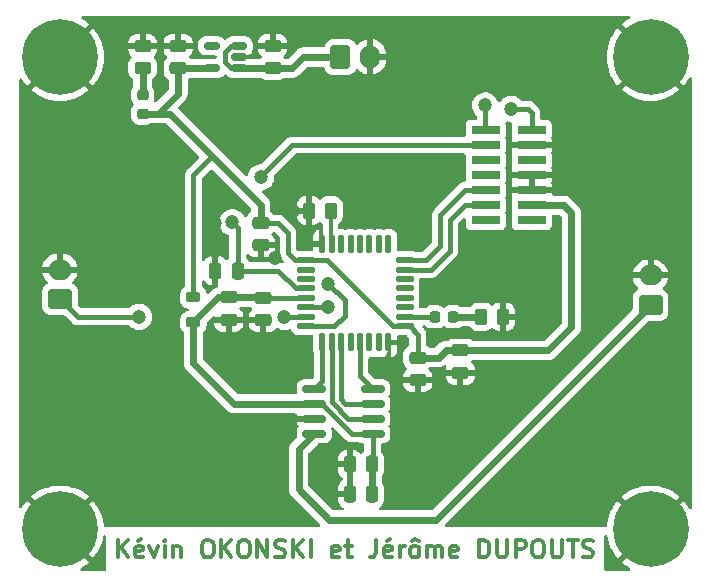
<source format=gbr>
%TF.GenerationSoftware,KiCad,Pcbnew,(6.0.9)*%
%TF.CreationDate,2023-02-16T17:01:49+01:00*%
%TF.ProjectId,TP_MCU,54505f4d-4355-42e6-9b69-6361645f7063,rev?*%
%TF.SameCoordinates,Original*%
%TF.FileFunction,Copper,L1,Top*%
%TF.FilePolarity,Positive*%
%FSLAX46Y46*%
G04 Gerber Fmt 4.6, Leading zero omitted, Abs format (unit mm)*
G04 Created by KiCad (PCBNEW (6.0.9)) date 2023-02-16 17:01:49*
%MOMM*%
%LPD*%
G01*
G04 APERTURE LIST*
G04 Aperture macros list*
%AMRoundRect*
0 Rectangle with rounded corners*
0 $1 Rounding radius*
0 $2 $3 $4 $5 $6 $7 $8 $9 X,Y pos of 4 corners*
0 Add a 4 corners polygon primitive as box body*
4,1,4,$2,$3,$4,$5,$6,$7,$8,$9,$2,$3,0*
0 Add four circle primitives for the rounded corners*
1,1,$1+$1,$2,$3*
1,1,$1+$1,$4,$5*
1,1,$1+$1,$6,$7*
1,1,$1+$1,$8,$9*
0 Add four rect primitives between the rounded corners*
20,1,$1+$1,$2,$3,$4,$5,0*
20,1,$1+$1,$4,$5,$6,$7,0*
20,1,$1+$1,$6,$7,$8,$9,0*
20,1,$1+$1,$8,$9,$2,$3,0*%
G04 Aperture macros list end*
%ADD10C,0.300000*%
%TA.AperFunction,NonConductor*%
%ADD11C,0.300000*%
%TD*%
%TA.AperFunction,SMDPad,CuDef*%
%ADD12RoundRect,0.250000X0.250000X0.475000X-0.250000X0.475000X-0.250000X-0.475000X0.250000X-0.475000X0*%
%TD*%
%TA.AperFunction,SMDPad,CuDef*%
%ADD13RoundRect,0.250000X0.450000X-0.262500X0.450000X0.262500X-0.450000X0.262500X-0.450000X-0.262500X0*%
%TD*%
%TA.AperFunction,ComponentPad*%
%ADD14C,6.400000*%
%TD*%
%TA.AperFunction,SMDPad,CuDef*%
%ADD15RoundRect,0.250000X-0.475000X0.250000X-0.475000X-0.250000X0.475000X-0.250000X0.475000X0.250000X0*%
%TD*%
%TA.AperFunction,SMDPad,CuDef*%
%ADD16RoundRect,0.250000X0.475000X-0.250000X0.475000X0.250000X-0.475000X0.250000X-0.475000X-0.250000X0*%
%TD*%
%TA.AperFunction,SMDPad,CuDef*%
%ADD17RoundRect,0.218750X-0.256250X0.218750X-0.256250X-0.218750X0.256250X-0.218750X0.256250X0.218750X0*%
%TD*%
%TA.AperFunction,ComponentPad*%
%ADD18RoundRect,0.250000X-0.600000X-0.750000X0.600000X-0.750000X0.600000X0.750000X-0.600000X0.750000X0*%
%TD*%
%TA.AperFunction,ComponentPad*%
%ADD19O,1.700000X2.000000*%
%TD*%
%TA.AperFunction,SMDPad,CuDef*%
%ADD20RoundRect,0.250000X-0.262500X-0.450000X0.262500X-0.450000X0.262500X0.450000X-0.262500X0.450000X0*%
%TD*%
%TA.AperFunction,SMDPad,CuDef*%
%ADD21RoundRect,0.250000X0.262500X0.450000X-0.262500X0.450000X-0.262500X-0.450000X0.262500X-0.450000X0*%
%TD*%
%TA.AperFunction,SMDPad,CuDef*%
%ADD22RoundRect,0.150000X0.825000X0.150000X-0.825000X0.150000X-0.825000X-0.150000X0.825000X-0.150000X0*%
%TD*%
%TA.AperFunction,ComponentPad*%
%ADD23RoundRect,0.250000X0.750000X-0.600000X0.750000X0.600000X-0.750000X0.600000X-0.750000X-0.600000X0*%
%TD*%
%TA.AperFunction,ComponentPad*%
%ADD24O,2.000000X1.700000*%
%TD*%
%TA.AperFunction,SMDPad,CuDef*%
%ADD25RoundRect,0.150000X0.512500X0.150000X-0.512500X0.150000X-0.512500X-0.150000X0.512500X-0.150000X0*%
%TD*%
%TA.AperFunction,SMDPad,CuDef*%
%ADD26RoundRect,0.125000X-0.125000X-0.625000X0.125000X-0.625000X0.125000X0.625000X-0.125000X0.625000X0*%
%TD*%
%TA.AperFunction,SMDPad,CuDef*%
%ADD27RoundRect,0.125000X-0.625000X-0.125000X0.625000X-0.125000X0.625000X0.125000X-0.625000X0.125000X0*%
%TD*%
%TA.AperFunction,SMDPad,CuDef*%
%ADD28R,2.400000X0.740000*%
%TD*%
%TA.AperFunction,SMDPad,CuDef*%
%ADD29RoundRect,0.218750X0.381250X-0.218750X0.381250X0.218750X-0.381250X0.218750X-0.381250X-0.218750X0*%
%TD*%
%TA.AperFunction,SMDPad,CuDef*%
%ADD30RoundRect,0.218750X0.218750X0.256250X-0.218750X0.256250X-0.218750X-0.256250X0.218750X-0.256250X0*%
%TD*%
%TA.AperFunction,ViaPad*%
%ADD31C,1.200000*%
%TD*%
%TA.AperFunction,Conductor*%
%ADD32C,0.600000*%
%TD*%
%TA.AperFunction,Conductor*%
%ADD33C,0.400000*%
%TD*%
%TA.AperFunction,Conductor*%
%ADD34C,0.300000*%
%TD*%
G04 APERTURE END LIST*
D10*
D11*
X64928571Y-82378571D02*
X64928571Y-80878571D01*
X65785714Y-82378571D02*
X65142857Y-81521428D01*
X65785714Y-80878571D02*
X64928571Y-81735714D01*
X66999999Y-82307142D02*
X66857142Y-82378571D01*
X66571428Y-82378571D01*
X66428571Y-82307142D01*
X66357142Y-82164285D01*
X66357142Y-81592857D01*
X66428571Y-81450000D01*
X66571428Y-81378571D01*
X66857142Y-81378571D01*
X66999999Y-81450000D01*
X67071428Y-81592857D01*
X67071428Y-81735714D01*
X66357142Y-81878571D01*
X66857142Y-80807142D02*
X66642857Y-81021428D01*
X67571428Y-81378571D02*
X67928571Y-82378571D01*
X68285714Y-81378571D01*
X68857142Y-82378571D02*
X68857142Y-81378571D01*
X68857142Y-80878571D02*
X68785714Y-80950000D01*
X68857142Y-81021428D01*
X68928571Y-80950000D01*
X68857142Y-80878571D01*
X68857142Y-81021428D01*
X69571428Y-81378571D02*
X69571428Y-82378571D01*
X69571428Y-81521428D02*
X69642857Y-81450000D01*
X69785714Y-81378571D01*
X70000000Y-81378571D01*
X70142857Y-81450000D01*
X70214285Y-81592857D01*
X70214285Y-82378571D01*
X72357142Y-80878571D02*
X72642857Y-80878571D01*
X72785714Y-80950000D01*
X72928571Y-81092857D01*
X73000000Y-81378571D01*
X73000000Y-81878571D01*
X72928571Y-82164285D01*
X72785714Y-82307142D01*
X72642857Y-82378571D01*
X72357142Y-82378571D01*
X72214285Y-82307142D01*
X72071428Y-82164285D01*
X72000000Y-81878571D01*
X72000000Y-81378571D01*
X72071428Y-81092857D01*
X72214285Y-80950000D01*
X72357142Y-80878571D01*
X73642857Y-82378571D02*
X73642857Y-80878571D01*
X74500000Y-82378571D02*
X73857142Y-81521428D01*
X74500000Y-80878571D02*
X73642857Y-81735714D01*
X75428571Y-80878571D02*
X75714285Y-80878571D01*
X75857142Y-80950000D01*
X76000000Y-81092857D01*
X76071428Y-81378571D01*
X76071428Y-81878571D01*
X76000000Y-82164285D01*
X75857142Y-82307142D01*
X75714285Y-82378571D01*
X75428571Y-82378571D01*
X75285714Y-82307142D01*
X75142857Y-82164285D01*
X75071428Y-81878571D01*
X75071428Y-81378571D01*
X75142857Y-81092857D01*
X75285714Y-80950000D01*
X75428571Y-80878571D01*
X76714285Y-82378571D02*
X76714285Y-80878571D01*
X77571428Y-82378571D01*
X77571428Y-80878571D01*
X78214285Y-82307142D02*
X78428571Y-82378571D01*
X78785714Y-82378571D01*
X78928571Y-82307142D01*
X79000000Y-82235714D01*
X79071428Y-82092857D01*
X79071428Y-81950000D01*
X79000000Y-81807142D01*
X78928571Y-81735714D01*
X78785714Y-81664285D01*
X78500000Y-81592857D01*
X78357142Y-81521428D01*
X78285714Y-81450000D01*
X78214285Y-81307142D01*
X78214285Y-81164285D01*
X78285714Y-81021428D01*
X78357142Y-80950000D01*
X78500000Y-80878571D01*
X78857142Y-80878571D01*
X79071428Y-80950000D01*
X79714285Y-82378571D02*
X79714285Y-80878571D01*
X80571428Y-82378571D02*
X79928571Y-81521428D01*
X80571428Y-80878571D02*
X79714285Y-81735714D01*
X81214285Y-82378571D02*
X81214285Y-80878571D01*
X83642857Y-82307142D02*
X83500000Y-82378571D01*
X83214285Y-82378571D01*
X83071428Y-82307142D01*
X83000000Y-82164285D01*
X83000000Y-81592857D01*
X83071428Y-81450000D01*
X83214285Y-81378571D01*
X83500000Y-81378571D01*
X83642857Y-81450000D01*
X83714285Y-81592857D01*
X83714285Y-81735714D01*
X83000000Y-81878571D01*
X84142857Y-81378571D02*
X84714285Y-81378571D01*
X84357142Y-80878571D02*
X84357142Y-82164285D01*
X84428571Y-82307142D01*
X84571428Y-82378571D01*
X84714285Y-82378571D01*
X86785714Y-80878571D02*
X86785714Y-81950000D01*
X86714285Y-82164285D01*
X86571428Y-82307142D01*
X86357142Y-82378571D01*
X86214285Y-82378571D01*
X88071428Y-82307142D02*
X87928571Y-82378571D01*
X87642857Y-82378571D01*
X87500000Y-82307142D01*
X87428571Y-82164285D01*
X87428571Y-81592857D01*
X87500000Y-81450000D01*
X87642857Y-81378571D01*
X87928571Y-81378571D01*
X88071428Y-81450000D01*
X88142857Y-81592857D01*
X88142857Y-81735714D01*
X87428571Y-81878571D01*
X87928571Y-80807142D02*
X87714285Y-81021428D01*
X88785714Y-82378571D02*
X88785714Y-81378571D01*
X88785714Y-81664285D02*
X88857142Y-81521428D01*
X88928571Y-81450000D01*
X89071428Y-81378571D01*
X89214285Y-81378571D01*
X89928571Y-82378571D02*
X89785714Y-82307142D01*
X89714285Y-82235714D01*
X89642857Y-82092857D01*
X89642857Y-81664285D01*
X89714285Y-81521428D01*
X89785714Y-81450000D01*
X89928571Y-81378571D01*
X90142857Y-81378571D01*
X90285714Y-81450000D01*
X90357142Y-81521428D01*
X90428571Y-81664285D01*
X90428571Y-82092857D01*
X90357142Y-82235714D01*
X90285714Y-82307142D01*
X90142857Y-82378571D01*
X89928571Y-82378571D01*
X89785714Y-81021428D02*
X90071428Y-80807142D01*
X90357142Y-81021428D01*
X91071428Y-82378571D02*
X91071428Y-81378571D01*
X91071428Y-81521428D02*
X91142857Y-81450000D01*
X91285714Y-81378571D01*
X91500000Y-81378571D01*
X91642857Y-81450000D01*
X91714285Y-81592857D01*
X91714285Y-82378571D01*
X91714285Y-81592857D02*
X91785714Y-81450000D01*
X91928571Y-81378571D01*
X92142857Y-81378571D01*
X92285714Y-81450000D01*
X92357142Y-81592857D01*
X92357142Y-82378571D01*
X93642857Y-82307142D02*
X93500000Y-82378571D01*
X93214285Y-82378571D01*
X93071428Y-82307142D01*
X93000000Y-82164285D01*
X93000000Y-81592857D01*
X93071428Y-81450000D01*
X93214285Y-81378571D01*
X93500000Y-81378571D01*
X93642857Y-81450000D01*
X93714285Y-81592857D01*
X93714285Y-81735714D01*
X93000000Y-81878571D01*
X95500000Y-82378571D02*
X95500000Y-80878571D01*
X95857142Y-80878571D01*
X96071428Y-80950000D01*
X96214285Y-81092857D01*
X96285714Y-81235714D01*
X96357142Y-81521428D01*
X96357142Y-81735714D01*
X96285714Y-82021428D01*
X96214285Y-82164285D01*
X96071428Y-82307142D01*
X95857142Y-82378571D01*
X95500000Y-82378571D01*
X97000000Y-80878571D02*
X97000000Y-82092857D01*
X97071428Y-82235714D01*
X97142857Y-82307142D01*
X97285714Y-82378571D01*
X97571428Y-82378571D01*
X97714285Y-82307142D01*
X97785714Y-82235714D01*
X97857142Y-82092857D01*
X97857142Y-80878571D01*
X98571428Y-82378571D02*
X98571428Y-80878571D01*
X99142857Y-80878571D01*
X99285714Y-80950000D01*
X99357142Y-81021428D01*
X99428571Y-81164285D01*
X99428571Y-81378571D01*
X99357142Y-81521428D01*
X99285714Y-81592857D01*
X99142857Y-81664285D01*
X98571428Y-81664285D01*
X100357142Y-80878571D02*
X100642857Y-80878571D01*
X100785714Y-80950000D01*
X100928571Y-81092857D01*
X101000000Y-81378571D01*
X101000000Y-81878571D01*
X100928571Y-82164285D01*
X100785714Y-82307142D01*
X100642857Y-82378571D01*
X100357142Y-82378571D01*
X100214285Y-82307142D01*
X100071428Y-82164285D01*
X100000000Y-81878571D01*
X100000000Y-81378571D01*
X100071428Y-81092857D01*
X100214285Y-80950000D01*
X100357142Y-80878571D01*
X101642857Y-80878571D02*
X101642857Y-82092857D01*
X101714285Y-82235714D01*
X101785714Y-82307142D01*
X101928571Y-82378571D01*
X102214285Y-82378571D01*
X102357142Y-82307142D01*
X102428571Y-82235714D01*
X102500000Y-82092857D01*
X102500000Y-80878571D01*
X103000000Y-80878571D02*
X103857142Y-80878571D01*
X103428571Y-82378571D02*
X103428571Y-80878571D01*
X104285714Y-82307142D02*
X104500000Y-82378571D01*
X104857142Y-82378571D01*
X105000000Y-82307142D01*
X105071428Y-82235714D01*
X105142857Y-82092857D01*
X105142857Y-81950000D01*
X105071428Y-81807142D01*
X105000000Y-81735714D01*
X104857142Y-81664285D01*
X104571428Y-81592857D01*
X104428571Y-81521428D01*
X104357142Y-81450000D01*
X104285714Y-81307142D01*
X104285714Y-81164285D01*
X104357142Y-81021428D01*
X104428571Y-80950000D01*
X104571428Y-80878571D01*
X104928571Y-80878571D01*
X105142857Y-80950000D01*
D12*
%TO.P,C10,1*%
%TO.N,NRST*%
X75050000Y-58100000D03*
%TO.P,C10,2*%
%TO.N,GND*%
X73150000Y-58100000D03*
%TD*%
D13*
%TO.P,R3,1*%
%TO.N,Net-(D2-Pad1)*%
X67000000Y-40912500D03*
%TO.P,R3,2*%
%TO.N,GND*%
X67000000Y-39087500D03*
%TD*%
D14*
%TO.P,H3,1,1*%
%TO.N,GND*%
X110000000Y-40000000D03*
%TD*%
D15*
%TO.P,C1,1*%
%TO.N,+3.3V*%
X93900000Y-64850000D03*
%TO.P,C1,2*%
%TO.N,GND*%
X93900000Y-66750000D03*
%TD*%
%TO.P,C7,1*%
%TO.N,+3.3VA*%
X77200000Y-60387500D03*
%TO.P,C7,2*%
%TO.N,GND*%
X77200000Y-62287500D03*
%TD*%
D16*
%TO.P,C4,1*%
%TO.N,+5V*%
X78000000Y-40950000D03*
%TO.P,C4,2*%
%TO.N,GND*%
X78000000Y-39050000D03*
%TD*%
D17*
%TO.P,D2,1,K*%
%TO.N,Net-(D2-Pad1)*%
X67000000Y-43212500D03*
%TO.P,D2,2,A*%
%TO.N,+3.3V*%
X67000000Y-44787500D03*
%TD*%
D18*
%TO.P,J2,1,Pin_1*%
%TO.N,+5V*%
X83750000Y-40000000D03*
D19*
%TO.P,J2,2,Pin_2*%
%TO.N,GND*%
X86250000Y-40000000D03*
%TD*%
D20*
%TO.P,R1,1*%
%TO.N,Net-(D1-Pad1)*%
X95675000Y-62000000D03*
%TO.P,R1,2*%
%TO.N,GND*%
X97500000Y-62000000D03*
%TD*%
D21*
%TO.P,R2,1*%
%TO.N,Net-(R2-Pad1)*%
X82912500Y-53000000D03*
%TO.P,R2,2*%
%TO.N,GND*%
X81087500Y-53000000D03*
%TD*%
D22*
%TO.P,U3,1,Vdd*%
%TO.N,+3.3VA*%
X86475000Y-71905000D03*
%TO.P,U3,2,~{CS}*%
%TO.N,DAC_nCS*%
X86475000Y-70635000D03*
%TO.P,U3,3,SCK*%
%TO.N,SPI1_SCK*%
X86475000Y-69365000D03*
%TO.P,U3,4,SDI*%
%TO.N,SPI1_MOSI*%
X86475000Y-68095000D03*
%TO.P,U3,5,~{LDAC}*%
%TO.N,DAC_nLDAC*%
X81525000Y-68095000D03*
%TO.P,U3,6,~{SHDN}*%
%TO.N,+3.3VA*%
X81525000Y-69365000D03*
%TO.P,U3,7,Vss*%
%TO.N,GND*%
X81525000Y-70635000D03*
%TO.P,U3,8,Vout*%
%TO.N,DAC_OUT*%
X81525000Y-71905000D03*
%TD*%
D14*
%TO.P,H4,1,1*%
%TO.N,GND*%
X110000000Y-80000000D03*
%TD*%
D12*
%TO.P,C8,1*%
%TO.N,+3.3VA*%
X86450000Y-77000000D03*
%TO.P,C8,2*%
%TO.N,GND*%
X84550000Y-77000000D03*
%TD*%
D23*
%TO.P,J3,1,Pin_1*%
%TO.N,ADC_IN1*%
X60000000Y-60500000D03*
D24*
%TO.P,J3,2,Pin_2*%
%TO.N,GND*%
X60000000Y-58000000D03*
%TD*%
D25*
%TO.P,U1,1,VIN*%
%TO.N,+5V*%
X75137500Y-40950000D03*
%TO.P,U1,2,GND*%
%TO.N,GND*%
X75137500Y-40000000D03*
%TO.P,U1,3,~{SHDN}*%
%TO.N,+5V*%
X75137500Y-39050000D03*
%TO.P,U1,4,NC*%
%TO.N,unconnected-(U1-Pad4)*%
X72862500Y-39050000D03*
%TO.P,U1,5,VOUT*%
%TO.N,+3.3V*%
X72862500Y-40950000D03*
%TD*%
D26*
%TO.P,U2,32,VSS*%
%TO.N,GND*%
X82200000Y-55825000D03*
%TO.P,U2,31,PB9*%
%TO.N,Net-(R2-Pad1)*%
X83000000Y-55825000D03*
%TO.P,U2,30,PB7*%
%TO.N,unconnected-(U2-Pad30)*%
X83800000Y-55825000D03*
%TO.P,U2,29,PB6*%
%TO.N,unconnected-(U2-Pad29)*%
X84600000Y-55825000D03*
%TO.P,U2,28,PB5*%
%TO.N,unconnected-(U2-Pad28)*%
X85400000Y-55825000D03*
%TO.P,U2,27,PB4*%
%TO.N,unconnected-(U2-Pad27)*%
X86200000Y-55825000D03*
%TO.P,U2,26,PB3*%
%TO.N,unconnected-(U2-Pad26)*%
X87000000Y-55825000D03*
%TO.P,U2,25,PA15*%
%TO.N,unconnected-(U2-Pad25)*%
X87800000Y-55825000D03*
D27*
%TO.P,U2,24,PA14*%
%TO.N,SWDCK*%
X89175000Y-57200000D03*
%TO.P,U2,23,PA13*%
%TO.N,SWDIO*%
X89175000Y-58000000D03*
%TO.P,U2,22,PA12*%
%TO.N,unconnected-(U2-Pad22)*%
X89175000Y-58800000D03*
%TO.P,U2,21,PA11*%
%TO.N,unconnected-(U2-Pad21)*%
X89175000Y-59600000D03*
%TO.P,U2,20,PA10*%
%TO.N,unconnected-(U2-Pad20)*%
X89175000Y-60400000D03*
%TO.P,U2,19,PA9*%
%TO.N,unconnected-(U2-Pad19)*%
X89175000Y-61200000D03*
%TO.P,U2,18,PA8*%
%TO.N,LED_STATUS*%
X89175000Y-62000000D03*
%TO.P,U2,17,VDD*%
%TO.N,+3.3V*%
X89175000Y-62800000D03*
D26*
%TO.P,U2,16,VSS*%
%TO.N,GND*%
X87800000Y-64175000D03*
%TO.P,U2,15,PB1*%
%TO.N,unconnected-(U2-Pad15)*%
X87000000Y-64175000D03*
%TO.P,U2,14,PB0*%
%TO.N,unconnected-(U2-Pad14)*%
X86200000Y-64175000D03*
%TO.P,U2,13,PA7*%
%TO.N,SPI1_MOSI*%
X85400000Y-64175000D03*
%TO.P,U2,12,PA6*%
%TO.N,unconnected-(U2-Pad12)*%
X84600000Y-64175000D03*
%TO.P,U2,11,PA5*%
%TO.N,SPI1_SCK*%
X83800000Y-64175000D03*
%TO.P,U2,10,PA4*%
%TO.N,DAC_nCS*%
X83000000Y-64175000D03*
%TO.P,U2,9,PA3*%
%TO.N,DAC_nLDAC*%
X82200000Y-64175000D03*
D27*
%TO.P,U2,8,PA2*%
%TO.N,USART2_TX*%
X80825000Y-62800000D03*
%TO.P,U2,7,PA1*%
%TO.N,ADC_IN1*%
X80825000Y-62000000D03*
%TO.P,U2,6,PA0*%
%TO.N,USART2_RX*%
X80825000Y-61200000D03*
%TO.P,U2,5,VDDA*%
%TO.N,+3.3VA*%
X80825000Y-60400000D03*
%TO.P,U2,4,NRST*%
%TO.N,NRST*%
X80825000Y-59600000D03*
%TO.P,U2,3,PC15*%
%TO.N,unconnected-(U2-Pad3)*%
X80825000Y-58800000D03*
%TO.P,U2,2,PC14*%
%TO.N,unconnected-(U2-Pad2)*%
X80825000Y-58000000D03*
%TO.P,U2,1,VDD*%
%TO.N,+3.3V*%
X80825000Y-57200000D03*
%TD*%
D23*
%TO.P,J4,1,Pin_1*%
%TO.N,DAC_OUT*%
X110000000Y-61000000D03*
D24*
%TO.P,J4,2,Pin_2*%
%TO.N,GND*%
X110000000Y-58500000D03*
%TD*%
D28*
%TO.P,J1,1,Pin_1*%
%TO.N,unconnected-(J1-Pad1)*%
X99950000Y-53810000D03*
%TO.P,J1,2,Pin_2*%
%TO.N,unconnected-(J1-Pad2)*%
X96050000Y-53810000D03*
%TO.P,J1,3,Pin_3*%
%TO.N,+3.3V*%
X99950000Y-52540000D03*
%TO.P,J1,4,Pin_4*%
%TO.N,SWDIO*%
X96050000Y-52540000D03*
%TO.P,J1,5,Pin_5*%
%TO.N,GND*%
X99950000Y-51270000D03*
%TO.P,J1,6,Pin_6*%
%TO.N,SWDCK*%
X96050000Y-51270000D03*
%TO.P,J1,7,Pin_7*%
%TO.N,GND*%
X99950000Y-50000000D03*
%TO.P,J1,8,Pin_8*%
%TO.N,unconnected-(J1-Pad8)*%
X96050000Y-50000000D03*
%TO.P,J1,9,Pin_9*%
%TO.N,unconnected-(J1-Pad9)*%
X99950000Y-48730000D03*
%TO.P,J1,10,Pin_10*%
%TO.N,unconnected-(J1-Pad10)*%
X96050000Y-48730000D03*
%TO.P,J1,11,Pin_11*%
%TO.N,GND*%
X99950000Y-47460000D03*
%TO.P,J1,12,Pin_12*%
%TO.N,NRST*%
X96050000Y-47460000D03*
%TO.P,J1,13,Pin_13*%
%TO.N,USART2_RX*%
X99950000Y-46190000D03*
%TO.P,J1,14,Pin_14*%
%TO.N,USART2_TX*%
X96050000Y-46190000D03*
%TD*%
D15*
%TO.P,C5,1*%
%TO.N,+3.3VA*%
X74300000Y-60350000D03*
%TO.P,C5,2*%
%TO.N,GND*%
X74300000Y-62250000D03*
%TD*%
D16*
%TO.P,C6,1*%
%TO.N,+3.3V*%
X70000000Y-40950000D03*
%TO.P,C6,2*%
%TO.N,GND*%
X70000000Y-39050000D03*
%TD*%
D14*
%TO.P,H1,1,1*%
%TO.N,GND*%
X60000000Y-80000000D03*
%TD*%
D15*
%TO.P,C3,1*%
%TO.N,+3.3V*%
X90300000Y-65450000D03*
%TO.P,C3,2*%
%TO.N,GND*%
X90300000Y-67350000D03*
%TD*%
D12*
%TO.P,C9,1*%
%TO.N,+3.3VA*%
X86450000Y-74500000D03*
%TO.P,C9,2*%
%TO.N,GND*%
X84550000Y-74500000D03*
%TD*%
D29*
%TO.P,L1,1*%
%TO.N,+3.3VA*%
X71300000Y-62462500D03*
%TO.P,L1,2*%
%TO.N,+3.3V*%
X71300000Y-60337500D03*
%TD*%
D14*
%TO.P,H2,1,1*%
%TO.N,GND*%
X60000000Y-40000000D03*
%TD*%
D30*
%TO.P,D1,1,K*%
%TO.N,Net-(D1-Pad1)*%
X93287500Y-62000000D03*
%TO.P,D1,2,A*%
%TO.N,LED_STATUS*%
X91712500Y-62000000D03*
%TD*%
D15*
%TO.P,C2,1*%
%TO.N,+3.3V*%
X77000000Y-54050000D03*
%TO.P,C2,2*%
%TO.N,GND*%
X77000000Y-55950000D03*
%TD*%
D31*
%TO.N,GND*%
X86900000Y-49800000D03*
X101500000Y-76000000D03*
X72700000Y-76600000D03*
X93400000Y-40900000D03*
X98300000Y-58500000D03*
X82300000Y-75700000D03*
X78600000Y-50700000D03*
X73100000Y-54100000D03*
X76300000Y-46400000D03*
X89200000Y-54200000D03*
X93200000Y-50100000D03*
X108400000Y-48200000D03*
X104800000Y-71500000D03*
X93800000Y-72000000D03*
X67500000Y-72200000D03*
X65300000Y-49700000D03*
X74300000Y-64100000D03*
X73100000Y-56400000D03*
X79700000Y-53000000D03*
X78200000Y-57000000D03*
%TO.N,ADC_IN1*%
X79000000Y-62000000D03*
X66700000Y-62000000D03*
%TO.N,NRST*%
X74600000Y-54000000D03*
X77000000Y-50200000D03*
%TO.N,USART2_TX*%
X96000000Y-44100000D03*
X82700000Y-59200000D03*
%TO.N,USART2_RX*%
X82700000Y-61200000D03*
X98200000Y-44400000D03*
%TD*%
D32*
%TO.N,+3.3VA*%
X81525000Y-69365000D02*
X74740000Y-69365000D01*
X71300000Y-65925000D02*
X74740000Y-69365000D01*
X71300000Y-62462500D02*
X71300000Y-65925000D01*
X74300000Y-60350000D02*
X73412500Y-60350000D01*
X73412500Y-60350000D02*
X71300000Y-62462500D01*
X77162500Y-60350000D02*
X77200000Y-60387500D01*
X74300000Y-60350000D02*
X77162500Y-60350000D01*
D33*
%TO.N,USART2_TX*%
X96000000Y-46140000D02*
X96050000Y-46190000D01*
X96000000Y-44100000D02*
X96000000Y-46140000D01*
%TO.N,ADC_IN1*%
X79000000Y-62000000D02*
X80825000Y-62000000D01*
%TO.N,USART2_RX*%
X82700000Y-61200000D02*
X80825000Y-61200000D01*
%TO.N,USART2_TX*%
X84100000Y-61900000D02*
X83200000Y-62800000D01*
X84100000Y-60600000D02*
X84100000Y-61900000D01*
X83200000Y-62800000D02*
X80825000Y-62800000D01*
X82700000Y-59200000D02*
X84100000Y-60600000D01*
%TO.N,+3.3V*%
X71300000Y-60337500D02*
X71300000Y-50000000D01*
X71300000Y-50000000D02*
X72900000Y-48400000D01*
D32*
X72900000Y-48400000D02*
X69287500Y-44787500D01*
X77000000Y-52500000D02*
X72900000Y-48400000D01*
D33*
%TO.N,ADC_IN1*%
X66000000Y-62000000D02*
X66700000Y-62000000D01*
%TO.N,+3.3VA*%
X80812500Y-60387500D02*
X80825000Y-60400000D01*
X77200000Y-60387500D02*
X80812500Y-60387500D01*
%TO.N,NRST*%
X79991117Y-59600000D02*
X80825000Y-59600000D01*
X78491117Y-58100000D02*
X79991117Y-59600000D01*
X75050000Y-58100000D02*
X78491117Y-58100000D01*
X75050000Y-54450000D02*
X74600000Y-54000000D01*
X75050000Y-58100000D02*
X75050000Y-54450000D01*
X77000000Y-50100000D02*
X77000000Y-50200000D01*
X77600000Y-49500000D02*
X77000000Y-50100000D01*
D32*
%TO.N,+3.3V*%
X102640000Y-52540000D02*
X99950000Y-52540000D01*
X103300000Y-53200000D02*
X102640000Y-52540000D01*
X103300000Y-62900000D02*
X103300000Y-53200000D01*
X101350000Y-64850000D02*
X103300000Y-62900000D01*
X93900000Y-64850000D02*
X101350000Y-64850000D01*
D33*
X82600000Y-57200000D02*
X80825000Y-57200000D01*
X88200000Y-62800000D02*
X82600000Y-57200000D01*
X89175000Y-62800000D02*
X88200000Y-62800000D01*
%TO.N,+3.3VA*%
X86475000Y-74475000D02*
X86450000Y-74500000D01*
X86475000Y-71905000D02*
X86475000Y-74475000D01*
%TO.N,USART2_RX*%
X99800000Y-44600000D02*
X99600000Y-44400000D01*
X99600000Y-44400000D02*
X98900000Y-44400000D01*
X99950000Y-44750000D02*
X99800000Y-44600000D01*
X99950000Y-46190000D02*
X99950000Y-44750000D01*
X98900000Y-44400000D02*
X98200000Y-44400000D01*
%TO.N,NRST*%
X96050000Y-47460000D02*
X79640000Y-47460000D01*
X79640000Y-47460000D02*
X77600000Y-49500000D01*
%TO.N,+3.3V*%
X90300000Y-63500000D02*
X90300000Y-65450000D01*
X89600000Y-62800000D02*
X90300000Y-63500000D01*
D32*
X92650000Y-64850000D02*
X93900000Y-64850000D01*
X92050000Y-65450000D02*
X92650000Y-64850000D01*
X90300000Y-65450000D02*
X92050000Y-65450000D01*
D33*
%TO.N,+3.3VA*%
X84689240Y-71905000D02*
X86475000Y-71905000D01*
X82149239Y-69365000D02*
X84689240Y-71905000D01*
X81525000Y-69365000D02*
X82149239Y-69365000D01*
%TO.N,ADC_IN1*%
X61500000Y-62000000D02*
X60000000Y-60500000D01*
X66000000Y-62000000D02*
X61500000Y-62000000D01*
D32*
%TO.N,+3.3V*%
X68312500Y-44787500D02*
X70000000Y-43100000D01*
X67000000Y-44787500D02*
X68312500Y-44787500D01*
D33*
X80825000Y-57200000D02*
X79900000Y-57200000D01*
X79300000Y-56600000D02*
X79300000Y-54900000D01*
X79300000Y-54900000D02*
X78450000Y-54050000D01*
D32*
X69287500Y-44787500D02*
X68312500Y-44787500D01*
D33*
X89175000Y-62800000D02*
X89600000Y-62800000D01*
D32*
X70000000Y-40950000D02*
X72862500Y-40950000D01*
D33*
X79900000Y-57200000D02*
X79300000Y-56600000D01*
X78450000Y-54050000D02*
X77000000Y-54050000D01*
D32*
X77000000Y-54050000D02*
X77000000Y-52500000D01*
%TO.N,+3.3VA*%
X86450000Y-74500000D02*
X86450000Y-77000000D01*
%TO.N,+3.3V*%
X70000000Y-43100000D02*
X70000000Y-40950000D01*
D33*
%TO.N,+5V*%
X73975000Y-39580761D02*
X73975000Y-40419239D01*
D32*
X78000000Y-40950000D02*
X75137500Y-40950000D01*
D33*
X74505761Y-39050000D02*
X73975000Y-39580761D01*
X74505761Y-40950000D02*
X75137500Y-40950000D01*
D32*
X80600000Y-40000000D02*
X83750000Y-40000000D01*
X79650000Y-40950000D02*
X80600000Y-40000000D01*
X78000000Y-40950000D02*
X79650000Y-40950000D01*
D33*
X75137500Y-39050000D02*
X74505761Y-39050000D01*
X73975000Y-40419239D02*
X74505761Y-40950000D01*
D32*
%TO.N,Net-(D1-Pad1)*%
X93287500Y-62000000D02*
X95675000Y-62000000D01*
D33*
%TO.N,LED_STATUS*%
X89175000Y-62000000D02*
X91712500Y-62000000D01*
D32*
%TO.N,Net-(D2-Pad1)*%
X67000000Y-43212500D02*
X67000000Y-40912500D01*
D33*
%TO.N,SWDIO*%
X93000000Y-53800000D02*
X94260000Y-52540000D01*
X91400000Y-58000000D02*
X93000000Y-56400000D01*
X94260000Y-52540000D02*
X96050000Y-52540000D01*
X93000000Y-56400000D02*
X93000000Y-53800000D01*
X89175000Y-58000000D02*
X91400000Y-58000000D01*
%TO.N,SWDCK*%
X92200000Y-53400000D02*
X94330000Y-51270000D01*
X89175000Y-57200000D02*
X91000000Y-57200000D01*
X92200000Y-56000000D02*
X92200000Y-53400000D01*
X94330000Y-51270000D02*
X96050000Y-51270000D01*
X91000000Y-57200000D02*
X92200000Y-56000000D01*
D32*
%TO.N,DAC_OUT*%
X80200000Y-76600000D02*
X82800000Y-79200000D01*
X91800000Y-79200000D02*
X110000000Y-61000000D01*
X81525000Y-71905000D02*
X80200000Y-73230000D01*
X82800000Y-79200000D02*
X91800000Y-79200000D01*
X80200000Y-73230000D02*
X80200000Y-76600000D01*
D34*
%TO.N,Net-(R2-Pad1)*%
X82912500Y-53000000D02*
X82912500Y-55737500D01*
X82912500Y-55737500D02*
X83000000Y-55825000D01*
D33*
%TO.N,DAC_nLDAC*%
X82200000Y-64175000D02*
X82200000Y-67420000D01*
X82200000Y-67420000D02*
X81525000Y-68095000D01*
%TO.N,DAC_nCS*%
X86475000Y-70635000D02*
X84409189Y-70635000D01*
X84409189Y-70635000D02*
X83000000Y-69225811D01*
X83000000Y-69225811D02*
X83000000Y-64175000D01*
%TO.N,SPI1_SCK*%
X84165000Y-69365000D02*
X86475000Y-69365000D01*
X83800000Y-69000000D02*
X84165000Y-69365000D01*
X83800000Y-64175000D02*
X83800000Y-69000000D01*
%TO.N,SPI1_MOSI*%
X86475000Y-68095000D02*
X85400000Y-67020000D01*
X85400000Y-67020000D02*
X85400000Y-64175000D01*
%TD*%
%TA.AperFunction,Conductor*%
%TO.N,GND*%
G36*
X108224328Y-36530336D02*
G01*
X108270877Y-36583943D01*
X108281053Y-36654207D01*
X108251627Y-36718818D01*
X108213521Y-36748670D01*
X108146405Y-36782868D01*
X108140687Y-36786169D01*
X107820265Y-36994253D01*
X107814939Y-36998123D01*
X107576165Y-37191478D01*
X107567700Y-37203733D01*
X107574034Y-37214824D01*
X112784310Y-42425100D01*
X112797386Y-42432241D01*
X112807753Y-42424784D01*
X113001877Y-42185061D01*
X113005747Y-42179735D01*
X113213831Y-41859313D01*
X113217128Y-41853603D01*
X113253233Y-41782742D01*
X113301981Y-41731127D01*
X113370896Y-41714061D01*
X113438098Y-41736962D01*
X113482250Y-41792559D01*
X113491500Y-41839945D01*
X113491500Y-78160055D01*
X113471498Y-78228176D01*
X113417842Y-78274669D01*
X113347568Y-78284773D01*
X113282988Y-78255279D01*
X113253233Y-78217258D01*
X113217128Y-78146397D01*
X113213831Y-78140687D01*
X113005747Y-77820265D01*
X113001877Y-77814939D01*
X112808522Y-77576165D01*
X112796267Y-77567700D01*
X112785176Y-77574034D01*
X107574900Y-82784310D01*
X107567759Y-82797386D01*
X107575216Y-82807753D01*
X107814935Y-83001874D01*
X107820272Y-83005751D01*
X108140685Y-83213830D01*
X108146394Y-83217126D01*
X108217255Y-83253232D01*
X108268870Y-83301980D01*
X108285936Y-83370895D01*
X108263035Y-83438097D01*
X108207438Y-83482249D01*
X108160052Y-83491499D01*
X106213072Y-83491499D01*
X106144951Y-83471497D01*
X106098458Y-83417841D01*
X106087072Y-83365499D01*
X106087072Y-80598946D01*
X106107074Y-80530825D01*
X106160730Y-80484332D01*
X106231004Y-80474228D01*
X106295584Y-80503722D01*
X106333968Y-80563448D01*
X106337521Y-80579235D01*
X106367535Y-80768734D01*
X106368906Y-80775184D01*
X106467788Y-81144216D01*
X106469829Y-81150498D01*
X106606740Y-81507164D01*
X106609422Y-81513189D01*
X106782872Y-81853603D01*
X106786169Y-81859313D01*
X106994253Y-82179735D01*
X106998123Y-82185061D01*
X107191478Y-82423835D01*
X107203733Y-82432300D01*
X107214824Y-82425966D01*
X109627978Y-80012812D01*
X109635592Y-79998868D01*
X109635461Y-79997035D01*
X109631210Y-79990420D01*
X107215690Y-77574900D01*
X107202614Y-77567759D01*
X107192247Y-77575216D01*
X106998123Y-77814939D01*
X106994253Y-77820265D01*
X106786169Y-78140687D01*
X106782872Y-78146397D01*
X106609422Y-78486811D01*
X106606740Y-78492836D01*
X106469829Y-78849502D01*
X106467788Y-78855784D01*
X106368906Y-79224816D01*
X106367535Y-79231266D01*
X106307766Y-79608629D01*
X106307080Y-79615167D01*
X106303467Y-79684103D01*
X106279928Y-79751084D01*
X106223912Y-79794705D01*
X106153206Y-79801117D01*
X106095128Y-79772733D01*
X106087072Y-79765753D01*
X106087072Y-79759000D01*
X92688582Y-79759000D01*
X92620461Y-79738998D01*
X92573968Y-79685342D01*
X92563864Y-79615068D01*
X92593358Y-79550488D01*
X92599487Y-79543905D01*
X94939659Y-77203733D01*
X107567700Y-77203733D01*
X107574034Y-77214824D01*
X109987188Y-79627978D01*
X110001132Y-79635592D01*
X110002965Y-79635461D01*
X110009580Y-79631210D01*
X112425100Y-77215690D01*
X112432241Y-77202614D01*
X112424784Y-77192247D01*
X112185065Y-76998126D01*
X112179728Y-76994249D01*
X111859315Y-76786170D01*
X111853606Y-76782873D01*
X111513189Y-76609422D01*
X111507164Y-76606740D01*
X111150498Y-76469829D01*
X111144216Y-76467788D01*
X110775184Y-76368906D01*
X110768734Y-76367535D01*
X110391371Y-76307766D01*
X110384833Y-76307080D01*
X110003301Y-76287084D01*
X109996699Y-76287084D01*
X109615167Y-76307080D01*
X109608629Y-76307766D01*
X109231266Y-76367535D01*
X109224816Y-76368906D01*
X108855784Y-76467788D01*
X108849502Y-76469829D01*
X108492836Y-76606740D01*
X108486811Y-76609422D01*
X108146397Y-76782872D01*
X108140687Y-76786169D01*
X107820265Y-76994253D01*
X107814939Y-76998123D01*
X107576165Y-77191478D01*
X107567700Y-77203733D01*
X94939659Y-77203733D01*
X109747987Y-62395405D01*
X109810299Y-62361379D01*
X109837082Y-62358500D01*
X110800400Y-62358500D01*
X110803646Y-62358163D01*
X110803650Y-62358163D01*
X110899308Y-62348238D01*
X110899312Y-62348237D01*
X110906166Y-62347526D01*
X110912702Y-62345345D01*
X110912704Y-62345345D01*
X111066998Y-62293868D01*
X111073946Y-62291550D01*
X111224348Y-62198478D01*
X111349305Y-62073303D01*
X111358576Y-62058263D01*
X111438275Y-61928968D01*
X111438276Y-61928966D01*
X111442115Y-61922738D01*
X111481870Y-61802880D01*
X111495632Y-61761389D01*
X111495632Y-61761387D01*
X111497797Y-61754861D01*
X111499164Y-61741525D01*
X111505138Y-61683216D01*
X111508500Y-61650400D01*
X111508500Y-60349600D01*
X111497526Y-60243834D01*
X111487405Y-60213496D01*
X111443868Y-60083002D01*
X111441550Y-60076054D01*
X111348478Y-59925652D01*
X111223303Y-59800695D01*
X111208286Y-59791438D01*
X111126421Y-59740976D01*
X111077220Y-59710647D01*
X111029727Y-59657876D01*
X111018303Y-59587804D01*
X111046577Y-59522680D01*
X111056364Y-59512218D01*
X111166906Y-59406766D01*
X111173941Y-59398814D01*
X111305141Y-59222475D01*
X111310745Y-59213438D01*
X111410357Y-59017516D01*
X111414357Y-59007665D01*
X111479534Y-58797760D01*
X111481817Y-58787376D01*
X111483861Y-58771957D01*
X111481665Y-58757793D01*
X111468478Y-58754000D01*
X108533808Y-58754000D01*
X108520277Y-58757973D01*
X108518752Y-58768580D01*
X108543477Y-58886421D01*
X108546537Y-58896617D01*
X108627263Y-59101029D01*
X108631994Y-59110561D01*
X108746016Y-59298462D01*
X108752280Y-59307052D01*
X108896327Y-59473052D01*
X108903956Y-59480470D01*
X108935569Y-59506391D01*
X108975564Y-59565051D01*
X108977496Y-59636021D01*
X108940752Y-59696770D01*
X108921983Y-59710969D01*
X108775652Y-59801522D01*
X108770479Y-59806704D01*
X108758730Y-59818474D01*
X108650695Y-59926697D01*
X108646855Y-59932927D01*
X108646854Y-59932928D01*
X108562098Y-60070428D01*
X108557885Y-60077262D01*
X108555581Y-60084209D01*
X108514337Y-60208557D01*
X108502203Y-60245139D01*
X108501503Y-60251975D01*
X108501502Y-60251978D01*
X108497091Y-60295031D01*
X108491500Y-60349600D01*
X108491500Y-61312918D01*
X108471498Y-61381039D01*
X108454595Y-61402013D01*
X91502013Y-78354595D01*
X91439701Y-78388621D01*
X91412918Y-78391500D01*
X87103490Y-78391500D01*
X87035369Y-78371498D01*
X86988876Y-78317842D01*
X86978772Y-78247568D01*
X87008266Y-78182988D01*
X87037187Y-78158356D01*
X87037375Y-78158240D01*
X87174348Y-78073478D01*
X87299305Y-77948303D01*
X87392115Y-77797738D01*
X87447797Y-77629861D01*
X87458500Y-77525400D01*
X87458500Y-76474600D01*
X87457793Y-76467788D01*
X87448238Y-76375692D01*
X87448237Y-76375688D01*
X87447526Y-76368834D01*
X87391550Y-76201054D01*
X87298478Y-76050652D01*
X87293296Y-76045479D01*
X87288751Y-76039745D01*
X87290424Y-76038419D01*
X87261402Y-75985375D01*
X87258500Y-75958489D01*
X87258500Y-75541306D01*
X87278502Y-75473185D01*
X87289683Y-75459298D01*
X87289596Y-75459229D01*
X87294134Y-75453483D01*
X87299305Y-75448303D01*
X87392115Y-75297738D01*
X87447797Y-75129861D01*
X87458500Y-75025400D01*
X87458500Y-73974600D01*
X87458163Y-73971350D01*
X87448238Y-73875692D01*
X87448237Y-73875688D01*
X87447526Y-73868834D01*
X87391550Y-73701054D01*
X87298478Y-73550652D01*
X87220482Y-73472791D01*
X87186403Y-73410510D01*
X87183500Y-73383619D01*
X87183500Y-72839500D01*
X87203502Y-72771379D01*
X87257158Y-72724886D01*
X87309500Y-72713500D01*
X87366502Y-72713500D01*
X87368950Y-72713307D01*
X87368958Y-72713307D01*
X87397421Y-72711067D01*
X87397426Y-72711066D01*
X87403831Y-72710562D01*
X87503769Y-72681528D01*
X87555988Y-72666357D01*
X87555990Y-72666356D01*
X87563601Y-72664145D01*
X87645160Y-72615911D01*
X87699980Y-72583491D01*
X87699983Y-72583489D01*
X87706807Y-72579453D01*
X87824453Y-72461807D01*
X87828489Y-72454983D01*
X87828491Y-72454980D01*
X87905108Y-72325427D01*
X87909145Y-72318601D01*
X87955562Y-72158831D01*
X87958500Y-72121502D01*
X87958500Y-71688498D01*
X87955562Y-71651169D01*
X87909145Y-71491399D01*
X87824453Y-71348193D01*
X87821771Y-71345511D01*
X87796498Y-71281139D01*
X87810400Y-71211516D01*
X87820572Y-71195688D01*
X87824453Y-71191807D01*
X87909145Y-71048601D01*
X87911415Y-71040790D01*
X87953767Y-70895008D01*
X87955562Y-70888831D01*
X87958500Y-70851502D01*
X87958500Y-70418498D01*
X87955562Y-70381169D01*
X87909145Y-70221399D01*
X87824453Y-70078193D01*
X87821771Y-70075511D01*
X87796498Y-70011139D01*
X87810400Y-69941516D01*
X87820572Y-69925688D01*
X87824453Y-69921807D01*
X87909145Y-69778601D01*
X87955562Y-69618831D01*
X87958500Y-69581502D01*
X87958500Y-69148498D01*
X87955562Y-69111169D01*
X87909145Y-68951399D01*
X87824453Y-68808193D01*
X87821771Y-68805511D01*
X87796498Y-68741139D01*
X87810400Y-68671516D01*
X87820572Y-68655688D01*
X87824453Y-68651807D01*
X87909145Y-68508601D01*
X87912996Y-68495348D01*
X87953734Y-68355123D01*
X87955562Y-68348831D01*
X87956267Y-68339884D01*
X87958307Y-68313958D01*
X87958307Y-68313950D01*
X87958500Y-68311502D01*
X87958500Y-67878498D01*
X87955562Y-67841169D01*
X87909145Y-67681399D01*
X87888858Y-67647095D01*
X89067001Y-67647095D01*
X89067338Y-67653614D01*
X89077257Y-67749206D01*
X89080149Y-67762600D01*
X89131588Y-67916784D01*
X89137761Y-67929962D01*
X89223063Y-68067807D01*
X89232099Y-68079208D01*
X89346829Y-68193739D01*
X89358240Y-68202751D01*
X89496243Y-68287816D01*
X89509424Y-68293963D01*
X89663710Y-68345138D01*
X89677086Y-68348005D01*
X89771438Y-68357672D01*
X89777854Y-68358000D01*
X90027885Y-68358000D01*
X90043124Y-68353525D01*
X90044329Y-68352135D01*
X90046000Y-68344452D01*
X90046000Y-68339884D01*
X90554000Y-68339884D01*
X90558475Y-68355123D01*
X90559865Y-68356328D01*
X90567548Y-68357999D01*
X90822095Y-68357999D01*
X90828614Y-68357662D01*
X90924206Y-68347743D01*
X90937600Y-68344851D01*
X91091784Y-68293412D01*
X91104962Y-68287239D01*
X91242807Y-68201937D01*
X91254208Y-68192901D01*
X91368739Y-68078171D01*
X91377751Y-68066760D01*
X91462816Y-67928757D01*
X91468963Y-67915576D01*
X91520138Y-67761290D01*
X91523005Y-67747914D01*
X91532672Y-67653562D01*
X91533000Y-67647146D01*
X91533000Y-67622115D01*
X91528525Y-67606876D01*
X91527135Y-67605671D01*
X91519452Y-67604000D01*
X90572115Y-67604000D01*
X90556876Y-67608475D01*
X90555671Y-67609865D01*
X90554000Y-67617548D01*
X90554000Y-68339884D01*
X90046000Y-68339884D01*
X90046000Y-67622115D01*
X90041525Y-67606876D01*
X90040135Y-67605671D01*
X90032452Y-67604000D01*
X89085116Y-67604000D01*
X89069877Y-67608475D01*
X89068672Y-67609865D01*
X89067001Y-67617548D01*
X89067001Y-67647095D01*
X87888858Y-67647095D01*
X87828491Y-67545020D01*
X87828489Y-67545017D01*
X87824453Y-67538193D01*
X87706807Y-67420547D01*
X87699983Y-67416511D01*
X87699980Y-67416509D01*
X87570427Y-67339892D01*
X87570428Y-67339892D01*
X87563601Y-67335855D01*
X87555990Y-67333644D01*
X87555988Y-67333643D01*
X87503769Y-67318472D01*
X87403831Y-67289438D01*
X87397426Y-67288934D01*
X87397421Y-67288933D01*
X87368958Y-67286693D01*
X87368950Y-67286693D01*
X87366502Y-67286500D01*
X86720662Y-67286500D01*
X86652541Y-67266498D01*
X86631567Y-67249596D01*
X86145405Y-66763435D01*
X86111380Y-66701122D01*
X86108500Y-66674339D01*
X86108500Y-65559500D01*
X86128502Y-65491379D01*
X86182158Y-65444886D01*
X86234499Y-65433500D01*
X86383577Y-65433499D01*
X86388978Y-65433499D01*
X86396766Y-65432886D01*
X86418474Y-65431179D01*
X86418477Y-65431178D01*
X86424889Y-65430674D01*
X86431063Y-65428880D01*
X86431070Y-65428879D01*
X86564847Y-65390012D01*
X86635153Y-65390012D01*
X86768925Y-65428877D01*
X86768927Y-65428877D01*
X86775111Y-65430674D01*
X86787762Y-65431670D01*
X86808562Y-65433307D01*
X86808575Y-65433308D01*
X86811021Y-65433500D01*
X86999885Y-65433500D01*
X87188978Y-65433499D01*
X87196766Y-65432886D01*
X87218474Y-65431179D01*
X87218477Y-65431178D01*
X87224889Y-65430674D01*
X87231063Y-65428880D01*
X87231070Y-65428879D01*
X87365743Y-65389752D01*
X87436049Y-65389752D01*
X87532605Y-65417804D01*
X87546705Y-65417764D01*
X87550000Y-65410494D01*
X87550000Y-65404743D01*
X88050000Y-65404743D01*
X88053973Y-65418274D01*
X88061871Y-65419409D01*
X88170780Y-65387768D01*
X88185217Y-65381520D01*
X88309227Y-65308181D01*
X88321665Y-65298532D01*
X88423532Y-65196665D01*
X88433181Y-65184227D01*
X88506520Y-65060217D01*
X88512768Y-65045780D01*
X88553382Y-64905987D01*
X88555680Y-64893400D01*
X88557807Y-64866384D01*
X88558000Y-64861458D01*
X88558000Y-64443115D01*
X88553525Y-64427876D01*
X88552135Y-64426671D01*
X88544452Y-64425000D01*
X88068115Y-64425000D01*
X88052876Y-64429475D01*
X88051671Y-64430865D01*
X88050000Y-64438548D01*
X88050000Y-65404743D01*
X87550000Y-65404743D01*
X87550000Y-65323095D01*
X87570002Y-65254974D01*
X87586905Y-65234000D01*
X87629542Y-65191363D01*
X87633573Y-65184547D01*
X87633576Y-65184543D01*
X87706984Y-65060414D01*
X87711018Y-65053593D01*
X87755674Y-64899889D01*
X87757945Y-64871032D01*
X87758307Y-64866438D01*
X87758308Y-64866425D01*
X87758500Y-64863979D01*
X87758499Y-64050999D01*
X87778501Y-63982879D01*
X87832157Y-63936386D01*
X87884499Y-63925000D01*
X88539884Y-63925000D01*
X88555123Y-63920525D01*
X88556328Y-63919135D01*
X88557999Y-63911452D01*
X88557999Y-63684500D01*
X88578001Y-63616379D01*
X88631657Y-63569886D01*
X88683999Y-63558500D01*
X89174921Y-63558499D01*
X89304338Y-63558499D01*
X89372459Y-63578501D01*
X89393434Y-63595404D01*
X89554596Y-63756567D01*
X89588621Y-63818879D01*
X89591500Y-63845662D01*
X89591500Y-64387484D01*
X89571498Y-64455605D01*
X89517842Y-64502098D01*
X89510126Y-64505137D01*
X89508003Y-64506132D01*
X89501054Y-64508450D01*
X89350652Y-64601522D01*
X89225695Y-64726697D01*
X89132885Y-64877262D01*
X89077203Y-65045139D01*
X89076503Y-65051975D01*
X89076502Y-65051978D01*
X89075658Y-65060217D01*
X89066500Y-65149600D01*
X89066500Y-65750400D01*
X89066837Y-65753646D01*
X89066837Y-65753650D01*
X89076606Y-65847797D01*
X89077474Y-65856166D01*
X89133450Y-66023946D01*
X89226522Y-66174348D01*
X89351697Y-66299305D01*
X89356235Y-66302102D01*
X89396824Y-66359353D01*
X89400054Y-66430276D01*
X89364428Y-66491687D01*
X89355932Y-66499062D01*
X89345793Y-66507098D01*
X89231261Y-66621829D01*
X89222249Y-66633240D01*
X89137184Y-66771243D01*
X89131037Y-66784424D01*
X89079862Y-66938710D01*
X89076995Y-66952086D01*
X89067328Y-67046438D01*
X89067000Y-67052855D01*
X89067000Y-67077885D01*
X89071475Y-67093124D01*
X89072865Y-67094329D01*
X89080548Y-67096000D01*
X91514884Y-67096000D01*
X91530123Y-67091525D01*
X91531328Y-67090135D01*
X91532999Y-67082452D01*
X91532999Y-67052905D01*
X91532699Y-67047095D01*
X92667001Y-67047095D01*
X92667338Y-67053614D01*
X92677257Y-67149206D01*
X92680149Y-67162600D01*
X92731588Y-67316784D01*
X92737761Y-67329962D01*
X92823063Y-67467807D01*
X92832099Y-67479208D01*
X92946829Y-67593739D01*
X92958240Y-67602751D01*
X93096243Y-67687816D01*
X93109424Y-67693963D01*
X93263710Y-67745138D01*
X93277086Y-67748005D01*
X93371438Y-67757672D01*
X93377854Y-67758000D01*
X93627885Y-67758000D01*
X93643124Y-67753525D01*
X93644329Y-67752135D01*
X93646000Y-67744452D01*
X93646000Y-67739884D01*
X94154000Y-67739884D01*
X94158475Y-67755123D01*
X94159865Y-67756328D01*
X94167548Y-67757999D01*
X94422095Y-67757999D01*
X94428614Y-67757662D01*
X94524206Y-67747743D01*
X94537600Y-67744851D01*
X94691784Y-67693412D01*
X94704962Y-67687239D01*
X94842807Y-67601937D01*
X94854208Y-67592901D01*
X94968739Y-67478171D01*
X94977751Y-67466760D01*
X95062816Y-67328757D01*
X95068963Y-67315576D01*
X95120138Y-67161290D01*
X95123005Y-67147914D01*
X95132672Y-67053562D01*
X95133000Y-67047146D01*
X95133000Y-67022115D01*
X95128525Y-67006876D01*
X95127135Y-67005671D01*
X95119452Y-67004000D01*
X94172115Y-67004000D01*
X94156876Y-67008475D01*
X94155671Y-67009865D01*
X94154000Y-67017548D01*
X94154000Y-67739884D01*
X93646000Y-67739884D01*
X93646000Y-67022115D01*
X93641525Y-67006876D01*
X93640135Y-67005671D01*
X93632452Y-67004000D01*
X92685116Y-67004000D01*
X92669877Y-67008475D01*
X92668672Y-67009865D01*
X92667001Y-67017548D01*
X92667001Y-67047095D01*
X91532699Y-67047095D01*
X91532662Y-67046386D01*
X91522743Y-66950794D01*
X91519851Y-66937400D01*
X91468412Y-66783216D01*
X91462239Y-66770038D01*
X91376937Y-66632193D01*
X91367901Y-66620792D01*
X91253172Y-66506262D01*
X91244238Y-66499206D01*
X91203177Y-66441288D01*
X91199947Y-66370365D01*
X91235574Y-66308954D01*
X91243406Y-66302155D01*
X91249348Y-66298478D01*
X91254525Y-66293292D01*
X91260254Y-66288751D01*
X91261580Y-66290424D01*
X91314625Y-66261402D01*
X91341511Y-66258500D01*
X92040786Y-66258500D01*
X92042106Y-66258507D01*
X92132221Y-66259451D01*
X92174597Y-66250289D01*
X92187163Y-66248231D01*
X92230255Y-66243397D01*
X92236906Y-66241081D01*
X92236910Y-66241080D01*
X92261930Y-66232367D01*
X92276742Y-66228204D01*
X92302619Y-66222609D01*
X92309510Y-66221119D01*
X92348813Y-66202792D01*
X92360589Y-66198010D01*
X92401552Y-66183745D01*
X92407527Y-66180011D01*
X92407530Y-66180010D01*
X92429995Y-66165973D01*
X92443512Y-66158634D01*
X92467514Y-66147441D01*
X92467515Y-66147440D01*
X92473902Y-66144462D01*
X92508153Y-66117894D01*
X92518624Y-66110591D01*
X92521086Y-66109053D01*
X92589457Y-66089925D01*
X92657316Y-66110799D01*
X92703117Y-66165046D01*
X92712319Y-66235444D01*
X92707435Y-66255583D01*
X92679862Y-66338710D01*
X92676995Y-66352086D01*
X92667328Y-66446438D01*
X92667000Y-66452855D01*
X92667000Y-66477885D01*
X92671475Y-66493124D01*
X92672865Y-66494329D01*
X92680548Y-66496000D01*
X95114884Y-66496000D01*
X95130123Y-66491525D01*
X95131328Y-66490135D01*
X95132999Y-66482452D01*
X95132999Y-66452905D01*
X95132662Y-66446386D01*
X95122743Y-66350794D01*
X95119851Y-66337400D01*
X95068412Y-66183216D01*
X95062239Y-66170038D01*
X94976937Y-66032193D01*
X94967901Y-66020792D01*
X94853172Y-65906262D01*
X94844238Y-65899206D01*
X94803177Y-65841288D01*
X94799947Y-65770365D01*
X94835574Y-65708954D01*
X94843406Y-65702155D01*
X94849348Y-65698478D01*
X94854525Y-65693292D01*
X94860254Y-65688751D01*
X94861580Y-65690424D01*
X94914625Y-65661402D01*
X94941511Y-65658500D01*
X101340786Y-65658500D01*
X101342106Y-65658507D01*
X101432221Y-65659451D01*
X101474597Y-65650289D01*
X101487163Y-65648231D01*
X101530255Y-65643397D01*
X101536906Y-65641081D01*
X101536910Y-65641080D01*
X101561930Y-65632367D01*
X101576742Y-65628204D01*
X101602619Y-65622609D01*
X101609510Y-65621119D01*
X101648813Y-65602792D01*
X101660589Y-65598010D01*
X101701552Y-65583745D01*
X101707527Y-65580011D01*
X101707530Y-65580010D01*
X101729995Y-65565973D01*
X101743512Y-65558634D01*
X101767514Y-65547441D01*
X101767515Y-65547440D01*
X101773902Y-65544462D01*
X101782339Y-65537918D01*
X101808153Y-65517894D01*
X101818612Y-65510598D01*
X101849404Y-65491358D01*
X101849407Y-65491356D01*
X101855376Y-65487626D01*
X101884179Y-65459024D01*
X101884804Y-65458439D01*
X101885470Y-65457922D01*
X101911460Y-65431932D01*
X101984082Y-65359815D01*
X101984740Y-65358778D01*
X101985843Y-65357549D01*
X103865158Y-63478234D01*
X103866095Y-63477306D01*
X103925475Y-63419157D01*
X103925476Y-63419156D01*
X103930507Y-63414229D01*
X103953998Y-63377779D01*
X103961417Y-63367454D01*
X103988476Y-63333557D01*
X103991540Y-63327218D01*
X103991543Y-63327214D01*
X104003074Y-63303362D01*
X104010601Y-63289949D01*
X104024947Y-63267687D01*
X104024948Y-63267684D01*
X104028765Y-63261762D01*
X104031176Y-63255139D01*
X104043592Y-63221027D01*
X104048553Y-63209283D01*
X104064352Y-63176601D01*
X104064353Y-63176599D01*
X104067421Y-63170252D01*
X104073491Y-63143963D01*
X104074966Y-63137573D01*
X104079334Y-63122825D01*
X104083375Y-63111723D01*
X104090803Y-63091315D01*
X104091685Y-63084329D01*
X104091687Y-63084323D01*
X104096238Y-63048299D01*
X104098474Y-63035747D01*
X104106638Y-63000386D01*
X104106638Y-63000383D01*
X104108224Y-62993515D01*
X104108259Y-62983743D01*
X104108366Y-62952944D01*
X104108395Y-62952062D01*
X104108500Y-62951231D01*
X104108500Y-62914428D01*
X104108540Y-62902914D01*
X104108845Y-62815657D01*
X104108845Y-62815652D01*
X104108857Y-62812130D01*
X104108589Y-62810930D01*
X104108500Y-62809293D01*
X104108500Y-58228043D01*
X108516139Y-58228043D01*
X108518335Y-58242207D01*
X108531522Y-58246000D01*
X109727885Y-58246000D01*
X109743124Y-58241525D01*
X109744329Y-58240135D01*
X109746000Y-58232452D01*
X109746000Y-58227885D01*
X110254000Y-58227885D01*
X110258475Y-58243124D01*
X110259865Y-58244329D01*
X110267548Y-58246000D01*
X111466192Y-58246000D01*
X111479723Y-58242027D01*
X111481248Y-58231420D01*
X111456523Y-58113579D01*
X111453463Y-58103383D01*
X111372737Y-57898971D01*
X111368006Y-57889439D01*
X111253984Y-57701538D01*
X111247720Y-57692948D01*
X111103673Y-57526948D01*
X111096042Y-57519528D01*
X110926089Y-57380174D01*
X110917322Y-57374150D01*
X110726318Y-57265424D01*
X110716654Y-57260959D01*
X110510059Y-57185969D01*
X110499792Y-57183198D01*
X110282345Y-57143877D01*
X110274116Y-57142944D01*
X110269624Y-57142732D01*
X110256876Y-57146475D01*
X110255671Y-57147865D01*
X110254000Y-57155548D01*
X110254000Y-58227885D01*
X109746000Y-58227885D01*
X109746000Y-57164030D01*
X109741690Y-57149352D01*
X109729807Y-57147289D01*
X109625675Y-57156124D01*
X109615203Y-57157914D01*
X109402465Y-57213130D01*
X109392425Y-57216665D01*
X109192030Y-57306937D01*
X109182744Y-57312106D01*
X109000425Y-57434850D01*
X108992130Y-57441519D01*
X108833100Y-57593228D01*
X108826059Y-57601186D01*
X108694859Y-57777525D01*
X108689255Y-57786562D01*
X108589643Y-57982484D01*
X108585643Y-57992335D01*
X108520466Y-58202240D01*
X108518183Y-58212624D01*
X108516139Y-58228043D01*
X104108500Y-58228043D01*
X104108500Y-53209214D01*
X104108507Y-53207894D01*
X104109377Y-53124826D01*
X104109451Y-53117779D01*
X104100289Y-53075403D01*
X104098230Y-53062832D01*
X104094182Y-53026744D01*
X104093397Y-53019745D01*
X104090861Y-53012460D01*
X104082367Y-52988070D01*
X104078204Y-52973258D01*
X104072609Y-52947381D01*
X104071119Y-52940490D01*
X104052792Y-52901187D01*
X104048010Y-52889411D01*
X104033745Y-52848448D01*
X104025274Y-52834891D01*
X104015973Y-52820005D01*
X104008634Y-52806488D01*
X103997441Y-52782486D01*
X103997440Y-52782485D01*
X103994462Y-52776098D01*
X103968885Y-52743124D01*
X103967894Y-52741847D01*
X103960598Y-52731388D01*
X103941358Y-52700596D01*
X103941356Y-52700593D01*
X103937626Y-52694624D01*
X103909024Y-52665821D01*
X103908439Y-52665196D01*
X103907922Y-52664530D01*
X103881932Y-52638540D01*
X103809815Y-52565918D01*
X103808778Y-52565260D01*
X103807549Y-52564157D01*
X103218234Y-51974842D01*
X103217306Y-51973905D01*
X103159157Y-51914525D01*
X103159156Y-51914524D01*
X103154229Y-51909493D01*
X103117779Y-51886002D01*
X103107454Y-51878583D01*
X103073557Y-51851524D01*
X103043362Y-51836927D01*
X103029945Y-51829398D01*
X103001762Y-51811235D01*
X102995145Y-51808827D01*
X102995140Y-51808824D01*
X102961027Y-51796408D01*
X102949284Y-51791447D01*
X102916597Y-51775646D01*
X102916592Y-51775644D01*
X102910251Y-51772579D01*
X102903393Y-51770996D01*
X102903391Y-51770995D01*
X102877574Y-51765035D01*
X102862831Y-51760668D01*
X102831315Y-51749197D01*
X102824325Y-51748314D01*
X102824317Y-51748312D01*
X102788299Y-51743762D01*
X102775747Y-51741526D01*
X102740386Y-51733362D01*
X102740383Y-51733362D01*
X102733515Y-51731776D01*
X102726469Y-51731751D01*
X102726466Y-51731751D01*
X102692944Y-51731634D01*
X102692062Y-51731605D01*
X102691231Y-51731500D01*
X102654581Y-51731500D01*
X102654141Y-51731499D01*
X102555657Y-51731155D01*
X102555652Y-51731155D01*
X102552130Y-51731143D01*
X102550930Y-51731411D01*
X102549293Y-51731500D01*
X101784000Y-51731500D01*
X101715879Y-51711498D01*
X101669386Y-51657842D01*
X101658000Y-51605500D01*
X101658000Y-51542115D01*
X101653525Y-51526876D01*
X101652135Y-51525671D01*
X101644452Y-51524000D01*
X98260116Y-51524000D01*
X98244877Y-51528475D01*
X98243672Y-51529865D01*
X98242001Y-51537548D01*
X98242001Y-51684669D01*
X98242371Y-51691490D01*
X98247895Y-51742352D01*
X98251522Y-51757607D01*
X98289929Y-51860059D01*
X98295112Y-51930866D01*
X98289929Y-51948517D01*
X98251029Y-52052282D01*
X98251027Y-52052288D01*
X98248255Y-52059684D01*
X98241500Y-52121866D01*
X98241500Y-52958134D01*
X98248255Y-53020316D01*
X98251027Y-53027712D01*
X98251029Y-53027718D01*
X98289662Y-53130771D01*
X98294845Y-53201578D01*
X98289662Y-53219229D01*
X98251029Y-53322282D01*
X98251027Y-53322288D01*
X98248255Y-53329684D01*
X98241500Y-53391866D01*
X98241500Y-54228134D01*
X98248255Y-54290316D01*
X98299385Y-54426705D01*
X98386739Y-54543261D01*
X98503295Y-54630615D01*
X98639684Y-54681745D01*
X98701866Y-54688500D01*
X101198134Y-54688500D01*
X101260316Y-54681745D01*
X101396705Y-54630615D01*
X101513261Y-54543261D01*
X101600615Y-54426705D01*
X101651745Y-54290316D01*
X101658500Y-54228134D01*
X101658500Y-53474500D01*
X101678502Y-53406379D01*
X101732158Y-53359886D01*
X101784500Y-53348500D01*
X102252918Y-53348500D01*
X102321039Y-53368502D01*
X102342013Y-53385405D01*
X102454595Y-53497987D01*
X102488621Y-53560299D01*
X102491500Y-53587082D01*
X102491500Y-62512919D01*
X102471498Y-62581040D01*
X102454595Y-62602014D01*
X101052013Y-64004595D01*
X100989701Y-64038621D01*
X100962918Y-64041500D01*
X94941306Y-64041500D01*
X94873185Y-64021498D01*
X94859298Y-64010317D01*
X94859229Y-64010404D01*
X94853483Y-64005866D01*
X94848303Y-64000695D01*
X94715989Y-63919135D01*
X94703968Y-63911725D01*
X94703966Y-63911724D01*
X94697738Y-63907885D01*
X94537254Y-63854655D01*
X94536389Y-63854368D01*
X94536387Y-63854368D01*
X94529861Y-63852203D01*
X94523025Y-63851503D01*
X94523022Y-63851502D01*
X94479969Y-63847091D01*
X94425400Y-63841500D01*
X93374600Y-63841500D01*
X93371354Y-63841837D01*
X93371350Y-63841837D01*
X93275692Y-63851762D01*
X93275688Y-63851763D01*
X93268834Y-63852474D01*
X93262298Y-63854655D01*
X93262296Y-63854655D01*
X93130194Y-63898728D01*
X93101054Y-63908450D01*
X92950652Y-64001522D01*
X92945479Y-64006704D01*
X92939745Y-64011249D01*
X92938419Y-64009576D01*
X92885375Y-64038598D01*
X92858489Y-64041500D01*
X92659165Y-64041500D01*
X92657846Y-64041493D01*
X92567779Y-64040550D01*
X92560901Y-64042037D01*
X92560891Y-64042038D01*
X92525413Y-64049709D01*
X92512838Y-64051769D01*
X92469745Y-64056603D01*
X92438074Y-64067632D01*
X92423265Y-64071795D01*
X92397371Y-64077393D01*
X92397368Y-64077394D01*
X92390490Y-64078881D01*
X92351187Y-64097208D01*
X92339411Y-64101990D01*
X92298448Y-64116255D01*
X92292473Y-64119989D01*
X92292470Y-64119990D01*
X92270005Y-64134027D01*
X92256488Y-64141366D01*
X92232486Y-64152559D01*
X92226098Y-64155538D01*
X92220533Y-64159855D01*
X92220531Y-64159856D01*
X92191847Y-64182106D01*
X92181388Y-64189402D01*
X92150596Y-64208642D01*
X92150593Y-64208644D01*
X92144624Y-64212374D01*
X92139629Y-64217334D01*
X92139628Y-64217335D01*
X92115821Y-64240976D01*
X92115196Y-64241561D01*
X92114530Y-64242078D01*
X92088540Y-64268068D01*
X92015918Y-64340185D01*
X92015260Y-64341222D01*
X92014157Y-64342451D01*
X91752013Y-64604595D01*
X91689701Y-64638621D01*
X91662918Y-64641500D01*
X91341306Y-64641500D01*
X91273185Y-64621498D01*
X91259298Y-64610317D01*
X91259229Y-64610404D01*
X91253483Y-64605866D01*
X91248303Y-64600695D01*
X91242072Y-64596854D01*
X91103968Y-64511725D01*
X91103966Y-64511724D01*
X91097738Y-64507885D01*
X91090791Y-64505581D01*
X91084156Y-64502487D01*
X91085199Y-64500251D01*
X91036462Y-64466477D01*
X91009234Y-64400909D01*
X91008500Y-64387328D01*
X91008500Y-63528911D01*
X91008792Y-63520342D01*
X91012209Y-63470223D01*
X91012209Y-63470219D01*
X91012725Y-63462647D01*
X91001736Y-63399685D01*
X91000777Y-63393182D01*
X90994015Y-63337302D01*
X90993102Y-63329758D01*
X90990416Y-63322649D01*
X90989784Y-63320078D01*
X90985324Y-63303772D01*
X90984549Y-63301204D01*
X90983242Y-63293716D01*
X90964989Y-63252135D01*
X90957561Y-63235212D01*
X90955069Y-63229105D01*
X90935173Y-63176452D01*
X90935173Y-63176451D01*
X90932487Y-63169344D01*
X90928184Y-63163083D01*
X90926947Y-63160717D01*
X90918720Y-63145937D01*
X90917369Y-63143652D01*
X90914315Y-63136695D01*
X90909695Y-63130675D01*
X90909692Y-63130669D01*
X90875421Y-63086009D01*
X90871541Y-63080668D01*
X90839661Y-63034280D01*
X90839656Y-63034275D01*
X90835357Y-63028019D01*
X90825080Y-63018862D01*
X90788830Y-62986565D01*
X90783554Y-62981584D01*
X90725565Y-62923595D01*
X90691539Y-62861283D01*
X90696604Y-62790468D01*
X90739151Y-62733632D01*
X90805671Y-62708821D01*
X90814660Y-62708500D01*
X90865243Y-62708500D01*
X90933364Y-62728502D01*
X90954260Y-62745326D01*
X91039947Y-62830864D01*
X91184308Y-62919849D01*
X91191256Y-62922154D01*
X91191257Y-62922154D01*
X91338738Y-62971072D01*
X91338740Y-62971072D01*
X91345269Y-62973238D01*
X91445428Y-62983500D01*
X91979572Y-62983500D01*
X91982818Y-62983163D01*
X91982822Y-62983163D01*
X92030932Y-62978171D01*
X92080982Y-62972978D01*
X92241849Y-62919308D01*
X92386055Y-62830071D01*
X92410887Y-62805195D01*
X92473168Y-62771116D01*
X92543988Y-62776118D01*
X92589078Y-62805040D01*
X92614947Y-62830864D01*
X92759308Y-62919849D01*
X92766256Y-62922154D01*
X92766257Y-62922154D01*
X92913738Y-62971072D01*
X92913740Y-62971072D01*
X92920269Y-62973238D01*
X93020428Y-62983500D01*
X93554572Y-62983500D01*
X93557818Y-62983163D01*
X93557822Y-62983163D01*
X93605932Y-62978171D01*
X93655982Y-62972978D01*
X93816849Y-62919308D01*
X93961055Y-62830071D01*
X93962158Y-62831853D01*
X94018335Y-62809117D01*
X94030785Y-62808500D01*
X94672131Y-62808500D01*
X94740252Y-62828502D01*
X94779272Y-62868193D01*
X94814022Y-62924348D01*
X94939197Y-63049305D01*
X94945427Y-63053145D01*
X94945428Y-63053146D01*
X95082788Y-63137816D01*
X95089762Y-63142115D01*
X95169505Y-63168564D01*
X95251111Y-63195632D01*
X95251113Y-63195632D01*
X95257639Y-63197797D01*
X95264475Y-63198497D01*
X95264478Y-63198498D01*
X95307531Y-63202909D01*
X95362100Y-63208500D01*
X95987900Y-63208500D01*
X95991146Y-63208163D01*
X95991150Y-63208163D01*
X96086808Y-63198238D01*
X96086812Y-63198237D01*
X96093666Y-63197526D01*
X96100202Y-63195345D01*
X96100204Y-63195345D01*
X96248297Y-63145937D01*
X96261446Y-63141550D01*
X96411848Y-63048478D01*
X96435396Y-63024889D01*
X96498638Y-62961537D01*
X96560921Y-62927458D01*
X96631741Y-62932461D01*
X96676829Y-62961382D01*
X96759329Y-63043739D01*
X96770740Y-63052751D01*
X96908743Y-63137816D01*
X96921924Y-63143963D01*
X97076210Y-63195138D01*
X97089586Y-63198005D01*
X97183938Y-63207672D01*
X97190354Y-63208000D01*
X97227885Y-63208000D01*
X97243124Y-63203525D01*
X97244329Y-63202135D01*
X97246000Y-63194452D01*
X97246000Y-63189884D01*
X97754000Y-63189884D01*
X97758475Y-63205123D01*
X97759865Y-63206328D01*
X97767548Y-63207999D01*
X97809595Y-63207999D01*
X97816114Y-63207662D01*
X97911706Y-63197743D01*
X97925100Y-63194851D01*
X98079284Y-63143412D01*
X98092462Y-63137239D01*
X98230307Y-63051937D01*
X98241708Y-63042901D01*
X98356239Y-62928171D01*
X98365251Y-62916760D01*
X98450316Y-62778757D01*
X98456463Y-62765576D01*
X98507638Y-62611290D01*
X98510505Y-62597914D01*
X98520172Y-62503562D01*
X98520500Y-62497146D01*
X98520500Y-62272115D01*
X98516025Y-62256876D01*
X98514635Y-62255671D01*
X98506952Y-62254000D01*
X97772115Y-62254000D01*
X97756876Y-62258475D01*
X97755671Y-62259865D01*
X97754000Y-62267548D01*
X97754000Y-63189884D01*
X97246000Y-63189884D01*
X97246000Y-61727885D01*
X97754000Y-61727885D01*
X97758475Y-61743124D01*
X97759865Y-61744329D01*
X97767548Y-61746000D01*
X98502384Y-61746000D01*
X98517623Y-61741525D01*
X98518828Y-61740135D01*
X98520499Y-61732452D01*
X98520499Y-61502905D01*
X98520162Y-61496386D01*
X98510243Y-61400794D01*
X98507351Y-61387400D01*
X98455912Y-61233216D01*
X98449738Y-61220037D01*
X98364437Y-61082193D01*
X98355401Y-61070792D01*
X98240671Y-60956261D01*
X98229260Y-60947249D01*
X98091257Y-60862184D01*
X98078076Y-60856037D01*
X97923790Y-60804862D01*
X97910414Y-60801995D01*
X97816062Y-60792328D01*
X97809645Y-60792000D01*
X97772115Y-60792000D01*
X97756876Y-60796475D01*
X97755671Y-60797865D01*
X97754000Y-60805548D01*
X97754000Y-61727885D01*
X97246000Y-61727885D01*
X97246000Y-60810116D01*
X97241525Y-60794877D01*
X97240135Y-60793672D01*
X97232452Y-60792001D01*
X97190405Y-60792001D01*
X97183886Y-60792338D01*
X97088294Y-60802257D01*
X97074900Y-60805149D01*
X96920716Y-60856588D01*
X96907538Y-60862761D01*
X96769693Y-60948063D01*
X96758292Y-60957099D01*
X96677070Y-61038462D01*
X96614787Y-61072541D01*
X96543967Y-61067538D01*
X96498880Y-61038617D01*
X96415988Y-60955870D01*
X96415983Y-60955866D01*
X96410803Y-60950695D01*
X96404572Y-60946854D01*
X96266468Y-60861725D01*
X96266466Y-60861724D01*
X96260238Y-60857885D01*
X96150260Y-60821407D01*
X96098889Y-60804368D01*
X96098887Y-60804368D01*
X96092361Y-60802203D01*
X96085525Y-60801503D01*
X96085522Y-60801502D01*
X96042469Y-60797091D01*
X95987900Y-60791500D01*
X95362100Y-60791500D01*
X95358854Y-60791837D01*
X95358850Y-60791837D01*
X95263192Y-60801762D01*
X95263188Y-60801763D01*
X95256334Y-60802474D01*
X95249798Y-60804655D01*
X95249796Y-60804655D01*
X95233428Y-60810116D01*
X95088554Y-60858450D01*
X94938152Y-60951522D01*
X94813195Y-61076697D01*
X94809356Y-61082925D01*
X94809352Y-61082930D01*
X94779341Y-61131617D01*
X94726569Y-61179110D01*
X94672082Y-61191500D01*
X94030758Y-61191500D01*
X93962637Y-61171498D01*
X93961873Y-61170953D01*
X93960053Y-61169136D01*
X93929658Y-61150400D01*
X93904195Y-61134705D01*
X93815692Y-61080151D01*
X93787476Y-61070792D01*
X93661262Y-61028928D01*
X93661260Y-61028928D01*
X93654731Y-61026762D01*
X93554572Y-61016500D01*
X93020428Y-61016500D01*
X93017182Y-61016837D01*
X93017178Y-61016837D01*
X92983397Y-61020342D01*
X92919018Y-61027022D01*
X92758151Y-61080692D01*
X92613945Y-61169929D01*
X92589113Y-61194805D01*
X92526832Y-61228884D01*
X92456012Y-61223882D01*
X92410922Y-61194960D01*
X92390233Y-61174307D01*
X92385053Y-61169136D01*
X92354658Y-61150400D01*
X92329195Y-61134705D01*
X92240692Y-61080151D01*
X92212476Y-61070792D01*
X92086262Y-61028928D01*
X92086260Y-61028928D01*
X92079731Y-61026762D01*
X91979572Y-61016500D01*
X91445428Y-61016500D01*
X91442182Y-61016837D01*
X91442178Y-61016837D01*
X91408397Y-61020342D01*
X91344018Y-61027022D01*
X91183151Y-61080692D01*
X91038945Y-61169929D01*
X91033777Y-61175106D01*
X91033776Y-61175107D01*
X90954503Y-61254518D01*
X90892220Y-61288597D01*
X90865330Y-61291500D01*
X90559500Y-61291500D01*
X90491379Y-61271498D01*
X90444886Y-61217842D01*
X90433500Y-61165501D01*
X90433499Y-61013496D01*
X90433499Y-61011022D01*
X90430674Y-60975111D01*
X90428880Y-60968937D01*
X90428879Y-60968930D01*
X90390012Y-60835153D01*
X90390012Y-60764847D01*
X90428877Y-60631075D01*
X90428878Y-60631070D01*
X90430674Y-60624889D01*
X90432629Y-60600046D01*
X90433307Y-60591438D01*
X90433308Y-60591425D01*
X90433500Y-60588979D01*
X90433499Y-60211022D01*
X90430674Y-60175111D01*
X90428880Y-60168937D01*
X90428879Y-60168930D01*
X90390012Y-60035153D01*
X90390012Y-59964847D01*
X90428877Y-59831075D01*
X90428878Y-59831070D01*
X90430674Y-59824889D01*
X90432578Y-59800695D01*
X90433307Y-59791438D01*
X90433308Y-59791425D01*
X90433500Y-59788979D01*
X90433499Y-59411022D01*
X90430674Y-59375111D01*
X90428880Y-59368937D01*
X90428879Y-59368930D01*
X90390012Y-59235153D01*
X90390012Y-59164847D01*
X90428877Y-59031075D01*
X90428878Y-59031070D01*
X90430674Y-59024889D01*
X90431671Y-59012218D01*
X90433307Y-58991438D01*
X90433308Y-58991425D01*
X90433500Y-58988979D01*
X90433499Y-58834499D01*
X90453501Y-58766380D01*
X90507156Y-58719887D01*
X90559499Y-58708500D01*
X91371088Y-58708500D01*
X91379658Y-58708792D01*
X91429776Y-58712209D01*
X91429780Y-58712209D01*
X91437352Y-58712725D01*
X91444829Y-58711420D01*
X91444830Y-58711420D01*
X91471308Y-58706799D01*
X91500303Y-58701738D01*
X91506821Y-58700777D01*
X91570242Y-58693102D01*
X91577343Y-58690419D01*
X91579952Y-58689778D01*
X91596262Y-58685315D01*
X91598798Y-58684550D01*
X91606284Y-58683243D01*
X91664800Y-58657556D01*
X91670904Y-58655065D01*
X91723548Y-58635173D01*
X91723549Y-58635172D01*
X91730656Y-58632487D01*
X91736919Y-58628183D01*
X91739285Y-58626946D01*
X91754097Y-58618701D01*
X91756351Y-58617368D01*
X91763305Y-58614315D01*
X91814002Y-58575413D01*
X91819332Y-58571541D01*
X91865720Y-58539661D01*
X91865725Y-58539656D01*
X91871981Y-58535357D01*
X91913436Y-58488829D01*
X91918416Y-58483554D01*
X93480520Y-56921450D01*
X93486785Y-56915596D01*
X93512215Y-56893412D01*
X93530385Y-56877561D01*
X93567114Y-56825300D01*
X93571046Y-56820005D01*
X93584575Y-56802751D01*
X93610477Y-56769718D01*
X93613602Y-56762796D01*
X93614964Y-56760548D01*
X93623368Y-56745815D01*
X93624622Y-56743476D01*
X93628990Y-56737261D01*
X93631749Y-56730185D01*
X93631751Y-56730181D01*
X93652200Y-56677731D01*
X93654749Y-56671666D01*
X93681045Y-56613427D01*
X93682429Y-56605962D01*
X93683226Y-56603418D01*
X93687859Y-56587152D01*
X93688521Y-56584572D01*
X93691282Y-56577491D01*
X93699622Y-56514143D01*
X93700653Y-56507629D01*
X93703643Y-56491500D01*
X93712296Y-56444813D01*
X93711449Y-56430114D01*
X93708709Y-56382602D01*
X93708500Y-56375349D01*
X93708500Y-54145661D01*
X93728502Y-54077540D01*
X93745405Y-54056565D01*
X94126405Y-53675566D01*
X94188717Y-53641541D01*
X94259533Y-53646606D01*
X94316368Y-53689153D01*
X94341179Y-53755673D01*
X94341500Y-53764662D01*
X94341500Y-54228134D01*
X94348255Y-54290316D01*
X94399385Y-54426705D01*
X94486739Y-54543261D01*
X94603295Y-54630615D01*
X94739684Y-54681745D01*
X94801866Y-54688500D01*
X97298134Y-54688500D01*
X97360316Y-54681745D01*
X97496705Y-54630615D01*
X97613261Y-54543261D01*
X97700615Y-54426705D01*
X97751745Y-54290316D01*
X97758500Y-54228134D01*
X97758500Y-53391866D01*
X97751745Y-53329684D01*
X97748973Y-53322288D01*
X97748971Y-53322282D01*
X97710338Y-53219229D01*
X97705155Y-53148422D01*
X97710338Y-53130771D01*
X97748971Y-53027718D01*
X97748973Y-53027712D01*
X97751745Y-53020316D01*
X97758500Y-52958134D01*
X97758500Y-52121866D01*
X97751745Y-52059684D01*
X97748973Y-52052288D01*
X97748971Y-52052282D01*
X97710338Y-51949229D01*
X97705155Y-51878422D01*
X97710338Y-51860771D01*
X97748971Y-51757718D01*
X97748973Y-51757712D01*
X97751745Y-51750316D01*
X97758500Y-51688134D01*
X97758500Y-50997885D01*
X98242000Y-50997885D01*
X98246475Y-51013124D01*
X98247865Y-51014329D01*
X98255548Y-51016000D01*
X99677885Y-51016000D01*
X99693124Y-51011525D01*
X99694329Y-51010135D01*
X99696000Y-51002452D01*
X99696000Y-50997885D01*
X100204000Y-50997885D01*
X100208475Y-51013124D01*
X100209865Y-51014329D01*
X100217548Y-51016000D01*
X101639884Y-51016000D01*
X101655123Y-51011525D01*
X101656328Y-51010135D01*
X101657999Y-51002452D01*
X101657999Y-50855331D01*
X101657629Y-50848510D01*
X101652105Y-50797648D01*
X101648478Y-50782394D01*
X101609804Y-50679229D01*
X101604621Y-50608422D01*
X101609804Y-50590771D01*
X101648478Y-50487609D01*
X101652105Y-50472351D01*
X101657631Y-50421486D01*
X101658000Y-50414672D01*
X101658000Y-50272115D01*
X101653525Y-50256876D01*
X101652135Y-50255671D01*
X101644452Y-50254000D01*
X100222115Y-50254000D01*
X100206876Y-50258475D01*
X100205671Y-50259865D01*
X100204000Y-50267548D01*
X100204000Y-50997885D01*
X99696000Y-50997885D01*
X99696000Y-50272115D01*
X99691525Y-50256876D01*
X99690135Y-50255671D01*
X99682452Y-50254000D01*
X98260116Y-50254000D01*
X98244877Y-50258475D01*
X98243672Y-50259865D01*
X98242001Y-50267548D01*
X98242001Y-50414669D01*
X98242371Y-50421490D01*
X98247895Y-50472352D01*
X98251522Y-50487606D01*
X98290196Y-50590771D01*
X98295379Y-50661578D01*
X98290196Y-50679229D01*
X98251522Y-50782391D01*
X98247895Y-50797649D01*
X98242369Y-50848514D01*
X98242000Y-50855328D01*
X98242000Y-50997885D01*
X97758500Y-50997885D01*
X97758500Y-50851866D01*
X97751745Y-50789684D01*
X97748973Y-50782288D01*
X97748971Y-50782282D01*
X97710338Y-50679229D01*
X97705155Y-50608422D01*
X97710338Y-50590771D01*
X97748971Y-50487718D01*
X97748973Y-50487712D01*
X97751745Y-50480316D01*
X97758500Y-50418134D01*
X97758500Y-49581866D01*
X97751745Y-49519684D01*
X97748973Y-49512288D01*
X97748971Y-49512282D01*
X97710338Y-49409229D01*
X97705155Y-49338422D01*
X97710338Y-49320771D01*
X97748971Y-49217718D01*
X97748973Y-49217712D01*
X97751745Y-49210316D01*
X97758500Y-49148134D01*
X98241500Y-49148134D01*
X98248255Y-49210316D01*
X98251027Y-49217712D01*
X98251029Y-49217718D01*
X98289929Y-49321483D01*
X98295112Y-49392290D01*
X98289929Y-49409941D01*
X98251522Y-49512391D01*
X98247895Y-49527649D01*
X98242369Y-49578514D01*
X98242000Y-49585328D01*
X98242000Y-49727885D01*
X98246475Y-49743124D01*
X98247865Y-49744329D01*
X98255548Y-49746000D01*
X101639884Y-49746000D01*
X101655123Y-49741525D01*
X101656328Y-49740135D01*
X101657999Y-49732452D01*
X101657999Y-49585331D01*
X101657629Y-49578510D01*
X101652105Y-49527648D01*
X101648478Y-49512393D01*
X101610071Y-49409941D01*
X101604888Y-49339134D01*
X101610071Y-49321483D01*
X101648971Y-49217718D01*
X101648973Y-49217712D01*
X101651745Y-49210316D01*
X101658500Y-49148134D01*
X101658500Y-48311866D01*
X101651745Y-48249684D01*
X101648973Y-48242288D01*
X101648971Y-48242282D01*
X101610071Y-48138517D01*
X101604888Y-48067710D01*
X101610071Y-48050059D01*
X101648478Y-47947609D01*
X101652105Y-47932351D01*
X101657631Y-47881486D01*
X101658000Y-47874672D01*
X101658000Y-47732115D01*
X101653525Y-47716876D01*
X101652135Y-47715671D01*
X101644452Y-47714000D01*
X98260116Y-47714000D01*
X98244877Y-47718475D01*
X98243672Y-47719865D01*
X98242001Y-47727548D01*
X98242001Y-47874669D01*
X98242371Y-47881490D01*
X98247895Y-47932352D01*
X98251522Y-47947607D01*
X98289929Y-48050059D01*
X98295112Y-48120866D01*
X98289929Y-48138517D01*
X98251029Y-48242282D01*
X98251027Y-48242288D01*
X98248255Y-48249684D01*
X98241500Y-48311866D01*
X98241500Y-49148134D01*
X97758500Y-49148134D01*
X97758500Y-48311866D01*
X97751745Y-48249684D01*
X97748973Y-48242288D01*
X97748971Y-48242282D01*
X97710338Y-48139229D01*
X97705155Y-48068422D01*
X97710338Y-48050771D01*
X97748971Y-47947718D01*
X97748973Y-47947712D01*
X97751745Y-47940316D01*
X97758500Y-47878134D01*
X97758500Y-47041866D01*
X97751745Y-46979684D01*
X97748973Y-46972288D01*
X97748971Y-46972282D01*
X97710338Y-46869229D01*
X97705155Y-46798422D01*
X97710338Y-46780771D01*
X97748971Y-46677718D01*
X97748973Y-46677712D01*
X97751745Y-46670316D01*
X97758500Y-46608134D01*
X97758500Y-45771866D01*
X97751745Y-45709684D01*
X97748972Y-45702286D01*
X97748971Y-45702282D01*
X97721270Y-45628390D01*
X97716087Y-45557583D01*
X97750008Y-45495214D01*
X97812264Y-45461085D01*
X97867058Y-45461268D01*
X97986292Y-45488248D01*
X98049056Y-45502450D01*
X98049059Y-45502450D01*
X98054692Y-45503725D01*
X98060463Y-45503952D01*
X98060465Y-45503952D01*
X98147287Y-45507363D01*
X98214570Y-45530024D01*
X98258920Y-45585464D01*
X98266257Y-45656080D01*
X98260323Y-45677493D01*
X98248255Y-45709684D01*
X98241500Y-45771866D01*
X98241500Y-46608134D01*
X98248255Y-46670316D01*
X98251027Y-46677712D01*
X98251029Y-46677718D01*
X98289929Y-46781483D01*
X98295112Y-46852290D01*
X98289929Y-46869941D01*
X98251522Y-46972391D01*
X98247895Y-46987649D01*
X98242369Y-47038514D01*
X98242000Y-47045328D01*
X98242000Y-47187885D01*
X98246475Y-47203124D01*
X98247865Y-47204329D01*
X98255548Y-47206000D01*
X101639884Y-47206000D01*
X101655123Y-47201525D01*
X101656328Y-47200135D01*
X101657999Y-47192452D01*
X101657999Y-47045331D01*
X101657629Y-47038510D01*
X101652105Y-46987648D01*
X101648478Y-46972393D01*
X101610071Y-46869941D01*
X101604888Y-46799134D01*
X101610071Y-46781483D01*
X101648971Y-46677718D01*
X101648973Y-46677712D01*
X101651745Y-46670316D01*
X101658500Y-46608134D01*
X101658500Y-45771866D01*
X101651745Y-45709684D01*
X101600615Y-45573295D01*
X101513261Y-45456739D01*
X101396705Y-45369385D01*
X101260316Y-45318255D01*
X101198134Y-45311500D01*
X100784500Y-45311500D01*
X100716379Y-45291498D01*
X100669886Y-45237842D01*
X100658500Y-45185500D01*
X100658500Y-44778912D01*
X100658792Y-44770342D01*
X100662209Y-44720224D01*
X100662209Y-44720220D01*
X100662725Y-44712648D01*
X100651738Y-44649697D01*
X100650776Y-44643175D01*
X100644014Y-44587298D01*
X100643102Y-44579758D01*
X100640419Y-44572657D01*
X100639778Y-44570048D01*
X100635315Y-44553738D01*
X100634550Y-44551202D01*
X100633243Y-44543716D01*
X100607556Y-44485200D01*
X100605065Y-44479096D01*
X100585173Y-44426452D01*
X100585172Y-44426451D01*
X100582487Y-44419344D01*
X100578183Y-44413081D01*
X100576946Y-44410715D01*
X100568701Y-44395903D01*
X100567368Y-44393649D01*
X100564315Y-44386695D01*
X100525413Y-44335998D01*
X100521541Y-44330668D01*
X100489661Y-44284280D01*
X100489656Y-44284275D01*
X100485357Y-44278019D01*
X100460607Y-44255967D01*
X100438830Y-44236565D01*
X100433554Y-44231584D01*
X100121450Y-43919480D01*
X100115596Y-43913215D01*
X100113564Y-43910886D01*
X100077561Y-43869615D01*
X100025280Y-43832871D01*
X100019986Y-43828939D01*
X99975693Y-43794209D01*
X99969718Y-43789524D01*
X99962802Y-43786401D01*
X99960516Y-43785017D01*
X99945835Y-43776643D01*
X99943475Y-43775378D01*
X99937261Y-43771010D01*
X99930182Y-43768250D01*
X99930180Y-43768249D01*
X99877725Y-43747798D01*
X99871656Y-43745247D01*
X99813427Y-43718955D01*
X99805960Y-43717571D01*
X99803405Y-43716770D01*
X99787152Y-43712141D01*
X99784572Y-43711478D01*
X99777491Y-43708718D01*
X99769960Y-43707727D01*
X99769958Y-43707726D01*
X99740339Y-43703827D01*
X99714139Y-43700378D01*
X99707641Y-43699348D01*
X99644814Y-43687704D01*
X99637234Y-43688141D01*
X99637233Y-43688141D01*
X99582608Y-43691291D01*
X99575354Y-43691500D01*
X99115476Y-43691500D01*
X99047355Y-43671498D01*
X99027633Y-43654736D01*
X99027305Y-43655091D01*
X98881943Y-43520719D01*
X98881940Y-43520717D01*
X98877703Y-43516800D01*
X98779976Y-43455139D01*
X98710288Y-43411169D01*
X98710283Y-43411167D01*
X98705404Y-43408088D01*
X98516180Y-43332595D01*
X98316366Y-43292849D01*
X98310592Y-43292773D01*
X98310588Y-43292773D01*
X98207452Y-43291424D01*
X98112655Y-43290183D01*
X98106958Y-43291162D01*
X98106957Y-43291162D01*
X97917567Y-43323705D01*
X97911870Y-43324684D01*
X97720734Y-43395198D01*
X97715773Y-43398150D01*
X97715772Y-43398150D01*
X97555200Y-43493681D01*
X97545649Y-43499363D01*
X97392478Y-43633690D01*
X97388906Y-43638221D01*
X97271467Y-43787191D01*
X97213586Y-43828304D01*
X97142665Y-43831598D01*
X97081223Y-43796026D01*
X97051248Y-43743386D01*
X97040876Y-43706608D01*
X97040874Y-43706602D01*
X97039307Y-43701047D01*
X97035300Y-43692920D01*
X96951756Y-43523510D01*
X96949201Y-43518329D01*
X96937884Y-43503173D01*
X96830758Y-43359715D01*
X96830758Y-43359714D01*
X96827305Y-43355091D01*
X96737646Y-43272211D01*
X96681943Y-43220719D01*
X96681940Y-43220717D01*
X96677703Y-43216800D01*
X96573782Y-43151231D01*
X96510288Y-43111169D01*
X96510283Y-43111167D01*
X96505404Y-43108088D01*
X96316180Y-43032595D01*
X96116366Y-42992849D01*
X96110592Y-42992773D01*
X96110588Y-42992773D01*
X96007452Y-42991424D01*
X95912655Y-42990183D01*
X95906958Y-42991162D01*
X95906957Y-42991162D01*
X95794224Y-43010533D01*
X95711870Y-43024684D01*
X95520734Y-43095198D01*
X95515773Y-43098150D01*
X95515772Y-43098150D01*
X95355479Y-43193515D01*
X95345649Y-43199363D01*
X95192478Y-43333690D01*
X95188911Y-43338215D01*
X95188906Y-43338220D01*
X95135514Y-43405948D01*
X95066351Y-43493681D01*
X95063662Y-43498792D01*
X95063660Y-43498795D01*
X95046079Y-43532212D01*
X94971492Y-43673978D01*
X94911078Y-43868543D01*
X94887132Y-44070859D01*
X94900457Y-44274151D01*
X94950605Y-44471610D01*
X95035898Y-44656624D01*
X95153479Y-44822997D01*
X95157613Y-44827024D01*
X95253422Y-44920357D01*
X95288259Y-44982218D01*
X95291500Y-45010611D01*
X95291500Y-45185500D01*
X95271498Y-45253621D01*
X95217842Y-45300114D01*
X95165500Y-45311500D01*
X94801866Y-45311500D01*
X94739684Y-45318255D01*
X94603295Y-45369385D01*
X94486739Y-45456739D01*
X94399385Y-45573295D01*
X94348255Y-45709684D01*
X94341500Y-45771866D01*
X94341500Y-46608134D01*
X94341869Y-46611529D01*
X94341869Y-46611533D01*
X94341909Y-46611900D01*
X94341894Y-46611986D01*
X94342053Y-46614928D01*
X94341359Y-46614966D01*
X94329376Y-46681782D01*
X94281052Y-46733795D01*
X94216645Y-46751500D01*
X79668927Y-46751500D01*
X79660358Y-46751208D01*
X79610225Y-46747790D01*
X79610221Y-46747790D01*
X79602648Y-46747274D01*
X79539681Y-46758264D01*
X79533169Y-46759224D01*
X79469758Y-46766898D01*
X79462657Y-46769581D01*
X79460048Y-46770222D01*
X79443728Y-46774687D01*
X79441195Y-46775452D01*
X79433717Y-46776757D01*
X79375190Y-46802448D01*
X79369108Y-46804930D01*
X79364412Y-46806705D01*
X79316449Y-46824828D01*
X79316447Y-46824829D01*
X79309344Y-46827513D01*
X79303085Y-46831814D01*
X79300720Y-46833051D01*
X79285948Y-46841273D01*
X79283656Y-46842628D01*
X79276695Y-46845684D01*
X79270668Y-46850309D01*
X79270664Y-46850311D01*
X79225987Y-46884593D01*
X79220662Y-46888462D01*
X79168019Y-46924643D01*
X79162967Y-46930313D01*
X79162966Y-46930314D01*
X79126573Y-46971161D01*
X79121592Y-46976437D01*
X77132041Y-48965989D01*
X77044207Y-49053823D01*
X76981895Y-49087848D01*
X76953463Y-49090717D01*
X76940060Y-49090542D01*
X76912655Y-49090183D01*
X76906958Y-49091162D01*
X76906957Y-49091162D01*
X76717567Y-49123705D01*
X76711870Y-49124684D01*
X76520734Y-49195198D01*
X76345649Y-49299363D01*
X76192478Y-49433690D01*
X76188911Y-49438215D01*
X76188906Y-49438220D01*
X76118327Y-49527750D01*
X76066351Y-49593681D01*
X75971492Y-49773978D01*
X75911078Y-49968543D01*
X75910398Y-49974285D01*
X75910398Y-49974287D01*
X75909951Y-49978058D01*
X75909244Y-49979715D01*
X75909198Y-49979930D01*
X75909156Y-49979921D01*
X75882078Y-50043354D01*
X75823328Y-50083216D01*
X75752353Y-50084987D01*
X75695730Y-50052338D01*
X73439445Y-47796053D01*
X73439440Y-47796049D01*
X70032487Y-44389095D01*
X69998461Y-44326783D01*
X70003526Y-44255967D01*
X70032487Y-44210905D01*
X70565158Y-43678234D01*
X70566095Y-43677306D01*
X70625475Y-43619157D01*
X70625476Y-43619156D01*
X70630507Y-43614229D01*
X70653998Y-43577779D01*
X70661417Y-43567454D01*
X70688476Y-43533557D01*
X70691540Y-43527218D01*
X70691543Y-43527214D01*
X70703074Y-43503362D01*
X70710601Y-43489949D01*
X70724947Y-43467687D01*
X70724948Y-43467684D01*
X70728765Y-43461762D01*
X70731176Y-43455139D01*
X70743592Y-43421027D01*
X70748553Y-43409283D01*
X70764352Y-43376601D01*
X70764353Y-43376599D01*
X70767421Y-43370252D01*
X70771825Y-43351175D01*
X70774966Y-43337573D01*
X70779334Y-43322825D01*
X70790803Y-43291315D01*
X70791685Y-43284329D01*
X70791687Y-43284323D01*
X70796238Y-43248299D01*
X70798474Y-43235747D01*
X70806638Y-43200386D01*
X70806638Y-43200383D01*
X70808224Y-43193515D01*
X70808366Y-43152944D01*
X70808395Y-43152062D01*
X70808500Y-43151231D01*
X70808500Y-43114428D01*
X70808857Y-43012130D01*
X70808589Y-43010930D01*
X70808500Y-43009293D01*
X70808500Y-42797386D01*
X107567759Y-42797386D01*
X107575216Y-42807753D01*
X107814935Y-43001874D01*
X107820272Y-43005751D01*
X108140685Y-43213830D01*
X108146394Y-43217127D01*
X108486811Y-43390578D01*
X108492836Y-43393260D01*
X108849502Y-43530171D01*
X108855784Y-43532212D01*
X109224816Y-43631094D01*
X109231266Y-43632465D01*
X109608629Y-43692234D01*
X109615167Y-43692920D01*
X109996699Y-43712916D01*
X110003301Y-43712916D01*
X110384833Y-43692920D01*
X110391371Y-43692234D01*
X110768734Y-43632465D01*
X110775184Y-43631094D01*
X111144216Y-43532212D01*
X111150498Y-43530171D01*
X111507164Y-43393260D01*
X111513189Y-43390578D01*
X111853606Y-43217127D01*
X111859315Y-43213830D01*
X112179728Y-43005751D01*
X112185065Y-43001874D01*
X112423835Y-42808522D01*
X112432300Y-42796267D01*
X112425966Y-42785176D01*
X110012812Y-40372022D01*
X109998868Y-40364408D01*
X109997035Y-40364539D01*
X109990420Y-40368790D01*
X107574900Y-42784310D01*
X107567759Y-42797386D01*
X70808500Y-42797386D01*
X70808500Y-41955840D01*
X70828502Y-41887719D01*
X70868197Y-41848696D01*
X70882339Y-41839945D01*
X70895043Y-41832083D01*
X70943122Y-41802331D01*
X70943123Y-41802330D01*
X70949348Y-41798478D01*
X70954521Y-41793296D01*
X70960255Y-41788751D01*
X70961581Y-41790424D01*
X71014625Y-41761402D01*
X71041511Y-41758500D01*
X73441502Y-41758500D01*
X73443950Y-41758307D01*
X73443958Y-41758307D01*
X73472421Y-41756067D01*
X73472426Y-41756066D01*
X73478831Y-41755562D01*
X73607633Y-41718142D01*
X73630988Y-41711357D01*
X73630990Y-41711356D01*
X73638601Y-41709145D01*
X73681550Y-41683745D01*
X73774980Y-41628491D01*
X73774983Y-41628489D01*
X73781807Y-41624453D01*
X73893216Y-41513044D01*
X73955528Y-41479018D01*
X74026343Y-41484083D01*
X74054757Y-41499050D01*
X74080484Y-41517131D01*
X74085732Y-41521028D01*
X74136043Y-41560476D01*
X74142962Y-41563600D01*
X74145254Y-41564988D01*
X74162891Y-41575048D01*
X74168500Y-41578990D01*
X74168501Y-41578991D01*
X74168502Y-41578991D01*
X74168073Y-41579601D01*
X74188544Y-41594804D01*
X74218193Y-41624453D01*
X74225017Y-41628489D01*
X74225020Y-41628491D01*
X74318450Y-41683745D01*
X74361399Y-41709145D01*
X74369010Y-41711356D01*
X74369012Y-41711357D01*
X74392367Y-41718142D01*
X74521169Y-41755562D01*
X74527574Y-41756066D01*
X74527579Y-41756067D01*
X74556042Y-41758307D01*
X74556050Y-41758307D01*
X74558498Y-41758500D01*
X76958694Y-41758500D01*
X77026815Y-41778502D01*
X77040702Y-41789683D01*
X77040771Y-41789596D01*
X77046517Y-41794134D01*
X77051697Y-41799305D01*
X77057927Y-41803145D01*
X77057928Y-41803146D01*
X77195090Y-41887694D01*
X77202262Y-41892115D01*
X77230075Y-41901340D01*
X77363611Y-41945632D01*
X77363613Y-41945632D01*
X77370139Y-41947797D01*
X77376975Y-41948497D01*
X77376978Y-41948498D01*
X77420031Y-41952909D01*
X77474600Y-41958500D01*
X78525400Y-41958500D01*
X78528646Y-41958163D01*
X78528650Y-41958163D01*
X78624308Y-41948238D01*
X78624312Y-41948237D01*
X78631166Y-41947526D01*
X78637702Y-41945345D01*
X78637704Y-41945345D01*
X78769806Y-41901272D01*
X78798946Y-41891550D01*
X78949348Y-41798478D01*
X78954521Y-41793296D01*
X78960255Y-41788751D01*
X78961581Y-41790424D01*
X79014625Y-41761402D01*
X79041511Y-41758500D01*
X79640786Y-41758500D01*
X79642106Y-41758507D01*
X79732221Y-41759451D01*
X79774597Y-41750289D01*
X79787163Y-41748231D01*
X79830255Y-41743397D01*
X79836906Y-41741081D01*
X79836910Y-41741080D01*
X79861930Y-41732367D01*
X79876742Y-41728204D01*
X79902619Y-41722609D01*
X79909510Y-41721119D01*
X79948813Y-41702792D01*
X79960589Y-41698010D01*
X80001552Y-41683745D01*
X80007527Y-41680011D01*
X80007530Y-41680010D01*
X80029995Y-41665973D01*
X80043512Y-41658634D01*
X80067514Y-41647441D01*
X80067515Y-41647440D01*
X80073902Y-41644462D01*
X80094492Y-41628491D01*
X80108153Y-41617894D01*
X80118612Y-41610598D01*
X80149404Y-41591358D01*
X80149407Y-41591356D01*
X80155376Y-41587626D01*
X80161351Y-41581693D01*
X80184179Y-41559024D01*
X80184804Y-41558439D01*
X80185470Y-41557922D01*
X80211460Y-41531932D01*
X80284082Y-41459815D01*
X80284740Y-41458778D01*
X80285843Y-41457549D01*
X80897987Y-40845405D01*
X80960299Y-40811379D01*
X80987082Y-40808500D01*
X82280458Y-40808500D01*
X82348579Y-40828502D01*
X82395072Y-40882158D01*
X82402216Y-40903678D01*
X82402474Y-40906166D01*
X82458450Y-41073946D01*
X82551522Y-41224348D01*
X82676697Y-41349305D01*
X82682927Y-41353145D01*
X82682928Y-41353146D01*
X82820090Y-41437694D01*
X82827262Y-41442115D01*
X82876460Y-41458433D01*
X82988611Y-41495632D01*
X82988613Y-41495632D01*
X82995139Y-41497797D01*
X83001975Y-41498497D01*
X83001978Y-41498498D01*
X83045031Y-41502909D01*
X83099600Y-41508500D01*
X84400400Y-41508500D01*
X84403646Y-41508163D01*
X84403650Y-41508163D01*
X84499308Y-41498238D01*
X84499312Y-41498237D01*
X84506166Y-41497526D01*
X84512702Y-41495345D01*
X84512704Y-41495345D01*
X84644806Y-41451272D01*
X84673946Y-41441550D01*
X84824348Y-41348478D01*
X84949305Y-41223303D01*
X85039353Y-41077220D01*
X85092124Y-41029727D01*
X85162196Y-41018303D01*
X85227320Y-41046577D01*
X85237782Y-41056364D01*
X85343234Y-41166906D01*
X85351186Y-41173941D01*
X85527525Y-41305141D01*
X85536562Y-41310745D01*
X85732484Y-41410357D01*
X85742335Y-41414357D01*
X85952240Y-41479534D01*
X85962624Y-41481817D01*
X85978043Y-41483861D01*
X85992207Y-41481665D01*
X85996000Y-41468478D01*
X85996000Y-41466192D01*
X86504000Y-41466192D01*
X86507973Y-41479723D01*
X86518580Y-41481248D01*
X86636421Y-41456523D01*
X86646617Y-41453463D01*
X86851029Y-41372737D01*
X86860561Y-41368006D01*
X87048462Y-41253984D01*
X87057052Y-41247720D01*
X87223052Y-41103673D01*
X87230472Y-41096042D01*
X87369826Y-40926089D01*
X87375850Y-40917322D01*
X87484576Y-40726318D01*
X87489041Y-40716654D01*
X87564031Y-40510059D01*
X87566802Y-40499792D01*
X87606123Y-40282345D01*
X87607056Y-40274116D01*
X87607268Y-40269624D01*
X87603525Y-40256876D01*
X87602135Y-40255671D01*
X87594452Y-40254000D01*
X86522115Y-40254000D01*
X86506876Y-40258475D01*
X86505671Y-40259865D01*
X86504000Y-40267548D01*
X86504000Y-41466192D01*
X85996000Y-41466192D01*
X85996000Y-40003301D01*
X106287084Y-40003301D01*
X106307080Y-40384833D01*
X106307766Y-40391371D01*
X106367535Y-40768734D01*
X106368906Y-40775184D01*
X106467788Y-41144216D01*
X106469829Y-41150498D01*
X106606740Y-41507164D01*
X106609422Y-41513189D01*
X106782872Y-41853603D01*
X106786169Y-41859313D01*
X106994253Y-42179735D01*
X106998123Y-42185061D01*
X107191478Y-42423835D01*
X107203733Y-42432300D01*
X107214824Y-42425966D01*
X109627978Y-40012812D01*
X109635592Y-39998868D01*
X109635461Y-39997035D01*
X109631210Y-39990420D01*
X107215690Y-37574900D01*
X107202614Y-37567759D01*
X107192247Y-37575216D01*
X106998123Y-37814939D01*
X106994253Y-37820265D01*
X106786169Y-38140687D01*
X106782872Y-38146397D01*
X106609422Y-38486811D01*
X106606740Y-38492836D01*
X106469829Y-38849502D01*
X106467788Y-38855784D01*
X106368906Y-39224816D01*
X106367535Y-39231266D01*
X106307766Y-39608629D01*
X106307080Y-39615167D01*
X106287084Y-39996699D01*
X106287084Y-40003301D01*
X85996000Y-40003301D01*
X85996000Y-39727885D01*
X86504000Y-39727885D01*
X86508475Y-39743124D01*
X86509865Y-39744329D01*
X86517548Y-39746000D01*
X87585970Y-39746000D01*
X87600648Y-39741690D01*
X87602711Y-39729807D01*
X87593876Y-39625675D01*
X87592086Y-39615203D01*
X87536870Y-39402465D01*
X87533335Y-39392425D01*
X87443063Y-39192030D01*
X87437894Y-39182744D01*
X87315150Y-39000425D01*
X87308481Y-38992130D01*
X87156772Y-38833100D01*
X87148814Y-38826059D01*
X86972475Y-38694859D01*
X86963438Y-38689255D01*
X86767516Y-38589643D01*
X86757665Y-38585643D01*
X86547760Y-38520466D01*
X86537376Y-38518183D01*
X86521957Y-38516139D01*
X86507793Y-38518335D01*
X86504000Y-38531522D01*
X86504000Y-39727885D01*
X85996000Y-39727885D01*
X85996000Y-38533808D01*
X85992027Y-38520277D01*
X85981420Y-38518752D01*
X85863579Y-38543477D01*
X85853383Y-38546537D01*
X85648971Y-38627263D01*
X85639439Y-38631994D01*
X85451538Y-38746016D01*
X85442948Y-38752280D01*
X85276948Y-38896327D01*
X85269530Y-38903956D01*
X85243609Y-38935569D01*
X85184949Y-38975564D01*
X85113979Y-38977496D01*
X85053230Y-38940752D01*
X85039030Y-38921982D01*
X84983242Y-38831829D01*
X84948478Y-38775652D01*
X84823303Y-38650695D01*
X84789037Y-38629573D01*
X84678968Y-38561725D01*
X84678966Y-38561724D01*
X84672738Y-38557885D01*
X84553498Y-38518335D01*
X84511389Y-38504368D01*
X84511387Y-38504368D01*
X84504861Y-38502203D01*
X84498025Y-38501503D01*
X84498022Y-38501502D01*
X84454969Y-38497091D01*
X84400400Y-38491500D01*
X83099600Y-38491500D01*
X83096354Y-38491837D01*
X83096350Y-38491837D01*
X83000692Y-38501762D01*
X83000688Y-38501763D01*
X82993834Y-38502474D01*
X82987298Y-38504655D01*
X82987296Y-38504655D01*
X82855194Y-38548728D01*
X82826054Y-38558450D01*
X82675652Y-38651522D01*
X82550695Y-38776697D01*
X82546855Y-38782927D01*
X82546854Y-38782928D01*
X82476954Y-38896327D01*
X82457885Y-38927262D01*
X82402663Y-39093752D01*
X82402662Y-39093754D01*
X82402230Y-39095057D01*
X82402203Y-39095139D01*
X82401956Y-39095057D01*
X82369822Y-39154328D01*
X82307612Y-39188540D01*
X82280460Y-39191500D01*
X80609214Y-39191500D01*
X80607894Y-39191493D01*
X80606819Y-39191482D01*
X80517779Y-39190549D01*
X80475403Y-39199711D01*
X80462837Y-39201769D01*
X80419745Y-39206603D01*
X80413094Y-39208919D01*
X80413090Y-39208920D01*
X80388070Y-39217633D01*
X80373258Y-39221796D01*
X80359291Y-39224816D01*
X80340490Y-39228881D01*
X80301187Y-39247208D01*
X80289411Y-39251990D01*
X80248448Y-39266255D01*
X80242473Y-39269989D01*
X80242470Y-39269990D01*
X80220005Y-39284027D01*
X80206488Y-39291366D01*
X80182486Y-39302559D01*
X80176098Y-39305538D01*
X80170533Y-39309855D01*
X80170531Y-39309856D01*
X80141847Y-39332106D01*
X80131388Y-39339402D01*
X80100596Y-39358642D01*
X80100593Y-39358644D01*
X80094624Y-39362374D01*
X80089629Y-39367334D01*
X80089628Y-39367335D01*
X80065821Y-39390976D01*
X80065196Y-39391561D01*
X80064530Y-39392078D01*
X80038540Y-39418068D01*
X79965918Y-39490185D01*
X79965260Y-39491222D01*
X79964157Y-39492451D01*
X79352013Y-40104595D01*
X79289701Y-40138621D01*
X79262918Y-40141500D01*
X79041306Y-40141500D01*
X78973185Y-40121498D01*
X78959296Y-40110316D01*
X78959227Y-40110403D01*
X78953485Y-40105868D01*
X78948303Y-40100695D01*
X78943765Y-40097898D01*
X78903176Y-40040647D01*
X78899946Y-39969724D01*
X78935572Y-39908313D01*
X78944068Y-39900938D01*
X78954207Y-39892902D01*
X79068739Y-39778171D01*
X79077751Y-39766760D01*
X79162816Y-39628757D01*
X79168963Y-39615576D01*
X79220138Y-39461290D01*
X79223005Y-39447914D01*
X79232672Y-39353562D01*
X79233000Y-39347146D01*
X79233000Y-39322115D01*
X79228525Y-39306876D01*
X79227135Y-39305671D01*
X79219452Y-39304000D01*
X76785116Y-39304000D01*
X76769877Y-39308475D01*
X76768672Y-39309865D01*
X76767001Y-39317548D01*
X76767001Y-39347095D01*
X76767338Y-39353614D01*
X76777257Y-39449206D01*
X76780149Y-39462600D01*
X76831588Y-39616784D01*
X76837761Y-39629962D01*
X76923063Y-39767807D01*
X76932099Y-39779208D01*
X77046828Y-39893738D01*
X77055762Y-39900794D01*
X77096823Y-39958712D01*
X77100053Y-40029635D01*
X77064426Y-40091046D01*
X77056594Y-40097845D01*
X77050652Y-40101522D01*
X77045475Y-40106708D01*
X77039746Y-40111249D01*
X77038420Y-40109576D01*
X76985375Y-40138598D01*
X76958489Y-40141500D01*
X75009500Y-40141500D01*
X74941379Y-40121498D01*
X74894886Y-40067842D01*
X74883500Y-40015500D01*
X74883500Y-39984500D01*
X74903502Y-39916379D01*
X74957158Y-39869886D01*
X75009500Y-39858500D01*
X75716502Y-39858500D01*
X75718950Y-39858307D01*
X75718958Y-39858307D01*
X75747421Y-39856067D01*
X75747426Y-39856066D01*
X75753831Y-39855562D01*
X75887390Y-39816760D01*
X75905988Y-39811357D01*
X75905990Y-39811356D01*
X75913601Y-39809145D01*
X75990703Y-39763547D01*
X76054842Y-39746000D01*
X76286878Y-39746000D01*
X76300409Y-39742027D01*
X76301544Y-39734129D01*
X76260893Y-39594210D01*
X76252872Y-39575674D01*
X76244176Y-39505212D01*
X76252872Y-39475596D01*
X76255111Y-39470423D01*
X76259145Y-39463601D01*
X76263703Y-39447914D01*
X76278467Y-39397095D01*
X76305562Y-39303831D01*
X76306544Y-39291366D01*
X76308307Y-39268958D01*
X76308307Y-39268950D01*
X76308500Y-39266502D01*
X76308500Y-38833498D01*
X76307434Y-38819952D01*
X76306067Y-38802579D01*
X76306066Y-38802574D01*
X76305562Y-38796169D01*
X76300250Y-38777885D01*
X76767000Y-38777885D01*
X76771475Y-38793124D01*
X76772865Y-38794329D01*
X76780548Y-38796000D01*
X77727885Y-38796000D01*
X77743124Y-38791525D01*
X77744329Y-38790135D01*
X77746000Y-38782452D01*
X77746000Y-38777885D01*
X78254000Y-38777885D01*
X78258475Y-38793124D01*
X78259865Y-38794329D01*
X78267548Y-38796000D01*
X79214884Y-38796000D01*
X79230123Y-38791525D01*
X79231328Y-38790135D01*
X79232999Y-38782452D01*
X79232999Y-38752905D01*
X79232662Y-38746386D01*
X79222743Y-38650794D01*
X79219851Y-38637400D01*
X79168412Y-38483216D01*
X79162239Y-38470038D01*
X79076937Y-38332193D01*
X79067901Y-38320792D01*
X78953171Y-38206261D01*
X78941760Y-38197249D01*
X78803757Y-38112184D01*
X78790576Y-38106037D01*
X78636290Y-38054862D01*
X78622914Y-38051995D01*
X78528562Y-38042328D01*
X78522145Y-38042000D01*
X78272115Y-38042000D01*
X78256876Y-38046475D01*
X78255671Y-38047865D01*
X78254000Y-38055548D01*
X78254000Y-38777885D01*
X77746000Y-38777885D01*
X77746000Y-38060116D01*
X77741525Y-38044877D01*
X77740135Y-38043672D01*
X77732452Y-38042001D01*
X77477905Y-38042001D01*
X77471386Y-38042338D01*
X77375794Y-38052257D01*
X77362400Y-38055149D01*
X77208216Y-38106588D01*
X77195038Y-38112761D01*
X77057193Y-38198063D01*
X77045792Y-38207099D01*
X76931261Y-38321829D01*
X76922249Y-38333240D01*
X76837184Y-38471243D01*
X76831037Y-38484424D01*
X76779862Y-38638710D01*
X76776995Y-38652086D01*
X76767328Y-38746438D01*
X76767000Y-38752855D01*
X76767000Y-38777885D01*
X76300250Y-38777885D01*
X76270590Y-38675794D01*
X76261357Y-38644012D01*
X76261356Y-38644010D01*
X76259145Y-38636399D01*
X76216255Y-38563876D01*
X76178491Y-38500020D01*
X76178489Y-38500017D01*
X76174453Y-38493193D01*
X76056807Y-38375547D01*
X76049983Y-38371511D01*
X76049980Y-38371509D01*
X75920427Y-38294892D01*
X75920428Y-38294892D01*
X75913601Y-38290855D01*
X75905990Y-38288644D01*
X75905988Y-38288643D01*
X75853769Y-38273472D01*
X75753831Y-38244438D01*
X75747426Y-38243934D01*
X75747421Y-38243933D01*
X75718958Y-38241693D01*
X75718950Y-38241693D01*
X75716502Y-38241500D01*
X74558498Y-38241500D01*
X74556050Y-38241693D01*
X74556042Y-38241693D01*
X74527579Y-38243933D01*
X74527574Y-38243934D01*
X74521169Y-38244438D01*
X74421231Y-38273472D01*
X74369012Y-38288643D01*
X74369010Y-38288644D01*
X74361399Y-38290855D01*
X74354572Y-38294892D01*
X74354573Y-38294892D01*
X74225020Y-38371509D01*
X74225017Y-38371511D01*
X74218193Y-38375547D01*
X74187015Y-38406725D01*
X74155609Y-38428189D01*
X74155950Y-38428765D01*
X74149409Y-38432633D01*
X74142456Y-38435685D01*
X74136436Y-38440305D01*
X74136430Y-38440308D01*
X74115287Y-38456533D01*
X74091759Y-38474587D01*
X74086435Y-38478455D01*
X74078140Y-38484156D01*
X74053240Y-38501268D01*
X73985770Y-38523366D01*
X73917064Y-38505479D01*
X73892781Y-38486521D01*
X73781807Y-38375547D01*
X73774983Y-38371511D01*
X73774980Y-38371509D01*
X73645427Y-38294892D01*
X73645428Y-38294892D01*
X73638601Y-38290855D01*
X73630990Y-38288644D01*
X73630988Y-38288643D01*
X73578769Y-38273472D01*
X73478831Y-38244438D01*
X73472426Y-38243934D01*
X73472421Y-38243933D01*
X73443958Y-38241693D01*
X73443950Y-38241693D01*
X73441502Y-38241500D01*
X72283498Y-38241500D01*
X72281050Y-38241693D01*
X72281042Y-38241693D01*
X72252579Y-38243933D01*
X72252574Y-38243934D01*
X72246169Y-38244438D01*
X72146231Y-38273472D01*
X72094012Y-38288643D01*
X72094010Y-38288644D01*
X72086399Y-38290855D01*
X72079572Y-38294892D01*
X72079573Y-38294892D01*
X71950020Y-38371509D01*
X71950017Y-38371511D01*
X71943193Y-38375547D01*
X71825547Y-38493193D01*
X71821511Y-38500017D01*
X71821509Y-38500020D01*
X71783745Y-38563876D01*
X71740855Y-38636399D01*
X71738644Y-38644010D01*
X71738643Y-38644012D01*
X71729410Y-38675794D01*
X71694438Y-38796169D01*
X71693934Y-38802574D01*
X71693933Y-38802579D01*
X71692566Y-38819952D01*
X71691500Y-38833498D01*
X71691500Y-39266502D01*
X71691693Y-39268950D01*
X71691693Y-39268958D01*
X71693457Y-39291366D01*
X71694438Y-39303831D01*
X71721533Y-39397095D01*
X71736298Y-39447914D01*
X71740855Y-39463601D01*
X71744892Y-39470427D01*
X71821509Y-39599980D01*
X71821511Y-39599983D01*
X71825547Y-39606807D01*
X71943193Y-39724453D01*
X71950017Y-39728489D01*
X71950020Y-39728491D01*
X72009297Y-39763547D01*
X72086399Y-39809145D01*
X72094010Y-39811356D01*
X72094012Y-39811357D01*
X72112610Y-39816760D01*
X72246169Y-39855562D01*
X72252574Y-39856066D01*
X72252579Y-39856067D01*
X72281042Y-39858307D01*
X72281050Y-39858307D01*
X72283498Y-39858500D01*
X73140500Y-39858500D01*
X73208621Y-39878502D01*
X73255114Y-39932158D01*
X73266500Y-39984500D01*
X73266500Y-40015500D01*
X73246498Y-40083621D01*
X73192842Y-40130114D01*
X73140500Y-40141500D01*
X71041306Y-40141500D01*
X70973185Y-40121498D01*
X70959296Y-40110316D01*
X70959227Y-40110403D01*
X70953485Y-40105868D01*
X70948303Y-40100695D01*
X70943765Y-40097898D01*
X70903176Y-40040647D01*
X70899946Y-39969724D01*
X70935572Y-39908313D01*
X70944068Y-39900938D01*
X70954207Y-39892902D01*
X71068739Y-39778171D01*
X71077751Y-39766760D01*
X71162816Y-39628757D01*
X71168963Y-39615576D01*
X71220138Y-39461290D01*
X71223005Y-39447914D01*
X71232672Y-39353562D01*
X71233000Y-39347146D01*
X71233000Y-39322115D01*
X71228525Y-39306876D01*
X71227135Y-39305671D01*
X71219452Y-39304000D01*
X68785116Y-39304000D01*
X68769877Y-39308475D01*
X68768672Y-39309865D01*
X68767001Y-39317548D01*
X68767001Y-39347095D01*
X68767338Y-39353614D01*
X68777257Y-39449206D01*
X68780149Y-39462600D01*
X68831588Y-39616784D01*
X68837761Y-39629962D01*
X68923063Y-39767807D01*
X68932099Y-39779208D01*
X69046828Y-39893738D01*
X69055762Y-39900794D01*
X69096823Y-39958712D01*
X69100053Y-40029635D01*
X69064426Y-40091046D01*
X69056593Y-40097846D01*
X69050652Y-40101522D01*
X68925695Y-40226697D01*
X68921855Y-40232927D01*
X68921854Y-40232928D01*
X68840728Y-40364539D01*
X68832885Y-40377262D01*
X68830581Y-40384209D01*
X68796389Y-40487296D01*
X68777203Y-40545139D01*
X68766500Y-40649600D01*
X68766500Y-41250400D01*
X68766837Y-41253646D01*
X68766837Y-41253650D01*
X68776676Y-41348478D01*
X68777474Y-41356166D01*
X68779655Y-41362702D01*
X68779655Y-41362704D01*
X68796888Y-41414357D01*
X68833450Y-41523946D01*
X68926522Y-41674348D01*
X69051697Y-41799305D01*
X69057927Y-41803145D01*
X69057928Y-41803146D01*
X69131616Y-41848568D01*
X69179109Y-41901340D01*
X69191500Y-41955828D01*
X69191500Y-42712919D01*
X69171498Y-42781040D01*
X69154595Y-42802014D01*
X68149076Y-43807532D01*
X68086764Y-43841558D01*
X68015948Y-43836493D01*
X67959113Y-43793946D01*
X67934302Y-43727426D01*
X67940388Y-43678769D01*
X67940566Y-43678234D01*
X67955747Y-43632465D01*
X67971072Y-43586262D01*
X67971072Y-43586260D01*
X67973238Y-43579731D01*
X67983500Y-43479572D01*
X67983500Y-42945428D01*
X67972978Y-42844018D01*
X67919308Y-42683151D01*
X67830071Y-42538945D01*
X67831853Y-42537842D01*
X67809117Y-42481665D01*
X67808500Y-42469215D01*
X67808500Y-41915369D01*
X67828502Y-41847248D01*
X67868193Y-41808228D01*
X67924348Y-41773478D01*
X68049305Y-41648303D01*
X68061517Y-41628491D01*
X68138275Y-41503968D01*
X68138276Y-41503966D01*
X68142115Y-41497738D01*
X68197797Y-41329861D01*
X68208500Y-41225400D01*
X68208500Y-40599600D01*
X68203559Y-40551978D01*
X68198238Y-40500692D01*
X68198237Y-40500688D01*
X68197526Y-40493834D01*
X68141550Y-40326054D01*
X68048478Y-40175652D01*
X68043296Y-40170479D01*
X67961537Y-40088862D01*
X67927458Y-40026579D01*
X67932461Y-39955759D01*
X67961382Y-39910671D01*
X68043739Y-39828171D01*
X68052751Y-39816760D01*
X68137816Y-39678757D01*
X68143963Y-39665576D01*
X68195138Y-39511290D01*
X68198005Y-39497914D01*
X68207672Y-39403562D01*
X68208000Y-39397146D01*
X68208000Y-39359615D01*
X68203525Y-39344376D01*
X68202135Y-39343171D01*
X68194452Y-39341500D01*
X65810116Y-39341500D01*
X65794877Y-39345975D01*
X65793672Y-39347365D01*
X65792001Y-39355048D01*
X65792001Y-39397095D01*
X65792338Y-39403614D01*
X65802257Y-39499206D01*
X65805149Y-39512600D01*
X65856588Y-39666784D01*
X65862761Y-39679962D01*
X65948063Y-39817807D01*
X65957099Y-39829208D01*
X66038462Y-39910430D01*
X66072541Y-39972713D01*
X66067538Y-40043533D01*
X66038617Y-40088620D01*
X65955870Y-40171512D01*
X65955866Y-40171517D01*
X65950695Y-40176697D01*
X65946855Y-40182927D01*
X65946854Y-40182928D01*
X65902015Y-40255671D01*
X65857885Y-40327262D01*
X65802203Y-40495139D01*
X65791500Y-40599600D01*
X65791500Y-41225400D01*
X65791837Y-41228646D01*
X65791837Y-41228650D01*
X65799774Y-41305141D01*
X65802474Y-41331166D01*
X65804655Y-41337702D01*
X65804655Y-41337704D01*
X65812996Y-41362704D01*
X65858450Y-41498946D01*
X65951522Y-41649348D01*
X66076697Y-41774305D01*
X66082925Y-41778144D01*
X66082930Y-41778148D01*
X66131617Y-41808159D01*
X66179110Y-41860931D01*
X66191500Y-41915418D01*
X66191500Y-42469242D01*
X66171498Y-42537363D01*
X66170953Y-42538127D01*
X66169136Y-42539947D01*
X66080151Y-42684308D01*
X66077846Y-42691256D01*
X66077846Y-42691257D01*
X66038951Y-42808522D01*
X66026762Y-42845269D01*
X66016500Y-42945428D01*
X66016500Y-43479572D01*
X66016837Y-43482818D01*
X66016837Y-43482822D01*
X66018553Y-43499363D01*
X66027022Y-43580982D01*
X66080692Y-43741849D01*
X66169929Y-43886055D01*
X66194805Y-43910887D01*
X66228884Y-43973168D01*
X66223882Y-44043988D01*
X66194960Y-44089078D01*
X66169136Y-44114947D01*
X66080151Y-44259308D01*
X66026762Y-44420269D01*
X66016500Y-44520428D01*
X66016500Y-45054572D01*
X66027022Y-45155982D01*
X66080692Y-45316849D01*
X66169929Y-45461055D01*
X66289947Y-45580864D01*
X66296177Y-45584704D01*
X66296178Y-45584705D01*
X66315549Y-45596645D01*
X66434308Y-45669849D01*
X66441256Y-45672154D01*
X66441257Y-45672154D01*
X66588738Y-45721072D01*
X66588740Y-45721072D01*
X66595269Y-45723238D01*
X66695428Y-45733500D01*
X67304572Y-45733500D01*
X67307818Y-45733163D01*
X67307822Y-45733163D01*
X67341603Y-45729658D01*
X67405982Y-45722978D01*
X67566849Y-45669308D01*
X67573074Y-45665456D01*
X67654846Y-45614855D01*
X67721148Y-45596000D01*
X68303286Y-45596000D01*
X68304606Y-45596007D01*
X68394721Y-45596951D01*
X68398025Y-45596237D01*
X68402695Y-45596000D01*
X68900418Y-45596000D01*
X68968539Y-45616002D01*
X68989513Y-45632905D01*
X71738224Y-48381616D01*
X71772250Y-48443928D01*
X71767185Y-48514743D01*
X71738224Y-48559806D01*
X70819480Y-49478550D01*
X70813215Y-49484404D01*
X70769615Y-49522439D01*
X70732872Y-49574719D01*
X70728939Y-49580014D01*
X70689524Y-49630282D01*
X70686401Y-49637198D01*
X70685017Y-49639484D01*
X70676643Y-49654165D01*
X70675378Y-49656525D01*
X70671010Y-49662739D01*
X70668250Y-49669818D01*
X70668249Y-49669820D01*
X70647798Y-49722275D01*
X70645247Y-49728344D01*
X70618955Y-49786573D01*
X70617571Y-49794040D01*
X70616770Y-49796595D01*
X70612141Y-49812848D01*
X70611478Y-49815428D01*
X70608718Y-49822509D01*
X70607727Y-49830040D01*
X70607726Y-49830042D01*
X70600379Y-49885852D01*
X70599348Y-49892359D01*
X70587704Y-49955186D01*
X70588141Y-49962766D01*
X70588141Y-49962767D01*
X70591291Y-50017392D01*
X70591500Y-50024646D01*
X70591500Y-59395792D01*
X70571498Y-59463913D01*
X70531803Y-59502936D01*
X70470171Y-59541075D01*
X70470164Y-59541081D01*
X70463945Y-59544929D01*
X70344136Y-59664947D01*
X70340296Y-59671177D01*
X70340295Y-59671178D01*
X70335474Y-59679000D01*
X70255151Y-59809308D01*
X70252846Y-59816256D01*
X70252846Y-59816257D01*
X70214148Y-59932928D01*
X70201762Y-59970269D01*
X70191500Y-60070428D01*
X70191500Y-60604572D01*
X70202022Y-60705982D01*
X70255692Y-60866849D01*
X70344929Y-61011055D01*
X70464947Y-61130864D01*
X70609308Y-61219849D01*
X70616256Y-61222154D01*
X70616257Y-61222154D01*
X70763738Y-61271072D01*
X70763740Y-61271072D01*
X70770269Y-61273238D01*
X70784656Y-61274712D01*
X70850383Y-61301554D01*
X70891164Y-61359669D01*
X70894052Y-61430607D01*
X70858130Y-61491845D01*
X70794802Y-61523941D01*
X70784814Y-61525383D01*
X70775876Y-61526310D01*
X70775872Y-61526311D01*
X70769018Y-61527022D01*
X70608151Y-61580692D01*
X70463945Y-61669929D01*
X70344136Y-61789947D01*
X70255151Y-61934308D01*
X70252846Y-61941256D01*
X70252846Y-61941257D01*
X70207330Y-62078483D01*
X70201762Y-62095269D01*
X70191500Y-62195428D01*
X70191500Y-62729572D01*
X70191837Y-62732818D01*
X70191837Y-62732822D01*
X70193135Y-62745327D01*
X70202022Y-62830982D01*
X70255692Y-62991849D01*
X70344929Y-63136055D01*
X70440504Y-63231463D01*
X70454518Y-63245453D01*
X70488597Y-63307735D01*
X70491500Y-63334626D01*
X70491500Y-65915786D01*
X70491493Y-65917106D01*
X70490549Y-66007221D01*
X70499711Y-66049597D01*
X70501769Y-66062163D01*
X70506603Y-66105255D01*
X70508919Y-66111906D01*
X70508920Y-66111910D01*
X70517633Y-66136930D01*
X70521796Y-66151742D01*
X70528881Y-66184510D01*
X70547208Y-66223813D01*
X70551990Y-66235589D01*
X70566255Y-66276552D01*
X70569989Y-66282527D01*
X70569990Y-66282530D01*
X70584027Y-66304995D01*
X70591366Y-66318512D01*
X70600174Y-66337400D01*
X70605538Y-66348902D01*
X70609855Y-66354467D01*
X70609856Y-66354469D01*
X70632106Y-66383153D01*
X70639402Y-66393612D01*
X70662374Y-66430376D01*
X70667334Y-66435371D01*
X70667335Y-66435372D01*
X70690976Y-66459179D01*
X70691561Y-66459804D01*
X70692078Y-66460470D01*
X70718067Y-66486459D01*
X70790185Y-66559082D01*
X70791222Y-66559740D01*
X70792451Y-66560843D01*
X74161672Y-69930063D01*
X74162601Y-69931000D01*
X74225771Y-69995507D01*
X74231690Y-69999322D01*
X74231698Y-69999328D01*
X74262214Y-70018994D01*
X74272559Y-70026427D01*
X74306443Y-70053476D01*
X74312782Y-70056540D01*
X74312783Y-70056541D01*
X74336637Y-70068072D01*
X74350054Y-70075601D01*
X74378238Y-70093765D01*
X74384855Y-70096173D01*
X74384860Y-70096176D01*
X74418973Y-70108592D01*
X74430716Y-70113553D01*
X74463400Y-70129353D01*
X74463409Y-70129356D01*
X74469749Y-70132421D01*
X74476614Y-70134006D01*
X74502428Y-70139966D01*
X74517168Y-70144332D01*
X74548685Y-70155803D01*
X74555670Y-70156685D01*
X74555677Y-70156687D01*
X74591692Y-70161237D01*
X74604243Y-70163472D01*
X74646485Y-70173225D01*
X74653529Y-70173250D01*
X74653533Y-70173250D01*
X74687074Y-70173367D01*
X74687943Y-70173396D01*
X74688769Y-70173500D01*
X74725133Y-70173500D01*
X74725573Y-70173501D01*
X74824336Y-70173846D01*
X74824342Y-70173846D01*
X74827870Y-70173858D01*
X74829073Y-70173589D01*
X74830717Y-70173500D01*
X79937475Y-70173500D01*
X80005596Y-70193502D01*
X80052089Y-70247158D01*
X80062193Y-70317432D01*
X80058472Y-70334653D01*
X80050061Y-70363604D01*
X80050101Y-70377706D01*
X80057370Y-70381000D01*
X81653000Y-70381000D01*
X81721121Y-70401002D01*
X81767614Y-70454658D01*
X81779000Y-70507000D01*
X81779000Y-70763000D01*
X81758998Y-70831121D01*
X81705342Y-70877614D01*
X81653000Y-70889000D01*
X80063122Y-70889000D01*
X80049591Y-70892973D01*
X80048456Y-70900871D01*
X80089107Y-71040790D01*
X80095352Y-71055221D01*
X80171911Y-71184677D01*
X80177871Y-71192360D01*
X80203820Y-71258444D01*
X80189922Y-71328067D01*
X80179579Y-71344161D01*
X80175547Y-71348193D01*
X80090855Y-71491399D01*
X80044438Y-71651169D01*
X80041500Y-71688498D01*
X80041500Y-72121502D01*
X80044438Y-72158831D01*
X80045962Y-72164077D01*
X80038563Y-72234334D01*
X80011145Y-72275463D01*
X79634842Y-72651766D01*
X79633905Y-72652694D01*
X79569493Y-72715771D01*
X79546002Y-72752221D01*
X79538583Y-72762546D01*
X79511524Y-72796443D01*
X79508459Y-72802784D01*
X79508458Y-72802785D01*
X79496928Y-72826637D01*
X79489399Y-72840054D01*
X79471235Y-72868238D01*
X79468827Y-72874855D01*
X79468824Y-72874860D01*
X79456408Y-72908973D01*
X79451447Y-72920716D01*
X79435646Y-72953403D01*
X79435644Y-72953408D01*
X79432579Y-72959749D01*
X79430996Y-72966607D01*
X79430995Y-72966609D01*
X79425035Y-72992426D01*
X79420668Y-73007169D01*
X79409197Y-73038685D01*
X79408314Y-73045675D01*
X79408312Y-73045683D01*
X79403762Y-73081701D01*
X79401526Y-73094253D01*
X79391776Y-73136485D01*
X79391751Y-73143531D01*
X79391751Y-73143534D01*
X79391634Y-73177056D01*
X79391605Y-73177938D01*
X79391500Y-73178769D01*
X79391500Y-73215419D01*
X79391499Y-73215859D01*
X79391275Y-73280149D01*
X79391143Y-73317870D01*
X79391411Y-73319070D01*
X79391500Y-73320707D01*
X79391500Y-76590786D01*
X79391493Y-76592106D01*
X79390549Y-76682221D01*
X79399711Y-76724597D01*
X79401769Y-76737163D01*
X79406603Y-76780255D01*
X79408919Y-76786906D01*
X79408920Y-76786910D01*
X79417633Y-76811930D01*
X79421796Y-76826742D01*
X79428881Y-76859510D01*
X79447208Y-76898813D01*
X79451990Y-76910589D01*
X79466255Y-76951552D01*
X79469989Y-76957527D01*
X79469990Y-76957530D01*
X79484027Y-76979995D01*
X79491366Y-76993512D01*
X79493518Y-76998126D01*
X79505538Y-77023902D01*
X79509855Y-77029467D01*
X79509856Y-77029469D01*
X79532106Y-77058153D01*
X79539402Y-77068612D01*
X79562374Y-77105376D01*
X79567334Y-77110371D01*
X79567335Y-77110372D01*
X79590976Y-77134179D01*
X79591561Y-77134804D01*
X79592078Y-77135470D01*
X79618068Y-77161460D01*
X79690185Y-77234082D01*
X79691222Y-77234740D01*
X79692451Y-77235843D01*
X82000513Y-79543905D01*
X82034539Y-79606217D01*
X82029474Y-79677032D01*
X81986927Y-79733868D01*
X81920407Y-79758679D01*
X81911418Y-79759000D01*
X63912929Y-79759000D01*
X63912929Y-79764377D01*
X63857926Y-79799725D01*
X63786929Y-79799724D01*
X63727203Y-79761339D01*
X63697711Y-79696758D01*
X63696602Y-79685422D01*
X63692920Y-79615167D01*
X63692234Y-79608629D01*
X63632465Y-79231266D01*
X63631094Y-79224816D01*
X63532212Y-78855784D01*
X63530171Y-78849502D01*
X63393260Y-78492836D01*
X63390578Y-78486811D01*
X63217128Y-78146397D01*
X63213831Y-78140687D01*
X63005747Y-77820265D01*
X63001877Y-77814939D01*
X62808522Y-77576165D01*
X62796267Y-77567700D01*
X62785176Y-77574034D01*
X60372022Y-79987188D01*
X60364408Y-80001132D01*
X60364539Y-80002965D01*
X60368790Y-80009580D01*
X62784310Y-82425100D01*
X62797386Y-82432241D01*
X62807753Y-82424784D01*
X63001877Y-82185061D01*
X63005747Y-82179735D01*
X63213831Y-81859313D01*
X63217128Y-81853603D01*
X63390578Y-81513189D01*
X63393260Y-81507164D01*
X63530171Y-81150498D01*
X63532212Y-81144216D01*
X63631094Y-80775184D01*
X63632465Y-80768734D01*
X63662480Y-80579229D01*
X63692892Y-80515076D01*
X63753161Y-80477549D01*
X63824150Y-80478563D01*
X63883322Y-80517796D01*
X63911890Y-80582791D01*
X63912929Y-80598940D01*
X63912929Y-83365499D01*
X63892927Y-83433620D01*
X63839271Y-83480113D01*
X63786929Y-83491499D01*
X61839948Y-83491499D01*
X61771827Y-83471497D01*
X61725334Y-83417841D01*
X61715230Y-83347567D01*
X61744724Y-83282987D01*
X61782745Y-83253232D01*
X61853606Y-83217126D01*
X61859315Y-83213830D01*
X62179728Y-83005751D01*
X62185065Y-83001874D01*
X62423835Y-82808522D01*
X62432300Y-82796267D01*
X62425966Y-82785176D01*
X57215690Y-77574900D01*
X57202614Y-77567759D01*
X57192247Y-77575216D01*
X56998123Y-77814939D01*
X56994253Y-77820265D01*
X56788985Y-78136351D01*
X56735108Y-78182588D01*
X56664787Y-78192358D01*
X56600347Y-78162558D01*
X56562248Y-78102650D01*
X56557312Y-78067727D01*
X56557312Y-77203733D01*
X57567700Y-77203733D01*
X57574034Y-77214824D01*
X59987188Y-79627978D01*
X60001132Y-79635592D01*
X60002965Y-79635461D01*
X60009580Y-79631210D01*
X62425100Y-77215690D01*
X62432241Y-77202614D01*
X62424784Y-77192247D01*
X62185065Y-76998126D01*
X62179728Y-76994249D01*
X61859315Y-76786170D01*
X61853606Y-76782873D01*
X61513189Y-76609422D01*
X61507164Y-76606740D01*
X61150498Y-76469829D01*
X61144216Y-76467788D01*
X60775184Y-76368906D01*
X60768734Y-76367535D01*
X60391371Y-76307766D01*
X60384833Y-76307080D01*
X60003301Y-76287084D01*
X59996699Y-76287084D01*
X59615167Y-76307080D01*
X59608629Y-76307766D01*
X59231266Y-76367535D01*
X59224816Y-76368906D01*
X58855784Y-76467788D01*
X58849502Y-76469829D01*
X58492836Y-76606740D01*
X58486811Y-76609422D01*
X58146397Y-76782872D01*
X58140687Y-76786169D01*
X57820265Y-76994253D01*
X57814939Y-76998123D01*
X57576165Y-77191478D01*
X57567700Y-77203733D01*
X56557312Y-77203733D01*
X56557313Y-61150400D01*
X58491500Y-61150400D01*
X58491837Y-61153646D01*
X58491837Y-61153650D01*
X58500093Y-61233216D01*
X58502474Y-61256166D01*
X58504655Y-61262702D01*
X58504655Y-61262704D01*
X58528795Y-61335059D01*
X58558450Y-61423946D01*
X58651522Y-61574348D01*
X58776697Y-61699305D01*
X58782927Y-61703145D01*
X58782928Y-61703146D01*
X58813392Y-61721924D01*
X58927262Y-61792115D01*
X58939512Y-61796178D01*
X59088611Y-61845632D01*
X59088613Y-61845632D01*
X59095139Y-61847797D01*
X59101975Y-61848497D01*
X59101978Y-61848498D01*
X59145031Y-61852909D01*
X59199600Y-61858500D01*
X60304339Y-61858500D01*
X60372460Y-61878502D01*
X60393434Y-61895405D01*
X60978557Y-62480528D01*
X60984411Y-62486793D01*
X61015225Y-62522115D01*
X61022439Y-62530385D01*
X61074729Y-62567136D01*
X61079971Y-62571028D01*
X61130282Y-62610476D01*
X61137201Y-62613600D01*
X61139493Y-62614988D01*
X61154165Y-62623357D01*
X61156525Y-62624622D01*
X61162739Y-62628990D01*
X61169818Y-62631750D01*
X61169820Y-62631751D01*
X61178146Y-62634997D01*
X61214591Y-62649206D01*
X61222275Y-62652202D01*
X61228344Y-62654753D01*
X61286573Y-62681045D01*
X61294046Y-62682430D01*
X61296612Y-62683234D01*
X61312835Y-62687855D01*
X61315427Y-62688520D01*
X61322509Y-62691282D01*
X61330044Y-62692274D01*
X61385861Y-62699622D01*
X61392377Y-62700654D01*
X61430770Y-62707770D01*
X61455186Y-62712295D01*
X61462766Y-62711858D01*
X61462767Y-62711858D01*
X61517380Y-62708709D01*
X61524633Y-62708500D01*
X65787370Y-62708500D01*
X65855491Y-62728502D01*
X65875290Y-62744245D01*
X65942064Y-62809293D01*
X65988249Y-62854284D01*
X65999410Y-62865157D01*
X66004206Y-62868362D01*
X66004209Y-62868364D01*
X66128229Y-62951231D01*
X66168803Y-62978342D01*
X66174106Y-62980620D01*
X66174109Y-62980622D01*
X66341994Y-63052751D01*
X66355987Y-63058763D01*
X66428817Y-63075243D01*
X66549055Y-63102450D01*
X66549060Y-63102451D01*
X66554692Y-63103725D01*
X66560463Y-63103952D01*
X66560465Y-63103952D01*
X66623470Y-63106427D01*
X66758263Y-63111723D01*
X66959883Y-63082490D01*
X66965347Y-63080635D01*
X66965352Y-63080634D01*
X67147327Y-63018862D01*
X67147332Y-63018860D01*
X67152799Y-63017004D01*
X67173686Y-63005307D01*
X67217764Y-62980622D01*
X67330551Y-62917458D01*
X67487186Y-62787186D01*
X67617458Y-62630551D01*
X67692031Y-62497392D01*
X67714180Y-62457842D01*
X67714181Y-62457840D01*
X67717004Y-62452799D01*
X67718860Y-62447332D01*
X67718862Y-62447327D01*
X67780634Y-62265352D01*
X67780635Y-62265347D01*
X67782490Y-62259883D01*
X67811723Y-62058263D01*
X67813249Y-62000000D01*
X67794608Y-61797126D01*
X67780189Y-61746000D01*
X67740875Y-61606606D01*
X67740874Y-61606604D01*
X67739307Y-61601047D01*
X67729270Y-61580692D01*
X67651756Y-61423510D01*
X67649201Y-61418329D01*
X67630796Y-61393681D01*
X67530758Y-61259715D01*
X67530758Y-61259714D01*
X67527305Y-61255091D01*
X67436875Y-61171498D01*
X67381943Y-61120719D01*
X67381940Y-61120717D01*
X67377703Y-61116800D01*
X67312487Y-61075652D01*
X67210288Y-61011169D01*
X67210283Y-61011167D01*
X67205404Y-61008088D01*
X67016180Y-60932595D01*
X66816366Y-60892849D01*
X66810592Y-60892773D01*
X66810588Y-60892773D01*
X66707452Y-60891424D01*
X66612655Y-60890183D01*
X66606958Y-60891162D01*
X66606957Y-60891162D01*
X66417567Y-60923705D01*
X66411870Y-60924684D01*
X66220734Y-60995198D01*
X66215773Y-60998150D01*
X66215772Y-60998150D01*
X66051302Y-61096000D01*
X66045649Y-61099363D01*
X65892478Y-61233690D01*
X65888907Y-61238220D01*
X65888904Y-61238223D01*
X65884741Y-61243504D01*
X65826861Y-61284618D01*
X65785790Y-61291500D01*
X61845660Y-61291500D01*
X61777539Y-61271498D01*
X61756565Y-61254595D01*
X61545405Y-61043435D01*
X61511379Y-60981123D01*
X61508500Y-60954340D01*
X61508500Y-59849600D01*
X61507523Y-59840185D01*
X61498238Y-59750692D01*
X61498237Y-59750688D01*
X61497526Y-59743834D01*
X61485533Y-59707885D01*
X61443868Y-59583002D01*
X61441550Y-59576054D01*
X61348478Y-59425652D01*
X61223303Y-59300695D01*
X61215648Y-59295976D01*
X61156359Y-59259430D01*
X61077220Y-59210647D01*
X61029727Y-59157876D01*
X61018303Y-59087804D01*
X61046577Y-59022680D01*
X61056364Y-59012218D01*
X61166906Y-58906766D01*
X61173941Y-58898814D01*
X61305141Y-58722475D01*
X61310745Y-58713438D01*
X61410357Y-58517516D01*
X61414357Y-58507665D01*
X61479534Y-58297760D01*
X61481817Y-58287376D01*
X61483861Y-58271957D01*
X61481665Y-58257793D01*
X61468478Y-58254000D01*
X58533808Y-58254000D01*
X58520277Y-58257973D01*
X58518752Y-58268580D01*
X58543477Y-58386421D01*
X58546537Y-58396617D01*
X58627263Y-58601029D01*
X58631994Y-58610561D01*
X58746016Y-58798462D01*
X58752280Y-58807052D01*
X58896327Y-58973052D01*
X58903956Y-58980470D01*
X58935569Y-59006391D01*
X58975564Y-59065051D01*
X58977496Y-59136021D01*
X58940752Y-59196770D01*
X58921983Y-59210969D01*
X58775652Y-59301522D01*
X58650695Y-59426697D01*
X58646855Y-59432927D01*
X58646854Y-59432928D01*
X58563822Y-59567631D01*
X58557885Y-59577262D01*
X58545720Y-59613940D01*
X58513071Y-59712374D01*
X58502203Y-59745139D01*
X58491500Y-59849600D01*
X58491500Y-61150400D01*
X56557313Y-61150400D01*
X56557313Y-60000358D01*
X56557313Y-57728043D01*
X58516139Y-57728043D01*
X58518335Y-57742207D01*
X58531522Y-57746000D01*
X59727885Y-57746000D01*
X59743124Y-57741525D01*
X59744329Y-57740135D01*
X59746000Y-57732452D01*
X59746000Y-57727885D01*
X60254000Y-57727885D01*
X60258475Y-57743124D01*
X60259865Y-57744329D01*
X60267548Y-57746000D01*
X61466192Y-57746000D01*
X61479723Y-57742027D01*
X61481248Y-57731420D01*
X61456523Y-57613579D01*
X61453463Y-57603383D01*
X61372737Y-57398971D01*
X61368006Y-57389439D01*
X61253984Y-57201538D01*
X61247720Y-57192948D01*
X61103673Y-57026948D01*
X61096042Y-57019528D01*
X60926089Y-56880174D01*
X60917322Y-56874150D01*
X60726318Y-56765424D01*
X60716654Y-56760959D01*
X60510059Y-56685969D01*
X60499792Y-56683198D01*
X60282345Y-56643877D01*
X60274116Y-56642944D01*
X60269624Y-56642732D01*
X60256876Y-56646475D01*
X60255671Y-56647865D01*
X60254000Y-56655548D01*
X60254000Y-57727885D01*
X59746000Y-57727885D01*
X59746000Y-56664030D01*
X59741690Y-56649352D01*
X59729807Y-56647289D01*
X59625675Y-56656124D01*
X59615203Y-56657914D01*
X59402465Y-56713130D01*
X59392425Y-56716665D01*
X59192030Y-56806937D01*
X59182744Y-56812106D01*
X59000425Y-56934850D01*
X58992130Y-56941519D01*
X58833100Y-57093228D01*
X58826059Y-57101186D01*
X58694859Y-57277525D01*
X58689255Y-57286562D01*
X58589643Y-57482484D01*
X58585643Y-57492335D01*
X58520466Y-57702240D01*
X58518183Y-57712624D01*
X58516139Y-57728043D01*
X56557313Y-57728043D01*
X56557313Y-42797386D01*
X57567759Y-42797386D01*
X57575216Y-42807753D01*
X57814935Y-43001874D01*
X57820272Y-43005751D01*
X58140685Y-43213830D01*
X58146394Y-43217127D01*
X58486811Y-43390578D01*
X58492836Y-43393260D01*
X58849502Y-43530171D01*
X58855784Y-43532212D01*
X59224816Y-43631094D01*
X59231266Y-43632465D01*
X59608629Y-43692234D01*
X59615167Y-43692920D01*
X59996699Y-43712916D01*
X60003301Y-43712916D01*
X60384833Y-43692920D01*
X60391371Y-43692234D01*
X60768734Y-43632465D01*
X60775184Y-43631094D01*
X61144216Y-43532212D01*
X61150498Y-43530171D01*
X61507164Y-43393260D01*
X61513189Y-43390578D01*
X61853606Y-43217127D01*
X61859315Y-43213830D01*
X62179728Y-43005751D01*
X62185065Y-43001874D01*
X62423835Y-42808522D01*
X62432300Y-42796267D01*
X62425966Y-42785176D01*
X60012812Y-40372022D01*
X59998868Y-40364408D01*
X59997035Y-40364539D01*
X59990420Y-40368790D01*
X57574900Y-42784310D01*
X57567759Y-42797386D01*
X56557313Y-42797386D01*
X56557313Y-41932274D01*
X56577315Y-41864153D01*
X56630971Y-41817660D01*
X56701245Y-41807556D01*
X56765825Y-41837050D01*
X56788986Y-41863650D01*
X56994253Y-42179735D01*
X56998123Y-42185061D01*
X57191478Y-42423835D01*
X57203733Y-42432300D01*
X57214824Y-42425966D01*
X59639658Y-40001132D01*
X60364408Y-40001132D01*
X60364539Y-40002965D01*
X60368790Y-40009580D01*
X62784310Y-42425100D01*
X62797386Y-42432241D01*
X62807753Y-42424784D01*
X63001877Y-42185061D01*
X63005747Y-42179735D01*
X63213831Y-41859313D01*
X63217128Y-41853603D01*
X63390578Y-41513189D01*
X63393260Y-41507164D01*
X63530171Y-41150498D01*
X63532212Y-41144216D01*
X63631094Y-40775184D01*
X63632465Y-40768734D01*
X63692234Y-40391371D01*
X63692920Y-40384833D01*
X63712916Y-40003301D01*
X63712916Y-39996699D01*
X63692920Y-39615167D01*
X63692234Y-39608629D01*
X63632465Y-39231266D01*
X63631094Y-39224816D01*
X63532212Y-38855784D01*
X63530171Y-38849502D01*
X63517075Y-38815385D01*
X65792000Y-38815385D01*
X65796475Y-38830624D01*
X65797865Y-38831829D01*
X65805548Y-38833500D01*
X66727885Y-38833500D01*
X66743124Y-38829025D01*
X66744329Y-38827635D01*
X66746000Y-38819952D01*
X66746000Y-38815385D01*
X67254000Y-38815385D01*
X67258475Y-38830624D01*
X67259865Y-38831829D01*
X67267548Y-38833500D01*
X68189884Y-38833500D01*
X68205123Y-38829025D01*
X68206328Y-38827635D01*
X68207999Y-38819952D01*
X68207999Y-38777905D01*
X68207998Y-38777885D01*
X68767000Y-38777885D01*
X68771475Y-38793124D01*
X68772865Y-38794329D01*
X68780548Y-38796000D01*
X69727885Y-38796000D01*
X69743124Y-38791525D01*
X69744329Y-38790135D01*
X69746000Y-38782452D01*
X69746000Y-38777885D01*
X70254000Y-38777885D01*
X70258475Y-38793124D01*
X70259865Y-38794329D01*
X70267548Y-38796000D01*
X71214884Y-38796000D01*
X71230123Y-38791525D01*
X71231328Y-38790135D01*
X71232999Y-38782452D01*
X71232999Y-38752905D01*
X71232662Y-38746386D01*
X71222743Y-38650794D01*
X71219851Y-38637400D01*
X71168412Y-38483216D01*
X71162239Y-38470038D01*
X71076937Y-38332193D01*
X71067901Y-38320792D01*
X70953171Y-38206261D01*
X70941760Y-38197249D01*
X70803757Y-38112184D01*
X70790576Y-38106037D01*
X70636290Y-38054862D01*
X70622914Y-38051995D01*
X70528562Y-38042328D01*
X70522145Y-38042000D01*
X70272115Y-38042000D01*
X70256876Y-38046475D01*
X70255671Y-38047865D01*
X70254000Y-38055548D01*
X70254000Y-38777885D01*
X69746000Y-38777885D01*
X69746000Y-38060116D01*
X69741525Y-38044877D01*
X69740135Y-38043672D01*
X69732452Y-38042001D01*
X69477905Y-38042001D01*
X69471386Y-38042338D01*
X69375794Y-38052257D01*
X69362400Y-38055149D01*
X69208216Y-38106588D01*
X69195038Y-38112761D01*
X69057193Y-38198063D01*
X69045792Y-38207099D01*
X68931261Y-38321829D01*
X68922249Y-38333240D01*
X68837184Y-38471243D01*
X68831037Y-38484424D01*
X68779862Y-38638710D01*
X68776995Y-38652086D01*
X68767328Y-38746438D01*
X68767000Y-38752855D01*
X68767000Y-38777885D01*
X68207998Y-38777885D01*
X68207662Y-38771386D01*
X68197743Y-38675794D01*
X68194851Y-38662400D01*
X68143412Y-38508216D01*
X68137239Y-38495038D01*
X68051937Y-38357193D01*
X68042901Y-38345792D01*
X67928171Y-38231261D01*
X67916760Y-38222249D01*
X67778757Y-38137184D01*
X67765576Y-38131037D01*
X67611290Y-38079862D01*
X67597914Y-38076995D01*
X67503562Y-38067328D01*
X67497145Y-38067000D01*
X67272115Y-38067000D01*
X67256876Y-38071475D01*
X67255671Y-38072865D01*
X67254000Y-38080548D01*
X67254000Y-38815385D01*
X66746000Y-38815385D01*
X66746000Y-38085116D01*
X66741525Y-38069877D01*
X66740135Y-38068672D01*
X66732452Y-38067001D01*
X66502905Y-38067001D01*
X66496386Y-38067338D01*
X66400794Y-38077257D01*
X66387400Y-38080149D01*
X66233216Y-38131588D01*
X66220038Y-38137761D01*
X66082193Y-38223063D01*
X66070792Y-38232099D01*
X65956261Y-38346829D01*
X65947249Y-38358240D01*
X65862184Y-38496243D01*
X65856037Y-38509424D01*
X65804862Y-38663710D01*
X65801995Y-38677086D01*
X65792328Y-38771438D01*
X65792000Y-38777855D01*
X65792000Y-38815385D01*
X63517075Y-38815385D01*
X63393260Y-38492836D01*
X63390578Y-38486811D01*
X63217128Y-38146397D01*
X63213831Y-38140687D01*
X63005747Y-37820265D01*
X63001877Y-37814939D01*
X62808522Y-37576165D01*
X62796267Y-37567700D01*
X62785176Y-37574034D01*
X60372022Y-39987188D01*
X60364408Y-40001132D01*
X59639658Y-40001132D01*
X62425100Y-37215690D01*
X62432241Y-37202614D01*
X62424784Y-37192247D01*
X62185065Y-36998126D01*
X62179733Y-36994252D01*
X61864895Y-36789794D01*
X61818658Y-36735917D01*
X61808888Y-36665596D01*
X61838688Y-36601156D01*
X61898597Y-36563057D01*
X61933387Y-36558121D01*
X86210395Y-36533059D01*
X108156187Y-36510404D01*
X108224328Y-36530336D01*
G37*
%TD.AperFunction*%
%TA.AperFunction,Conductor*%
G36*
X83140927Y-71369715D02*
G01*
X83177352Y-71395083D01*
X84167798Y-72385528D01*
X84173652Y-72391794D01*
X84206684Y-72429660D01*
X84206687Y-72429663D01*
X84211679Y-72435385D01*
X84263959Y-72472128D01*
X84269254Y-72476061D01*
X84319522Y-72515476D01*
X84326438Y-72518599D01*
X84328724Y-72519983D01*
X84343405Y-72528357D01*
X84345765Y-72529622D01*
X84351979Y-72533990D01*
X84359058Y-72536750D01*
X84359060Y-72536751D01*
X84411515Y-72557202D01*
X84417584Y-72559753D01*
X84475813Y-72586045D01*
X84483286Y-72587430D01*
X84485852Y-72588234D01*
X84502075Y-72592855D01*
X84504667Y-72593520D01*
X84511749Y-72596282D01*
X84519284Y-72597274D01*
X84575101Y-72604622D01*
X84581617Y-72605654D01*
X84620010Y-72612770D01*
X84644426Y-72617295D01*
X84652006Y-72616858D01*
X84652007Y-72616858D01*
X84706620Y-72613709D01*
X84713873Y-72613500D01*
X85266294Y-72613500D01*
X85330431Y-72631045D01*
X85386399Y-72664145D01*
X85394010Y-72666356D01*
X85394012Y-72666357D01*
X85446231Y-72681528D01*
X85546169Y-72710562D01*
X85552574Y-72711066D01*
X85552579Y-72711067D01*
X85581042Y-72713307D01*
X85581050Y-72713307D01*
X85583498Y-72713500D01*
X85640500Y-72713500D01*
X85708621Y-72733502D01*
X85755114Y-72787158D01*
X85766500Y-72839500D01*
X85766500Y-73334317D01*
X85746498Y-73402438D01*
X85725145Y-73426016D01*
X85725652Y-73426522D01*
X85600695Y-73551697D01*
X85597898Y-73556235D01*
X85540647Y-73596824D01*
X85469724Y-73600054D01*
X85408313Y-73564428D01*
X85400938Y-73555932D01*
X85392902Y-73545793D01*
X85278171Y-73431261D01*
X85266760Y-73422249D01*
X85128757Y-73337184D01*
X85115576Y-73331037D01*
X84961290Y-73279862D01*
X84947914Y-73276995D01*
X84853562Y-73267328D01*
X84847145Y-73267000D01*
X84822115Y-73267000D01*
X84806876Y-73271475D01*
X84805671Y-73272865D01*
X84804000Y-73280548D01*
X84804000Y-75732999D01*
X84803896Y-75732999D01*
X84805369Y-75774254D01*
X84804000Y-75780547D01*
X84804000Y-77128000D01*
X84783998Y-77196121D01*
X84730342Y-77242614D01*
X84678000Y-77254000D01*
X83560116Y-77254000D01*
X83544877Y-77258475D01*
X83543672Y-77259865D01*
X83542001Y-77267548D01*
X83542001Y-77522095D01*
X83542338Y-77528614D01*
X83552257Y-77624206D01*
X83555149Y-77637600D01*
X83606588Y-77791784D01*
X83612761Y-77804962D01*
X83698063Y-77942807D01*
X83707099Y-77954208D01*
X83821829Y-78068739D01*
X83833240Y-78077751D01*
X83963818Y-78158240D01*
X84011311Y-78211012D01*
X84022735Y-78281084D01*
X83994461Y-78346208D01*
X83935467Y-78385707D01*
X83897702Y-78391500D01*
X83187081Y-78391500D01*
X83118960Y-78371498D01*
X83097986Y-78354595D01*
X81471277Y-76727885D01*
X83542000Y-76727885D01*
X83546475Y-76743124D01*
X83547865Y-76744329D01*
X83555548Y-76746000D01*
X84277885Y-76746000D01*
X84293124Y-76741525D01*
X84294329Y-76740135D01*
X84296000Y-76732452D01*
X84296000Y-75767001D01*
X84296104Y-75767001D01*
X84294631Y-75725746D01*
X84296000Y-75719453D01*
X84296000Y-74772115D01*
X84291525Y-74756876D01*
X84290135Y-74755671D01*
X84282452Y-74754000D01*
X83560116Y-74754000D01*
X83544877Y-74758475D01*
X83543672Y-74759865D01*
X83542001Y-74767548D01*
X83542001Y-75022095D01*
X83542338Y-75028614D01*
X83552257Y-75124206D01*
X83555149Y-75137600D01*
X83606588Y-75291784D01*
X83612761Y-75304962D01*
X83698063Y-75442807D01*
X83707099Y-75454208D01*
X83821829Y-75568739D01*
X83833240Y-75577751D01*
X83938601Y-75642696D01*
X83986094Y-75695468D01*
X83997518Y-75765540D01*
X83969244Y-75830663D01*
X83938788Y-75857100D01*
X83832193Y-75923063D01*
X83820792Y-75932099D01*
X83706261Y-76046829D01*
X83697249Y-76058240D01*
X83612184Y-76196243D01*
X83606037Y-76209424D01*
X83554862Y-76363710D01*
X83551995Y-76377086D01*
X83542328Y-76471438D01*
X83542000Y-76477855D01*
X83542000Y-76727885D01*
X81471277Y-76727885D01*
X81045405Y-76302013D01*
X81011379Y-76239701D01*
X81008500Y-76212918D01*
X81008500Y-74227885D01*
X83542000Y-74227885D01*
X83546475Y-74243124D01*
X83547865Y-74244329D01*
X83555548Y-74246000D01*
X84277885Y-74246000D01*
X84293124Y-74241525D01*
X84294329Y-74240135D01*
X84296000Y-74232452D01*
X84296000Y-73285116D01*
X84291525Y-73269877D01*
X84290135Y-73268672D01*
X84282452Y-73267001D01*
X84252905Y-73267001D01*
X84246386Y-73267338D01*
X84150794Y-73277257D01*
X84137400Y-73280149D01*
X83983216Y-73331588D01*
X83970038Y-73337761D01*
X83832193Y-73423063D01*
X83820792Y-73432099D01*
X83706261Y-73546829D01*
X83697249Y-73558240D01*
X83612184Y-73696243D01*
X83606037Y-73709424D01*
X83554862Y-73863710D01*
X83551995Y-73877086D01*
X83542328Y-73971438D01*
X83542000Y-73977855D01*
X83542000Y-74227885D01*
X81008500Y-74227885D01*
X81008500Y-73617082D01*
X81028502Y-73548961D01*
X81045405Y-73527987D01*
X81822987Y-72750405D01*
X81885299Y-72716379D01*
X81912082Y-72713500D01*
X82416502Y-72713500D01*
X82418950Y-72713307D01*
X82418958Y-72713307D01*
X82447421Y-72711067D01*
X82447426Y-72711066D01*
X82453831Y-72710562D01*
X82553769Y-72681528D01*
X82605988Y-72666357D01*
X82605990Y-72666356D01*
X82613601Y-72664145D01*
X82695160Y-72615911D01*
X82749980Y-72583491D01*
X82749983Y-72583489D01*
X82756807Y-72579453D01*
X82874453Y-72461807D01*
X82878489Y-72454983D01*
X82878491Y-72454980D01*
X82955108Y-72325427D01*
X82959145Y-72318601D01*
X83005562Y-72158831D01*
X83008500Y-72121502D01*
X83008500Y-71688498D01*
X83005562Y-71651169D01*
X83003768Y-71644993D01*
X83003767Y-71644989D01*
X82967260Y-71519330D01*
X82967463Y-71448334D01*
X83006017Y-71388718D01*
X83070682Y-71359410D01*
X83140927Y-71369715D01*
G37*
%TD.AperFunction*%
%TA.AperFunction,Conductor*%
G36*
X76189249Y-61178502D02*
G01*
X76210145Y-61195326D01*
X76232701Y-61217842D01*
X76251697Y-61236805D01*
X76256235Y-61239602D01*
X76296824Y-61296853D01*
X76300054Y-61367776D01*
X76264428Y-61429187D01*
X76255932Y-61436562D01*
X76245793Y-61444598D01*
X76131261Y-61559329D01*
X76122249Y-61570740D01*
X76037184Y-61708743D01*
X76031037Y-61721924D01*
X75979862Y-61876210D01*
X75976995Y-61889586D01*
X75967328Y-61983938D01*
X75967000Y-61990355D01*
X75967000Y-62015385D01*
X75971475Y-62030624D01*
X75972865Y-62031829D01*
X75980548Y-62033500D01*
X77328000Y-62033500D01*
X77396121Y-62053502D01*
X77442614Y-62107158D01*
X77454000Y-62159500D01*
X77454000Y-63277384D01*
X77458475Y-63292623D01*
X77459865Y-63293828D01*
X77467548Y-63295499D01*
X77722095Y-63295499D01*
X77728614Y-63295162D01*
X77824206Y-63285243D01*
X77837600Y-63282351D01*
X77991784Y-63230912D01*
X78004962Y-63224739D01*
X78142807Y-63139437D01*
X78154208Y-63130401D01*
X78268739Y-63015671D01*
X78282288Y-62998515D01*
X78283929Y-62999811D01*
X78328979Y-62959262D01*
X78399050Y-62947833D01*
X78453474Y-62968100D01*
X78459500Y-62972126D01*
X78468803Y-62978342D01*
X78474106Y-62980620D01*
X78474109Y-62980622D01*
X78641994Y-63052751D01*
X78655987Y-63058763D01*
X78728817Y-63075243D01*
X78849055Y-63102450D01*
X78849060Y-63102451D01*
X78854692Y-63103725D01*
X78860463Y-63103952D01*
X78860465Y-63103952D01*
X78923470Y-63106427D01*
X79058263Y-63111723D01*
X79259883Y-63082490D01*
X79265347Y-63080635D01*
X79265352Y-63080634D01*
X79432036Y-63024052D01*
X79502971Y-63021096D01*
X79564243Y-63056959D01*
X79593534Y-63108212D01*
X79611559Y-63170252D01*
X79613982Y-63178593D01*
X79620659Y-63189884D01*
X79691424Y-63309543D01*
X79691427Y-63309547D01*
X79695458Y-63316363D01*
X79808637Y-63429542D01*
X79815453Y-63433573D01*
X79815457Y-63433576D01*
X79913035Y-63491282D01*
X79946407Y-63511018D01*
X79954017Y-63513229D01*
X80093928Y-63553878D01*
X80093931Y-63553879D01*
X80100111Y-63555674D01*
X80112762Y-63556670D01*
X80133562Y-63558307D01*
X80133575Y-63558308D01*
X80136021Y-63558500D01*
X80161130Y-63558500D01*
X81315500Y-63558499D01*
X81383621Y-63578501D01*
X81430114Y-63632157D01*
X81441500Y-63684499D01*
X81441501Y-64337701D01*
X81441501Y-64863978D01*
X81441695Y-64866438D01*
X81441695Y-64866443D01*
X81443816Y-64893400D01*
X81444326Y-64899889D01*
X81446120Y-64906063D01*
X81446121Y-64906070D01*
X81486497Y-65045041D01*
X81491500Y-65080194D01*
X81491500Y-67074340D01*
X81471498Y-67142461D01*
X81454595Y-67163435D01*
X81368435Y-67249595D01*
X81306123Y-67283621D01*
X81279340Y-67286500D01*
X80633498Y-67286500D01*
X80631050Y-67286693D01*
X80631042Y-67286693D01*
X80602579Y-67288933D01*
X80602574Y-67288934D01*
X80596169Y-67289438D01*
X80496231Y-67318472D01*
X80444012Y-67333643D01*
X80444010Y-67333644D01*
X80436399Y-67335855D01*
X80429572Y-67339892D01*
X80429573Y-67339892D01*
X80300020Y-67416509D01*
X80300017Y-67416511D01*
X80293193Y-67420547D01*
X80175547Y-67538193D01*
X80171511Y-67545017D01*
X80171509Y-67545020D01*
X80111142Y-67647095D01*
X80090855Y-67681399D01*
X80044438Y-67841169D01*
X80041500Y-67878498D01*
X80041500Y-68311502D01*
X80041693Y-68313950D01*
X80041693Y-68313958D01*
X80043734Y-68339884D01*
X80044438Y-68348831D01*
X80046266Y-68355123D01*
X80057952Y-68395347D01*
X80057749Y-68466344D01*
X80019195Y-68525960D01*
X79954530Y-68555268D01*
X79936955Y-68556500D01*
X75127082Y-68556500D01*
X75058961Y-68536498D01*
X75037987Y-68519595D01*
X72145405Y-65627013D01*
X72111379Y-65564701D01*
X72108500Y-65537918D01*
X72108500Y-63334801D01*
X72128502Y-63266680D01*
X72145327Y-63245783D01*
X72250693Y-63140233D01*
X72255864Y-63135053D01*
X72263402Y-63122825D01*
X72289408Y-63080634D01*
X72344849Y-62990692D01*
X72350010Y-62975132D01*
X72396072Y-62836262D01*
X72396072Y-62836260D01*
X72398238Y-62829731D01*
X72408500Y-62729572D01*
X72408500Y-62549582D01*
X72409230Y-62547095D01*
X73067001Y-62547095D01*
X73067338Y-62553614D01*
X73077257Y-62649206D01*
X73080149Y-62662600D01*
X73131588Y-62816784D01*
X73137761Y-62829962D01*
X73223063Y-62967807D01*
X73232099Y-62979208D01*
X73346829Y-63093739D01*
X73358240Y-63102751D01*
X73496243Y-63187816D01*
X73509424Y-63193963D01*
X73663710Y-63245138D01*
X73677086Y-63248005D01*
X73771438Y-63257672D01*
X73777854Y-63258000D01*
X74027885Y-63258000D01*
X74043124Y-63253525D01*
X74044329Y-63252135D01*
X74046000Y-63244452D01*
X74046000Y-63239884D01*
X74554000Y-63239884D01*
X74558475Y-63255123D01*
X74559865Y-63256328D01*
X74567548Y-63257999D01*
X74822095Y-63257999D01*
X74828614Y-63257662D01*
X74924206Y-63247743D01*
X74937600Y-63244851D01*
X75091784Y-63193412D01*
X75104962Y-63187239D01*
X75242807Y-63101937D01*
X75254208Y-63092901D01*
X75368739Y-62978171D01*
X75377751Y-62966760D01*
X75462816Y-62828757D01*
X75468963Y-62815576D01*
X75520138Y-62661290D01*
X75523005Y-62647914D01*
X75529492Y-62584595D01*
X75967001Y-62584595D01*
X75967338Y-62591114D01*
X75977257Y-62686706D01*
X75980149Y-62700100D01*
X76031588Y-62854284D01*
X76037761Y-62867462D01*
X76123063Y-63005307D01*
X76132099Y-63016708D01*
X76246829Y-63131239D01*
X76258240Y-63140251D01*
X76396243Y-63225316D01*
X76409424Y-63231463D01*
X76563710Y-63282638D01*
X76577086Y-63285505D01*
X76671438Y-63295172D01*
X76677854Y-63295500D01*
X76927885Y-63295500D01*
X76943124Y-63291025D01*
X76944329Y-63289635D01*
X76946000Y-63281952D01*
X76946000Y-62559615D01*
X76941525Y-62544376D01*
X76940135Y-62543171D01*
X76932452Y-62541500D01*
X75985116Y-62541500D01*
X75969877Y-62545975D01*
X75968672Y-62547365D01*
X75967001Y-62555048D01*
X75967001Y-62584595D01*
X75529492Y-62584595D01*
X75532672Y-62553562D01*
X75533000Y-62547146D01*
X75533000Y-62522115D01*
X75528525Y-62506876D01*
X75527135Y-62505671D01*
X75519452Y-62504000D01*
X74572115Y-62504000D01*
X74556876Y-62508475D01*
X74555671Y-62509865D01*
X74554000Y-62517548D01*
X74554000Y-63239884D01*
X74046000Y-63239884D01*
X74046000Y-62522115D01*
X74041525Y-62506876D01*
X74040135Y-62505671D01*
X74032452Y-62504000D01*
X73085116Y-62504000D01*
X73069877Y-62508475D01*
X73068672Y-62509865D01*
X73067001Y-62517548D01*
X73067001Y-62547095D01*
X72409230Y-62547095D01*
X72428502Y-62481461D01*
X72445405Y-62460487D01*
X72903495Y-62002397D01*
X72965807Y-61968371D01*
X73036622Y-61973436D01*
X73071239Y-61993975D01*
X73080548Y-61996000D01*
X75514884Y-61996000D01*
X75530123Y-61991525D01*
X75531328Y-61990135D01*
X75532999Y-61982452D01*
X75532999Y-61952905D01*
X75532662Y-61946386D01*
X75522743Y-61850794D01*
X75519851Y-61837400D01*
X75468412Y-61683216D01*
X75462239Y-61670038D01*
X75376937Y-61532193D01*
X75367901Y-61520792D01*
X75253172Y-61406262D01*
X75244238Y-61399206D01*
X75203177Y-61341288D01*
X75199947Y-61270365D01*
X75235574Y-61208954D01*
X75243406Y-61202155D01*
X75249348Y-61198478D01*
X75254525Y-61193292D01*
X75260254Y-61188751D01*
X75261580Y-61190424D01*
X75314625Y-61161402D01*
X75341511Y-61158500D01*
X76121128Y-61158500D01*
X76189249Y-61178502D01*
G37*
%TD.AperFunction*%
%TA.AperFunction,Conductor*%
G36*
X72873321Y-49532815D02*
G01*
X72918384Y-49561776D01*
X76154595Y-52797986D01*
X76188621Y-52860298D01*
X76191500Y-52887081D01*
X76191500Y-53044160D01*
X76171498Y-53112281D01*
X76131803Y-53151304D01*
X76050652Y-53201522D01*
X75925695Y-53326697D01*
X75921855Y-53332927D01*
X75921854Y-53332928D01*
X75881868Y-53397798D01*
X75832885Y-53477262D01*
X75830581Y-53484207D01*
X75830581Y-53484208D01*
X75827214Y-53494360D01*
X75786782Y-53552720D01*
X75721218Y-53579956D01*
X75651337Y-53567422D01*
X75599325Y-53519097D01*
X75594615Y-53510420D01*
X75551756Y-53423510D01*
X75549201Y-53418329D01*
X75540278Y-53406379D01*
X75430758Y-53259715D01*
X75430758Y-53259714D01*
X75427305Y-53255091D01*
X75315029Y-53151304D01*
X75281943Y-53120719D01*
X75281940Y-53120717D01*
X75277703Y-53116800D01*
X75231675Y-53087759D01*
X75110288Y-53011169D01*
X75110283Y-53011167D01*
X75105404Y-53008088D01*
X74916180Y-52932595D01*
X74716366Y-52892849D01*
X74710592Y-52892773D01*
X74710588Y-52892773D01*
X74607452Y-52891424D01*
X74512655Y-52890183D01*
X74506958Y-52891162D01*
X74506957Y-52891162D01*
X74448516Y-52901204D01*
X74311870Y-52924684D01*
X74120734Y-52995198D01*
X74115773Y-52998150D01*
X74115772Y-52998150D01*
X74038437Y-53044160D01*
X73945649Y-53099363D01*
X73792478Y-53233690D01*
X73788911Y-53238215D01*
X73788906Y-53238220D01*
X73719981Y-53325652D01*
X73666351Y-53393681D01*
X73663662Y-53398792D01*
X73663660Y-53398795D01*
X73620421Y-53480980D01*
X73571492Y-53573978D01*
X73511078Y-53768543D01*
X73487132Y-53970859D01*
X73500457Y-54174151D01*
X73550605Y-54371610D01*
X73635898Y-54556624D01*
X73753479Y-54722997D01*
X73899410Y-54865157D01*
X73904206Y-54868362D01*
X73904209Y-54868364D01*
X73967173Y-54910435D01*
X74068803Y-54978342D01*
X74074106Y-54980620D01*
X74074109Y-54980622D01*
X74099545Y-54991550D01*
X74255971Y-55058756D01*
X74255987Y-55058763D01*
X74255986Y-55058766D01*
X74313035Y-55097768D01*
X74340678Y-55163163D01*
X74341500Y-55177536D01*
X74341500Y-56958520D01*
X74321498Y-57026641D01*
X74304675Y-57047536D01*
X74200695Y-57151697D01*
X74197898Y-57156235D01*
X74140647Y-57196824D01*
X74069724Y-57200054D01*
X74008313Y-57164428D01*
X74000938Y-57155932D01*
X73992902Y-57145793D01*
X73878171Y-57031261D01*
X73866760Y-57022249D01*
X73728757Y-56937184D01*
X73715576Y-56931037D01*
X73561290Y-56879862D01*
X73547914Y-56876995D01*
X73453562Y-56867328D01*
X73447145Y-56867000D01*
X73422115Y-56867000D01*
X73406876Y-56871475D01*
X73405671Y-56872865D01*
X73404000Y-56880548D01*
X73404000Y-59314885D01*
X73415123Y-59352768D01*
X73415123Y-59423764D01*
X73376739Y-59483490D01*
X73360532Y-59495408D01*
X73350652Y-59501522D01*
X73345480Y-59506703D01*
X73345475Y-59506707D01*
X73334883Y-59517318D01*
X73272601Y-59551399D01*
X73259755Y-59553517D01*
X73239242Y-59555818D01*
X73239241Y-59555818D01*
X73232245Y-59556603D01*
X73200574Y-59567632D01*
X73185765Y-59571795D01*
X73159871Y-59577393D01*
X73159868Y-59577394D01*
X73152990Y-59578881D01*
X73113687Y-59597208D01*
X73101911Y-59601990D01*
X73060948Y-59616255D01*
X73054973Y-59619989D01*
X73054970Y-59619990D01*
X73032505Y-59634027D01*
X73018988Y-59641366D01*
X72994986Y-59652559D01*
X72988598Y-59655538D01*
X72983033Y-59659855D01*
X72983031Y-59659856D01*
X72954347Y-59682106D01*
X72943888Y-59689402D01*
X72913096Y-59708642D01*
X72913093Y-59708644D01*
X72907124Y-59712374D01*
X72902129Y-59717334D01*
X72902128Y-59717335D01*
X72878321Y-59740976D01*
X72877696Y-59741561D01*
X72877030Y-59742078D01*
X72851040Y-59768068D01*
X72778418Y-59840185D01*
X72777760Y-59841222D01*
X72776657Y-59842451D01*
X72605164Y-60013944D01*
X72542852Y-60047970D01*
X72472037Y-60042905D01*
X72415201Y-60000358D01*
X72396546Y-59964726D01*
X72359210Y-59852817D01*
X72344308Y-59808151D01*
X72255071Y-59663945D01*
X72135053Y-59544136D01*
X72068384Y-59503041D01*
X72020891Y-59450269D01*
X72008500Y-59395781D01*
X72008500Y-59017939D01*
X72028502Y-58949818D01*
X72082158Y-58903325D01*
X72152432Y-58893221D01*
X72217012Y-58922715D01*
X72241644Y-58951636D01*
X72298063Y-59042807D01*
X72307099Y-59054208D01*
X72421829Y-59168739D01*
X72433240Y-59177751D01*
X72571243Y-59262816D01*
X72584424Y-59268963D01*
X72738710Y-59320138D01*
X72752086Y-59323005D01*
X72846438Y-59332672D01*
X72852854Y-59333000D01*
X72877885Y-59333000D01*
X72893124Y-59328525D01*
X72894329Y-59327135D01*
X72896000Y-59319452D01*
X72896000Y-56885116D01*
X72891525Y-56869877D01*
X72890135Y-56868672D01*
X72882452Y-56867001D01*
X72852905Y-56867001D01*
X72846386Y-56867338D01*
X72750794Y-56877257D01*
X72737400Y-56880149D01*
X72583216Y-56931588D01*
X72570038Y-56937761D01*
X72432193Y-57023063D01*
X72420792Y-57032099D01*
X72306261Y-57146829D01*
X72297247Y-57158243D01*
X72241760Y-57248260D01*
X72188988Y-57295754D01*
X72118917Y-57307178D01*
X72053793Y-57278904D01*
X72014293Y-57219910D01*
X72008500Y-57182145D01*
X72008500Y-50345660D01*
X72028502Y-50277539D01*
X72045405Y-50256565D01*
X72740194Y-49561776D01*
X72802506Y-49527750D01*
X72873321Y-49532815D01*
G37*
%TD.AperFunction*%
%TA.AperFunction,Conductor*%
G36*
X78166785Y-54784921D02*
G01*
X78211950Y-54813920D01*
X78554595Y-55156565D01*
X78588621Y-55218877D01*
X78591500Y-55245660D01*
X78591500Y-56571088D01*
X78591208Y-56579658D01*
X78587275Y-56637352D01*
X78588580Y-56644829D01*
X78588580Y-56644830D01*
X78598261Y-56700299D01*
X78599223Y-56706821D01*
X78606898Y-56770242D01*
X78609581Y-56777343D01*
X78610222Y-56779952D01*
X78614685Y-56796262D01*
X78615450Y-56798798D01*
X78616757Y-56806284D01*
X78619811Y-56813241D01*
X78642442Y-56864795D01*
X78644933Y-56870899D01*
X78667513Y-56930656D01*
X78671817Y-56936919D01*
X78673054Y-56939285D01*
X78681299Y-56954097D01*
X78682632Y-56956351D01*
X78685685Y-56963305D01*
X78690307Y-56969328D01*
X78724579Y-57013991D01*
X78728459Y-57019332D01*
X78760339Y-57065720D01*
X78760344Y-57065725D01*
X78764643Y-57071981D01*
X78770313Y-57077032D01*
X78770314Y-57077034D01*
X78811161Y-57113427D01*
X78816438Y-57118408D01*
X78962109Y-57264080D01*
X78996134Y-57326392D01*
X78991069Y-57397208D01*
X78948522Y-57454043D01*
X78882001Y-57478854D01*
X78827245Y-57470568D01*
X78768826Y-57447792D01*
X78762773Y-57445247D01*
X78704544Y-57418955D01*
X78697077Y-57417571D01*
X78694522Y-57416770D01*
X78678269Y-57412141D01*
X78675689Y-57411478D01*
X78668608Y-57408718D01*
X78661077Y-57407727D01*
X78661075Y-57407726D01*
X78631456Y-57403827D01*
X78605256Y-57400378D01*
X78598758Y-57399348D01*
X78535931Y-57387704D01*
X78528351Y-57388141D01*
X78528350Y-57388141D01*
X78473725Y-57391291D01*
X78466471Y-57391500D01*
X76112516Y-57391500D01*
X76044395Y-57371498D01*
X75997902Y-57317842D01*
X75994863Y-57310126D01*
X75993868Y-57308003D01*
X75991550Y-57301054D01*
X75898478Y-57150652D01*
X75840954Y-57093228D01*
X75795482Y-57047835D01*
X75761403Y-56985552D01*
X75758500Y-56958662D01*
X75758500Y-56809728D01*
X75778502Y-56741607D01*
X75832158Y-56695114D01*
X75902432Y-56685010D01*
X75967012Y-56714504D01*
X75973518Y-56720555D01*
X76046829Y-56793739D01*
X76058240Y-56802751D01*
X76196243Y-56887816D01*
X76209424Y-56893963D01*
X76363710Y-56945138D01*
X76377086Y-56948005D01*
X76471438Y-56957672D01*
X76477854Y-56958000D01*
X76727885Y-56958000D01*
X76743124Y-56953525D01*
X76744329Y-56952135D01*
X76746000Y-56944452D01*
X76746000Y-56939884D01*
X77254000Y-56939884D01*
X77258475Y-56955123D01*
X77259865Y-56956328D01*
X77267548Y-56957999D01*
X77522095Y-56957999D01*
X77528614Y-56957662D01*
X77624206Y-56947743D01*
X77637600Y-56944851D01*
X77791784Y-56893412D01*
X77804962Y-56887239D01*
X77942807Y-56801937D01*
X77954208Y-56792901D01*
X78068739Y-56678171D01*
X78077751Y-56666760D01*
X78162816Y-56528757D01*
X78168963Y-56515576D01*
X78220138Y-56361290D01*
X78223005Y-56347914D01*
X78232672Y-56253562D01*
X78233000Y-56247146D01*
X78233000Y-56222115D01*
X78228525Y-56206876D01*
X78227135Y-56205671D01*
X78219452Y-56204000D01*
X77272115Y-56204000D01*
X77256876Y-56208475D01*
X77255671Y-56209865D01*
X77254000Y-56217548D01*
X77254000Y-56939884D01*
X76746000Y-56939884D01*
X76746000Y-55822000D01*
X76766002Y-55753879D01*
X76819658Y-55707386D01*
X76872000Y-55696000D01*
X78214884Y-55696000D01*
X78230123Y-55691525D01*
X78231328Y-55690135D01*
X78232999Y-55682452D01*
X78232999Y-55652905D01*
X78232662Y-55646386D01*
X78222743Y-55550794D01*
X78219851Y-55537400D01*
X78168412Y-55383216D01*
X78162239Y-55370038D01*
X78076937Y-55232193D01*
X78067901Y-55220792D01*
X77953172Y-55106262D01*
X77944238Y-55099206D01*
X77903177Y-55041288D01*
X77899947Y-54970365D01*
X77935574Y-54908954D01*
X77943407Y-54902154D01*
X77949348Y-54898478D01*
X78031909Y-54815773D01*
X78033682Y-54813997D01*
X78095965Y-54779918D01*
X78166785Y-54784921D01*
G37*
%TD.AperFunction*%
%TA.AperFunction,Conductor*%
G36*
X94284766Y-48188502D02*
G01*
X94331259Y-48242158D01*
X94341414Y-48305037D01*
X94342053Y-48305072D01*
X94341894Y-48308007D01*
X94341909Y-48308100D01*
X94341500Y-48311866D01*
X94341500Y-49148134D01*
X94348255Y-49210316D01*
X94351027Y-49217712D01*
X94351029Y-49217718D01*
X94389662Y-49320771D01*
X94394845Y-49391578D01*
X94389662Y-49409229D01*
X94351029Y-49512282D01*
X94351027Y-49512288D01*
X94348255Y-49519684D01*
X94341500Y-49581866D01*
X94341500Y-50418134D01*
X94342669Y-50428891D01*
X94330142Y-50498774D01*
X94281822Y-50550790D01*
X94239073Y-50566624D01*
X94229695Y-50568261D01*
X94223169Y-50569224D01*
X94159758Y-50576898D01*
X94152657Y-50579581D01*
X94150048Y-50580222D01*
X94133715Y-50584691D01*
X94131195Y-50585452D01*
X94123717Y-50586757D01*
X94116765Y-50589809D01*
X94116764Y-50589809D01*
X94065204Y-50612441D01*
X94059099Y-50614932D01*
X94006456Y-50634825D01*
X94006452Y-50634827D01*
X93999344Y-50637513D01*
X93993083Y-50641816D01*
X93990717Y-50643053D01*
X93975937Y-50651280D01*
X93973652Y-50652631D01*
X93966695Y-50655685D01*
X93960675Y-50660305D01*
X93960669Y-50660308D01*
X93929542Y-50684194D01*
X93915998Y-50694587D01*
X93910668Y-50698459D01*
X93864280Y-50730339D01*
X93864275Y-50730344D01*
X93858019Y-50734643D01*
X93852968Y-50740313D01*
X93852966Y-50740314D01*
X93816565Y-50781170D01*
X93811584Y-50786446D01*
X91719480Y-52878550D01*
X91713215Y-52884404D01*
X91669615Y-52922439D01*
X91646930Y-52954717D01*
X91632872Y-52974719D01*
X91628939Y-52980014D01*
X91589524Y-53030282D01*
X91586401Y-53037198D01*
X91585017Y-53039484D01*
X91576643Y-53054165D01*
X91575378Y-53056525D01*
X91571010Y-53062739D01*
X91568250Y-53069818D01*
X91568249Y-53069820D01*
X91547798Y-53122275D01*
X91545247Y-53128344D01*
X91518955Y-53186573D01*
X91517571Y-53194040D01*
X91516770Y-53196595D01*
X91512141Y-53212848D01*
X91511478Y-53215428D01*
X91508718Y-53222509D01*
X91507727Y-53230040D01*
X91507726Y-53230042D01*
X91500379Y-53285852D01*
X91499348Y-53292359D01*
X91487704Y-53355186D01*
X91488141Y-53362765D01*
X91488141Y-53362767D01*
X91491291Y-53417386D01*
X91491500Y-53424640D01*
X91491500Y-55654340D01*
X91471498Y-55722461D01*
X91454595Y-55743435D01*
X90743435Y-56454595D01*
X90681123Y-56488621D01*
X90654340Y-56491500D01*
X90080194Y-56491500D01*
X90045041Y-56486497D01*
X89906075Y-56446123D01*
X89906073Y-56446123D01*
X89899889Y-56444326D01*
X89887238Y-56443330D01*
X89866438Y-56441693D01*
X89866425Y-56441692D01*
X89863979Y-56441500D01*
X89838870Y-56441500D01*
X88684500Y-56441501D01*
X88616379Y-56421499D01*
X88569886Y-56367843D01*
X88558500Y-56315501D01*
X88558499Y-55138496D01*
X88558499Y-55136022D01*
X88556224Y-55107098D01*
X88556179Y-55106526D01*
X88556178Y-55106523D01*
X88555674Y-55100111D01*
X88511018Y-54946407D01*
X88495613Y-54920358D01*
X88433576Y-54815457D01*
X88433573Y-54815453D01*
X88429542Y-54808637D01*
X88316363Y-54695458D01*
X88309547Y-54691427D01*
X88309543Y-54691424D01*
X88185414Y-54618016D01*
X88185415Y-54618016D01*
X88178593Y-54613982D01*
X88164846Y-54609988D01*
X88031072Y-54571122D01*
X88031069Y-54571121D01*
X88024889Y-54569326D01*
X88012238Y-54568330D01*
X87991438Y-54566693D01*
X87991425Y-54566692D01*
X87988979Y-54566500D01*
X87800115Y-54566500D01*
X87611022Y-54566501D01*
X87603234Y-54567114D01*
X87581526Y-54568821D01*
X87581523Y-54568822D01*
X87575111Y-54569326D01*
X87568937Y-54571120D01*
X87568930Y-54571121D01*
X87435153Y-54609988D01*
X87364847Y-54609988D01*
X87231075Y-54571123D01*
X87231073Y-54571123D01*
X87224889Y-54569326D01*
X87212238Y-54568330D01*
X87191438Y-54566693D01*
X87191425Y-54566692D01*
X87188979Y-54566500D01*
X87000115Y-54566500D01*
X86811022Y-54566501D01*
X86803234Y-54567114D01*
X86781526Y-54568821D01*
X86781523Y-54568822D01*
X86775111Y-54569326D01*
X86768937Y-54571120D01*
X86768930Y-54571121D01*
X86635153Y-54609988D01*
X86564847Y-54609988D01*
X86431075Y-54571123D01*
X86431073Y-54571123D01*
X86424889Y-54569326D01*
X86412238Y-54568330D01*
X86391438Y-54566693D01*
X86391425Y-54566692D01*
X86388979Y-54566500D01*
X86200115Y-54566500D01*
X86011022Y-54566501D01*
X86003234Y-54567114D01*
X85981526Y-54568821D01*
X85981523Y-54568822D01*
X85975111Y-54569326D01*
X85968937Y-54571120D01*
X85968930Y-54571121D01*
X85835153Y-54609988D01*
X85764847Y-54609988D01*
X85631075Y-54571123D01*
X85631073Y-54571123D01*
X85624889Y-54569326D01*
X85612238Y-54568330D01*
X85591438Y-54566693D01*
X85591425Y-54566692D01*
X85588979Y-54566500D01*
X85400115Y-54566500D01*
X85211022Y-54566501D01*
X85203234Y-54567114D01*
X85181526Y-54568821D01*
X85181523Y-54568822D01*
X85175111Y-54569326D01*
X85168937Y-54571120D01*
X85168930Y-54571121D01*
X85035153Y-54609988D01*
X84964847Y-54609988D01*
X84831075Y-54571123D01*
X84831073Y-54571123D01*
X84824889Y-54569326D01*
X84812238Y-54568330D01*
X84791438Y-54566693D01*
X84791425Y-54566692D01*
X84788979Y-54566500D01*
X84600115Y-54566500D01*
X84411022Y-54566501D01*
X84403234Y-54567114D01*
X84381526Y-54568821D01*
X84381523Y-54568822D01*
X84375111Y-54569326D01*
X84368937Y-54571120D01*
X84368930Y-54571121D01*
X84235153Y-54609988D01*
X84164847Y-54609988D01*
X84031075Y-54571123D01*
X84031073Y-54571123D01*
X84024889Y-54569326D01*
X84012238Y-54568330D01*
X83991438Y-54566693D01*
X83991425Y-54566692D01*
X83988979Y-54566500D01*
X83978420Y-54566500D01*
X83696999Y-54566501D01*
X83628880Y-54546499D01*
X83582387Y-54492844D01*
X83571000Y-54440501D01*
X83571000Y-54167165D01*
X83591002Y-54099044D01*
X83630695Y-54060022D01*
X83643123Y-54052331D01*
X83643128Y-54052327D01*
X83649348Y-54048478D01*
X83774305Y-53923303D01*
X83867115Y-53772738D01*
X83908951Y-53646606D01*
X83920632Y-53611389D01*
X83920632Y-53611387D01*
X83922797Y-53604861D01*
X83926486Y-53568862D01*
X83929966Y-53534892D01*
X83933500Y-53500400D01*
X83933500Y-52499600D01*
X83925742Y-52424826D01*
X83923238Y-52400692D01*
X83923237Y-52400688D01*
X83922526Y-52393834D01*
X83866550Y-52226054D01*
X83773478Y-52075652D01*
X83648303Y-51950695D01*
X83589625Y-51914525D01*
X83503968Y-51861725D01*
X83503966Y-51861724D01*
X83497738Y-51857885D01*
X83357092Y-51811235D01*
X83336389Y-51804368D01*
X83336387Y-51804368D01*
X83329861Y-51802203D01*
X83323025Y-51801503D01*
X83323022Y-51801502D01*
X83279969Y-51797091D01*
X83225400Y-51791500D01*
X82599600Y-51791500D01*
X82596354Y-51791837D01*
X82596350Y-51791837D01*
X82500692Y-51801762D01*
X82500688Y-51801763D01*
X82493834Y-51802474D01*
X82487298Y-51804655D01*
X82487296Y-51804655D01*
X82470928Y-51810116D01*
X82326054Y-51858450D01*
X82175652Y-51951522D01*
X82170479Y-51956704D01*
X82088862Y-52038463D01*
X82026579Y-52072542D01*
X81955759Y-52067539D01*
X81910671Y-52038618D01*
X81828171Y-51956261D01*
X81816760Y-51947249D01*
X81678757Y-51862184D01*
X81665576Y-51856037D01*
X81511290Y-51804862D01*
X81497914Y-51801995D01*
X81403562Y-51792328D01*
X81397145Y-51792000D01*
X81359615Y-51792000D01*
X81344376Y-51796475D01*
X81343171Y-51797865D01*
X81341500Y-51805548D01*
X81341500Y-54189884D01*
X81345975Y-54205123D01*
X81347365Y-54206328D01*
X81355048Y-54207999D01*
X81397095Y-54207999D01*
X81403614Y-54207662D01*
X81499206Y-54197743D01*
X81512600Y-54194851D01*
X81666784Y-54143412D01*
X81679962Y-54137239D01*
X81817807Y-54051937D01*
X81829208Y-54042901D01*
X81910430Y-53961538D01*
X81972713Y-53927459D01*
X82043533Y-53932462D01*
X82088620Y-53961383D01*
X82171512Y-54044130D01*
X82171517Y-54044134D01*
X82176697Y-54049305D01*
X82194116Y-54060042D01*
X82241609Y-54112813D01*
X82254000Y-54167302D01*
X82254000Y-55048880D01*
X82248997Y-55084034D01*
X82244326Y-55100111D01*
X82243821Y-55106530D01*
X82241693Y-55133562D01*
X82241692Y-55133575D01*
X82241500Y-55136021D01*
X82241501Y-55753879D01*
X82241501Y-55949000D01*
X82221499Y-56017121D01*
X82167843Y-56063614D01*
X82115501Y-56075000D01*
X81460116Y-56075000D01*
X81444877Y-56079475D01*
X81443672Y-56080865D01*
X81442001Y-56088548D01*
X81442001Y-56315500D01*
X81421999Y-56383621D01*
X81368343Y-56430114D01*
X81316001Y-56441500D01*
X80429386Y-56441501D01*
X80195661Y-56441501D01*
X80127540Y-56421499D01*
X80106566Y-56404596D01*
X80045405Y-56343435D01*
X80011379Y-56281123D01*
X80008500Y-56254340D01*
X80008500Y-55556885D01*
X81442000Y-55556885D01*
X81446475Y-55572124D01*
X81447865Y-55573329D01*
X81455548Y-55575000D01*
X81931885Y-55575000D01*
X81947124Y-55570525D01*
X81948329Y-55569135D01*
X81950000Y-55561452D01*
X81950000Y-54595257D01*
X81946027Y-54581726D01*
X81938129Y-54580591D01*
X81829220Y-54612232D01*
X81814783Y-54618480D01*
X81690773Y-54691819D01*
X81678335Y-54701468D01*
X81576468Y-54803335D01*
X81566819Y-54815773D01*
X81493480Y-54939783D01*
X81487232Y-54954220D01*
X81446618Y-55094013D01*
X81444320Y-55106600D01*
X81442193Y-55133616D01*
X81442000Y-55138543D01*
X81442000Y-55556885D01*
X80008500Y-55556885D01*
X80008500Y-54928927D01*
X80008792Y-54920358D01*
X80012210Y-54870225D01*
X80012210Y-54870221D01*
X80012726Y-54862648D01*
X80001736Y-54799681D01*
X80000775Y-54793165D01*
X79998498Y-54774348D01*
X79993102Y-54729758D01*
X79990419Y-54722657D01*
X79989778Y-54720048D01*
X79985313Y-54703728D01*
X79984548Y-54701195D01*
X79983243Y-54693717D01*
X79957552Y-54635190D01*
X79955067Y-54629102D01*
X79954138Y-54626642D01*
X79947378Y-54608753D01*
X79935172Y-54576449D01*
X79935171Y-54576447D01*
X79932487Y-54569344D01*
X79928186Y-54563085D01*
X79926949Y-54560720D01*
X79918727Y-54545948D01*
X79917372Y-54543656D01*
X79914316Y-54536695D01*
X79909691Y-54530668D01*
X79909689Y-54530664D01*
X79875407Y-54485987D01*
X79871529Y-54480650D01*
X79867389Y-54474625D01*
X79835357Y-54428019D01*
X79824446Y-54418297D01*
X79788847Y-54386580D01*
X79783571Y-54381600D01*
X78971435Y-53569465D01*
X78965581Y-53563198D01*
X78932556Y-53525340D01*
X78932553Y-53525337D01*
X78927561Y-53519615D01*
X78895519Y-53497095D01*
X80067001Y-53497095D01*
X80067338Y-53503614D01*
X80077257Y-53599206D01*
X80080149Y-53612600D01*
X80131588Y-53766784D01*
X80137761Y-53779962D01*
X80223063Y-53917807D01*
X80232099Y-53929208D01*
X80346829Y-54043739D01*
X80358240Y-54052751D01*
X80496243Y-54137816D01*
X80509424Y-54143963D01*
X80663710Y-54195138D01*
X80677086Y-54198005D01*
X80771438Y-54207672D01*
X80777854Y-54208000D01*
X80815385Y-54208000D01*
X80830624Y-54203525D01*
X80831829Y-54202135D01*
X80833500Y-54194452D01*
X80833500Y-53272115D01*
X80829025Y-53256876D01*
X80827635Y-53255671D01*
X80819952Y-53254000D01*
X80085116Y-53254000D01*
X80069877Y-53258475D01*
X80068672Y-53259865D01*
X80067001Y-53267548D01*
X80067001Y-53497095D01*
X78895519Y-53497095D01*
X78875280Y-53482871D01*
X78869986Y-53478939D01*
X78825693Y-53444209D01*
X78819718Y-53439524D01*
X78812802Y-53436401D01*
X78810516Y-53435017D01*
X78795835Y-53426643D01*
X78793475Y-53425378D01*
X78787261Y-53421010D01*
X78780182Y-53418250D01*
X78780180Y-53418249D01*
X78727725Y-53397798D01*
X78721656Y-53395247D01*
X78663427Y-53368955D01*
X78655960Y-53367571D01*
X78653405Y-53366770D01*
X78637152Y-53362141D01*
X78634572Y-53361478D01*
X78627491Y-53358718D01*
X78619960Y-53357727D01*
X78619958Y-53357726D01*
X78590339Y-53353827D01*
X78564139Y-53350378D01*
X78557641Y-53349348D01*
X78494814Y-53337704D01*
X78487234Y-53338141D01*
X78487233Y-53338141D01*
X78432608Y-53341291D01*
X78425354Y-53341500D01*
X78141480Y-53341500D01*
X78073359Y-53321498D01*
X78052462Y-53304673D01*
X78033609Y-53285852D01*
X77948303Y-53200695D01*
X77868384Y-53151432D01*
X77820891Y-53098660D01*
X77808500Y-53044172D01*
X77808500Y-52727885D01*
X80067000Y-52727885D01*
X80071475Y-52743124D01*
X80072865Y-52744329D01*
X80080548Y-52746000D01*
X80815385Y-52746000D01*
X80830624Y-52741525D01*
X80831829Y-52740135D01*
X80833500Y-52732452D01*
X80833500Y-51810116D01*
X80829025Y-51794877D01*
X80827635Y-51793672D01*
X80819952Y-51792001D01*
X80777905Y-51792001D01*
X80771386Y-51792338D01*
X80675794Y-51802257D01*
X80662400Y-51805149D01*
X80508216Y-51856588D01*
X80495038Y-51862761D01*
X80357193Y-51948063D01*
X80345792Y-51957099D01*
X80231261Y-52071829D01*
X80222249Y-52083240D01*
X80137184Y-52221243D01*
X80131037Y-52234424D01*
X80079862Y-52388710D01*
X80076995Y-52402086D01*
X80067328Y-52496438D01*
X80067000Y-52502855D01*
X80067000Y-52727885D01*
X77808500Y-52727885D01*
X77808500Y-52509260D01*
X77808507Y-52507941D01*
X77809377Y-52424826D01*
X77809451Y-52417779D01*
X77800289Y-52375403D01*
X77798230Y-52362832D01*
X77794182Y-52326744D01*
X77793397Y-52319745D01*
X77782367Y-52288070D01*
X77778204Y-52273258D01*
X77772609Y-52247381D01*
X77771119Y-52240490D01*
X77752793Y-52201189D01*
X77748008Y-52189406D01*
X77733745Y-52148448D01*
X77715979Y-52120016D01*
X77708640Y-52106499D01*
X77697440Y-52082481D01*
X77697438Y-52082477D01*
X77694463Y-52076098D01*
X77687824Y-52067539D01*
X77667891Y-52041840D01*
X77660597Y-52031385D01*
X77641359Y-52000598D01*
X77637626Y-51994624D01*
X77617982Y-51974842D01*
X77609024Y-51965821D01*
X77608439Y-51965196D01*
X77607922Y-51964530D01*
X77581932Y-51938540D01*
X77509815Y-51865918D01*
X77508778Y-51865260D01*
X77507549Y-51864157D01*
X77145903Y-51502511D01*
X77111877Y-51440199D01*
X77116942Y-51369384D01*
X77159489Y-51312548D01*
X77216917Y-51288720D01*
X77235648Y-51286004D01*
X77259883Y-51282490D01*
X77265347Y-51280635D01*
X77265352Y-51280634D01*
X77447327Y-51218862D01*
X77447332Y-51218860D01*
X77452799Y-51217004D01*
X77630551Y-51117458D01*
X77787186Y-50987186D01*
X77917458Y-50830551D01*
X77993606Y-50694579D01*
X78014180Y-50657842D01*
X78014181Y-50657840D01*
X78017004Y-50652799D01*
X78018860Y-50647332D01*
X78018862Y-50647327D01*
X78080634Y-50465352D01*
X78080635Y-50465347D01*
X78082490Y-50459883D01*
X78111723Y-50258263D01*
X78113249Y-50200000D01*
X78100876Y-50065342D01*
X78114561Y-49995677D01*
X78137252Y-49964718D01*
X79896565Y-48205405D01*
X79958877Y-48171379D01*
X79985660Y-48168500D01*
X94216645Y-48168500D01*
X94284766Y-48188502D01*
G37*
%TD.AperFunction*%
%TD*%
M02*

</source>
